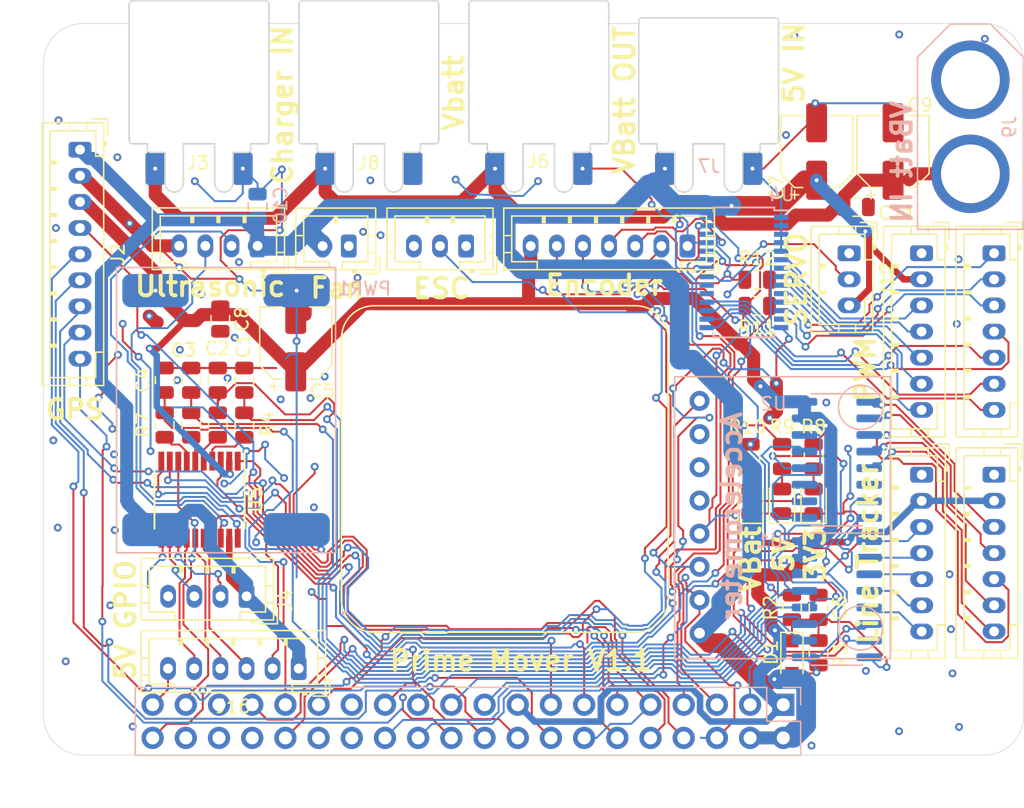
<source format=kicad_pcb>
(kicad_pcb (version 20211014) (generator pcbnew)
  (layers (0 "F.Cu" signal) (31 "B.Cu" signal) (34 "B.Paste" user) (35 "F.Paste" user) (36 "B.SilkS" user "B.Silkscreen") (37 "F.SilkS" user "F.Silkscreen") (38 "B.Mask" user) (39 "F.Mask" user) (44 "Edge.Cuts" user))
  (net 0 "")
  (net 1 "GND")
  (net 2 "/MCP3008/ADC1_CH6")
  (net 3 "/MCP3008/ADC1_CH5")
  (net 4 "/MCP3008/ADC0_CH7")
  (net 5 "/MCP3008/ADC0_CH6")
  (net 6 "VBAT_Read")
  (net 7 "/Accelerometer MPU6050/AD0")
  (net 8 "/Accelerometer MPU6050/XCL")
  (net 9 "/Accelerometer MPU6050/XDA")
  (net 10 "I2C_SDA")
  (net 11 "I2C_SCL")
  (net 12 "+5V")
  (net 13 "GPS_RST")
  (net 14 "GPS_RX")
  (net 15 "GPS_TX")
  (net 16 "GPS_RI")
  (net 17 "GPS_PWR")
  (net 18 "GPS_DTR")
  (net 19 "+3V3")
  (net 20 "GPIO1")
  (net 21 "GPIO0")
  (net 22 "B7")
  (net 23 "B8")
  (net 24 "/PWM_PCA9685/P0")
  (net 25 "/PWM_PCA9685/P1")
  (net 26 "/PWM_PCA9685/P2")
  (net 27 "/PWM_PCA9685/P3")
  (net 28 "/PWM_PCA9685/P4")
  (net 29 "/PWM_PCA9685/P5")
  (net 30 "+BATT")
  (net 31 "ECHO_5V")
  (net 32 "TRIG_5V")
  (net 33 "PWM_ESC")
  (net 34 "PWM_Servo")
  (net 35 "/PWM_PCA9685/P6")
  (net 36 "/PWM_PCA9685/P7")
  (net 37 "/PWM_PCA9685/P8")
  (net 38 "/PWM_PCA9685/P9")
  (net 39 "/PWM_PCA9685/P10")
  (net 40 "/PWM_PCA9685/P11")
  (net 41 "/PWM_PCA9685/P12")
  (net 42 "Net-(J14-Pad7)")
  (net 43 "Net-(J14-Pad6)")
  (net 44 "Net-(J14-Pad5)")
  (net 45 "Net-(J14-Pad4)")
  (net 46 "Net-(J14-Pad3)")
  (net 47 "Net-(J15-Pad7)")
  (net 48 "Net-(J15-Pad6)")
  (net 49 "Net-(J15-Pad5)")
  (net 50 "Net-(J15-Pad4)")
  (net 51 "Net-(J15-Pad3)")
  (net 52 "ENC_OUT")
  (net 53 "DIR")
  (net 54 "PGO")
  (net 55 "A7")
  (net 56 "LVL_OE")
  (net 57 "SPI_CS_ADC0")
  (net 58 "SPI_CS_ADC1")
  (net 59 "SPI_CLK")
  (net 60 "SPI_MISO")
  (net 61 "SPI_MOSI")
  (net 62 "A8")
  (net 63 "TRIG_3V3")
  (net 64 "ECHO_3V3")
  (net 65 "PWM_~{OE}")
  (net 66 "CH1_A")
  (net 67 "CH2_A")
  (net 68 "CH3_A")
  (net 69 "CH4_A")
  (net 70 "PWM_Fan")
  (net 71 "Net-(D2-Pad2)")
  (net 72 "Net-(D3-Pad2)")
  (net 73 "Net-(D4-Pad2)")
  (net 74 "GPIO21")
  (net 75 "GPIO20")
  (net 76 "GPIO19")
  (net 77 "GPIO16")
  (net 78 "/Level Shift TXB0108/B6")
  (net 79 "/Level Shift TXB0108/B5")
  (net 80 "/Level Shift TXB0108/B4")
  (net 81 "/Level Shift TXB0108/B3")
  (net 82 "/MCP3008/ADC0_CH5")
  (net 83 "Net-(J11-Pad3)")
  (footprint "Capacitor_SMD:C_0805_2012Metric" (layer "F.Cu") (at 15.367 27.305 90)
    (fp_text reference "C1")
    (fp_text value "0.1uF")
  )
  (footprint "Capacitor_SMD:C_0805_2012Metric" (layer "F.Cu") (at 13.335 27.305 90)
    (fp_text reference "C2")
    (fp_text value "0.1uF")
  )
  (footprint "Capacitor_SMD:C_0805_2012Metric" (layer "F.Cu") (at 11.303 27.305 90)
    (fp_text reference "C3")
    (fp_text value "0.1uF")
  )
  (footprint "Capacitor_SMD:C_0805_2012Metric" (layer "F.Cu") (at 9.271 27.305 90)
    (fp_text reference "C4")
    (fp_text value "0.1uF")
  )
  (footprint "Diode_SMD:D_SOD-323_HandSoldering" (layer "F.Cu") (at 57.274 48.507 -90)
    (fp_text reference "D1")
    (fp_text value "3V6")
  )
  (footprint "Connector_JST:JST_PH_B9B-PH-K_1x09_P2.00mm_Vertical" (layer "F.Cu") (at 2.794 9.652 -90)
    (fp_text reference "J2")
    (fp_text value "Conn_01x09_Male")
  )
  (footprint "RascalHat:XT30U-M-Horizontal" (layer "F.Cu") (at 37.9 9.2 180)
    (fp_text reference "J6")
    (fp_text value "Conn_01x02_Male")
    (fp_line (start 3.7 -0.66) (end 2.6 -0.66) (layer "Edge.Cuts") (width 0.12))
    (fp_line (start 2.6 -0.66) (end 2.6 -3) (layer "Edge.Cuts") (width 0.12))
    (fp_line (start 5.35 0.25) (end 5.35 10.7) (layer "Edge.Cuts") (width 0.12))
    (fp_line (start -1.2 -3) (end -1.2 0) (layer "Edge.Cuts") (width 0.12))
    (fp_line (start -3.95 0) (end -3.95 -0.41) (layer "Edge.Cuts") (width 0.12))
    (fp_line (start -5.1 0) (end -3.95 0) (layer "Edge.Cuts") (width 0.12))
    (fp_line (start 3.95 0) (end 3.95 -0.41) (layer "Edge.Cuts") (width 0.12))
    (fp_line (start 1.2 -3) (end 1.2 0) (layer "Edge.Cuts") (width 0.12))
    (fp_line (start -5.35 10.7) (end -5.35 0.25) (layer "Edge.Cuts") (width 0.12))
    (fp_line (start -5.1 10.95) (end 5.1 10.95) (layer "Edge.Cuts") (width 0.12))
    (fp_line (start -1.2 0) (end 1.2 0) (layer "Edge.Cuts") (width 0.12))
    (fp_line (start -2.6 -0.66) (end -2.6 -3) (layer "Edge.Cuts") (width 0.12))
    (fp_line (start 3.95 0) (end 5.1 0) (layer "Edge.Cuts") (width 0.12))
    (fp_line (start -3.7 -0.66) (end -2.6 -0.66) (layer "Edge.Cuts") (width 0.12))
    (fp_arc (start -5.35 0.25) (mid -5.276777 0.073223) (end -5.1 0) (layer "Edge.Cuts") (width 0.12))
    (fp_arc (start 1.2 -3) (mid 1.9 -3.7) (end 2.6 -3) (layer "Edge.Cuts") (width 0.12))
    (fp_arc (start 5.35 10.7) (mid 5.276777 10.876777) (end 5.1 10.95) (layer "Edge.Cuts") (width 0.12))
    (fp_arc (start -3.95 -0.41) (mid -3.876777 -0.586777) (end -3.7 -0.66) (layer "Edge.Cuts") (width 0.12))
    (fp_arc (start 3.7 -0.66) (mid 3.876777 -0.586777) (end 3.95 -0.41) (layer "Edge.Cuts") (width 0.12))
    (fp_arc (start 5.1 0) (mid 5.276777 0.073223) (end 5.35 0.25) (layer "Edge.Cuts") (width 0.12))
    (fp_arc (start -5.1 10.95) (mid -5.276777 10.876777) (end -5.35 10.7) (layer "Edge.Cuts") (width 0.12))
    (fp_arc (start -2.6 -3) (mid -1.9 -3.7) (end -1.2 -3) (layer "Edge.Cuts") (width 0.12))
  )
  (footprint "Connector_JST:JST_PH_B7B-PH-K_1x07_P2.00mm_Vertical" (layer "F.Cu") (at 67.2 34.542 -90)
    (fp_text reference "J15" hide)
    (fp_text value "Conn_01x07_Male")
  )
  (footprint "Connector_JST:JST_PH_B6B-PH-K_1x06_P2.00mm_Vertical" (layer "F.Cu") (at 19.53 49.38 180)
    (fp_text reference "J16")
    (fp_text value "Conn_01x06_Male")
  )
  (footprint "Resistor_SMD:R_0805_2012Metric" (layer "F.Cu") (at 57.274 44.697 -90)
    (fp_text reference "R2")
    (fp_text value "4.7k")
  )
  (footprint "Resistor_SMD:R_0805_2012Metric" (layer "F.Cu") (at 59.306 48.1745 -90)
    (fp_text reference "R3")
    (fp_text value "1.5k")
  )
  (footprint "Resistor_SMD:R_0805_2012Metric" (layer "F.Cu") (at 15.367 30.734 90)
    (fp_text reference "R4")
    (fp_text value "10k")
  )
  (footprint "Resistor_SMD:R_0805_2012Metric" (layer "F.Cu") (at 13.335 30.734 90)
    (fp_text reference "R5" hide)
    (fp_text value "10k")
  )
  (footprint "Resistor_SMD:R_0805_2012Metric" (layer "F.Cu") (at 11.303 30.734 90)
    (fp_text reference "R6" hide)
    (fp_text value "10k")
  )
  (footprint "Resistor_SMD:R_0805_2012Metric" (layer "F.Cu") (at 9.271 30.734 90)
    (fp_text reference "R7")
    (fp_text value "10k")
  )
  (footprint "RascalHat:25mm-FAN" (layer "F.Cu") (at 35.3 34.1)
    (fp_text reference "FAN1" hide)
    (fp_text value "FAN")
  )
  (footprint "Connector_JST:JST_PH_B7B-PH-K_1x07_P2.00mm_Vertical" (layer "F.Cu") (at 72.74 17.579 -90)
    (fp_text reference "J13" hide)
    (fp_text value "Conn_01x07_Male")
  )
  (footprint "MountingHole:MountingHole_3.2mm_M3" (layer "F.Cu") (at 3 3)
    (fp_text reference "H1" hide)
    (fp_text value "MountingHole")
  )
  (footprint "MountingHole:MountingHole_3.2mm_M3" (layer "F.Cu") (at 3 53)
    (fp_text reference "H2" hide)
    (fp_text value "MountingHole")
  )
  (footprint "MountingHole:MountingHole_3.2mm_M3" (layer "F.Cu") (at 62 53)
    (fp_text reference "H3" hide)
    (fp_text value "MountingHole")
  )
  (footprint "MountingHole:MountingHole_3.2mm_M3" (layer "F.Cu") (at 62 3)
    (fp_text reference "H4" hide)
    (fp_text value "MountingHole")
  )
  (footprint "Diode_SMD:D_0805_2012Metric" (layer "F.Cu") (at 58.928 36.576 90)
    (fp_text reference "D2" hide)
    (fp_text value "LED")
  )
  (footprint "Diode_SMD:D_0805_2012Metric" (layer "F.Cu") (at 56.515 36.576 90)
    (fp_text reference "D3" hide)
    (fp_text value "LED")
  )
  (footprint "Diode_SMD:D_0805_2012Metric" (layer "F.Cu") (at 54.102 36.576 90)
    (fp_text reference "D4" hide)
    (fp_text value "LED")
  )
  (footprint "Connector_JST:JST_PH_B4B-PH-K_1x04_P2.00mm_Vertical" (layer "F.Cu") (at 15.54 43.85 180)
    (fp_text reference "J4")
    (fp_text value "Conn_01x04_Male")
  )
  (footprint "Connector_JST:JST_PH_B7B-PH-K_1x07_P2.00mm_Vertical" (layer "F.Cu") (at 67.191 17.579 -90)
    (fp_text reference "J5" hide)
    (fp_text value "Conn_01x07_Male")
  )
  (footprint "Resistor_SMD:R_0805_2012Metric" (layer "F.Cu") (at 58.928 33.147 -90)
    (fp_text reference "R8")
    (fp_text value "470")
  )
  (footprint "Resistor_SMD:R_0805_2012Metric" (layer "F.Cu") (at 56.515 33.147 -90)
    (fp_text reference "R9")
    (fp_text value "2k2")
  )
  (footprint "Resistor_SMD:R_0805_2012Metric" (layer "F.Cu") (at 54.102 33.147 -90)
    (fp_text reference "R10")
    (fp_text value "3k3")
  )
  (footprint "Package_SO:TSSOP-20_4.4x6.5mm_P0.65mm" (layer "F.Cu") (at 11.938 36.449 -90)
    (fp_text reference "U5")
    (fp_text value "TXB0108PWR")
  )
  (footprint "Capacitor_SMD:C_0805_2012Metric" (layer "F.Cu") (at 59.306 44.697 90)
    (fp_text reference "C6")
    (fp_text value "0.1uF")
  )
  (footprint "RascalHat:XT30U-M-Horizontal" (layer "F.Cu") (at 11.9 9.2 180)
    (fp_text reference "J3")
    (fp_text value "Conn_01x02_Male")
    (fp_line (start -1.2 -3) (end -1.2 0) (layer "Edge.Cuts") (width 0.12))
    (fp_line (start -5.1 10.95) (end 5.1 10.95) (layer "Edge.Cuts") (width 0.12))
    (fp_line (start 3.7 -0.66) (end 2.6 -0.66) (layer "Edge.Cuts") (width 0.12))
    (fp_line (start 5.35 0.25) (end 5.35 10.7) (layer "Edge.Cuts") (width 0.12))
    (fp_line (start -1.2 0) (end 1.2 0) (layer "Edge.Cuts") (width 0.12))
    (fp_line (start -3.7 -0.66) (end -2.6 -0.66) (layer "Edge.Cuts") (width 0.12))
    (fp_line (start -3.95 0) (end -3.95 -0.41) (layer "Edge.Cuts") (width 0.12))
    (fp_line (start -5.35 10.7) (end -5.35 0.25) (layer "Edge.Cuts") (width 0.12))
    (fp_line (start 2.6 -0.66) (end 2.6 -3) (layer "Edge.Cuts") (width 0.12))
    (fp_line (start -2.6 -0.66) (end -2.6 -3) (layer "Edge.Cuts") (width 0.12))
    (fp_line (start 1.2 -3) (end 1.2 0) (layer "Edge.Cuts") (width 0.12))
    (fp_line (start 3.95 0) (end 3.95 -0.41) (layer "Edge.Cuts") (width 0.12))
    (fp_line (start -5.1 0) (end -3.95 0) (layer "Edge.Cuts") (width 0.12))
    (fp_line (start 3.95 0) (end 5.1 0) (layer "Edge.Cuts") (width 0.12))
    (fp_arc (start -5.1 10.95) (mid -5.276777 10.876777) (end -5.35 10.7) (layer "Edge.Cuts") (width 0.12))
    (fp_arc (start -5.35 0.25) (mid -5.276777 0.073223) (end -5.1 0) (layer "Edge.Cuts") (width 0.12))
    (fp_arc (start 5.1 0) (mid 5.276777 0.073223) (end 5.35 0.25) (layer "Edge.Cuts") (width 0.12))
    (fp_arc (start 3.7 -0.66) (mid 3.876777 -0.586777) (end 3.95 -0.41) (layer "Edge.Cuts") (width 0.12))
    (fp_arc (start -2.6 -3) (mid -1.9 -3.7) (end -1.2 -3) (layer "Edge.Cuts") (width 0.12))
    (fp_arc (start 5.35 10.7) (mid 5.276777 10.876777) (end 5.1 10.95) (layer "Edge.Cuts") (width 0.12))
    (fp_arc (start -3.95 -0.41) (mid -3.876777 -0.586777) (end -3.7 -0.66) (layer "Edge.Cuts") (width 0.12))
    (fp_arc (start 1.2 -3) (mid 1.9 -3.7) (end 2.6 -3) (layer "Edge.Cuts") (width 0.12))
  )
  (footprint "RascalHat:XT30U-M-Horizontal" (layer "F.Cu") (at 24.9 9.2 180)
    (fp_text reference "J8")
    (fp_text value "Conn_01x02_Male")
    (fp_line (start -5.1 10.95) (end 5.1 10.95) (layer "Edge.Cuts") (width 0.12))
    (fp_line (start -3.95 0) (end -3.95 -0.41) (layer "Edge.Cuts") (width 0.12))
    (fp_line (start 2.6 -0.66) (end 2.6 -3) (layer "Edge.Cuts") (width 0.12))
    (fp_line (start 3.7 -0.66) (end 2.6 -0.66) (layer "Edge.Cuts") (width 0.12))
    (fp_line (start -1.2 -3) (end -1.2 0) (layer "Edge.Cuts") (width 0.12))
    (fp_line (start 5.35 0.25) (end 5.35 10.7) (layer "Edge.Cuts") (width 0.12))
    (fp_line (start -5.1 0) (end -3.95 0) (layer "Edge.Cuts") (width 0.12))
    (fp_line (start -3.7 -0.66) (end -2.6 -0.66) (layer "Edge.Cuts") (width 0.12))
    (fp_line (start -1.2 0) (end 1.2 0) (layer "Edge.Cuts") (width 0.12))
    (fp_line (start 3.95 0) (end 5.1 0) (layer "Edge.Cuts") (width 0.12))
    (fp_line (start -5.35 10.7) (end -5.35 0.25) (layer "Edge.Cuts") (width 0.12))
    (fp_line (start 3.95 0) (end 3.95 -0.41) (layer "Edge.Cuts") (width 0.12))
    (fp_line (start 1.2 -3) (end 1.2 0) (layer "Edge.Cuts") (width 0.12))
    (fp_line (start -2.6 -0.66) (end -2.6 -3) (layer "Edge.Cuts") (width 0.12))
    (fp_arc (start -5.1 10.95) (mid -5.276777 10.876777) (end -5.35 10.7) (layer "Edge.Cuts") (width 0.12))
    (fp_arc (start -5.35 0.25) (mid -5.276777 0.073223) (end -5.1 0) (layer "Edge.Cuts") (width 0.12))
    (fp_arc (start -2.6 -3) (mid -1.9 -3.7) (end -1.2 -3) (layer "Edge.Cuts") (width 0.12))
    (fp_arc (start 3.7 -0.66) (mid 3.876777 -0.586777) (end 3.95 -0.41) (layer "Edge.Cuts") (width 0.12))
    (fp_arc (start 5.1 0) (mid 5.276777 0.073223) (end 5.35 0.25) (layer "Edge.Cuts") (width 0.12))
    (fp_arc (start 1.2 -3) (mid 1.9 -3.7) (end 2.6 -3) (layer "Edge.Cuts") (width 0.12))
    (fp_arc (start 5.35 10.7) (mid 5.276777 10.876777) (end 5.1 10.95) (layer "Edge.Cuts") (width 0.12))
    (fp_arc (start -3.95 -0.41) (mid -3.876777 -0.586777) (end -3.7 -0.66) (layer "Edge.Cuts") (width 0.12))
  )
  (footprint "Capacitor_SMD:CP_Elec_5x5.3" (layer "F.Cu") (at 19.3 24.46 90)
    (fp_text reference "C5")
    (fp_text value "27uF 16V")
  )
  (footprint "Capacitor_SMD:CP_Elec_5x5.3" (layer "F.Cu") (at 59.16 9.79 90)
    (fp_text reference "C7")
    (fp_text value "27uF 16V")
  )
  (footprint "Capacitor_SMD:C_0805_2012Metric" (layer "F.Cu") (at 13.53 22.62 -90)
    (fp_text reference "C8")
    (fp_text value "0.1uF")
  )
  (footprint "Capacitor_SMD:CP_Elec_5x5.3" (layer "F.Cu") (at 65.01 9.79 90)
    (fp_text reference "C9")
    (fp_text value "27uF 16V")
  )
  (footprint "Capacitor_SMD:C_0805_2012Metric" (layer "F.Cu") (at 62.1825 14.04)
    (fp_text reference "C11")
    (fp_text value "0.1uF")
  )
  (footprint "Connector_JST:JST_PH_B2B-PH-K_1x02_P2.00mm_Vertical" (layer "F.Cu") (at 23.36 17.03 180)
    (fp_text reference "J17" hide)
    (fp_text value "Conn_01x02_Male")
  )
  (footprint "Connector_JST:JST_PH_B3B-PH-K_1x03_P2.00mm_Vertical" (layer "F.Cu") (at 61.65 17.58 -90)
    (fp_text reference "J12")
    (fp_text value "Conn_01x03_Male")
  )
  (footprint "Resistor_SMD:R_0805_2012Metric" (layer "F.Cu") (at 54.614999 21.614999 180)
    (fp_text reference "R11")
    (fp_text value "4k7")
  )
  (footprint "Resistor_SMD:R_0805_2012Metric" (layer "F.Cu") (at 54.6125 19.61 180)
    (fp_text reference "R12")
    (fp_text value "4k7")
  )
  (footprint "Connector_JST:JST_PH_B3B-PH-K_1x03_P2.00mm_Vertical" (layer "F.Cu") (at 32.34 17.03 180)
    (fp_text reference "J11" hide)
    (fp_text value "Conn_01x03_Male")
  )
  (footprint "Connector_JST:JST_PH_B4B-PH-K_1x04_P2.00mm_Vertical" (layer "F.Cu") (at 16.383 17.018 180)
    (fp_text reference "J10" hide)
    (fp_text value "Conn_01x04_Male")
  )
  (footprint "Connector_JST:JST_PH_B7B-PH-K_1x07_P2.00mm_Vertical" (layer "F.Cu") (at 49.28 17.03 180)
    (fp_text reference "J18" hide)
    (fp_text value "Conn_01x07_Male")
  )
  (footprint "Connector_JST:JST_PH_B7B-PH-K_1x07_P2.00mm_Vertical" (layer "F.Cu") (at 72.74 34.537 -90)
    (fp_text reference "J14" hide)
    (fp_text value "Conn_01x07_Male")
  )
  (footprint "RascalHat:MPU-6050-Module" (layer "B.Cu") (at 50.2 46.72)
    (fp_text reference "J1" hide)
    (fp_text value "Conn_01x08_Male")
  )
  (footprint "RascalHat:XT30U-F-Horizontal" (layer "B.Cu") (at 50.9 9.2)
    (fp_text reference "J7")
    (fp_text value "Conn_01x02_Female")
    (fp_line (start 2.6 0.66) (end 2.6 3) (layer "Edge.Cuts") (width 0.12))
    (fp_line (start -3.7 0.66) (end -2.6 0.66) (layer "Edge.Cuts") (width 0.12))
    (fp_line (start -1.2 3) (end -1.2 0) (layer "Edge.Cuts") (width 0.12))
    (fp_line (start -2.6 0.66) (end -2.6 3) (layer "Edge.Cuts") (width 0.12))
    (fp_line (start -5.35 -9.4) (end -5.35 -0.25) (layer "Edge.Cuts") (width 0.12))
    (fp_line (start 3.95 0) (end 5.1 0) (layer "Edge.Cuts") (width 0.12))
    (fp_line (start -3.95 0) (end -3.95 0.41) (layer "Edge.Cuts") (width 0.12))
    (fp_line (start 3.7 0.66) (end 2.6 0.66) (layer "Edge.Cuts") (width 0.12))
    (fp_line (start -1.2 0) (end 1.2 0) (layer "Edge.Cuts") (width 0.12))
    (fp_line (start 3.95 0) (end 3.95 0.41) (layer "Edge.Cuts") (width 0.12))
    (fp_line (start 1.2 3) (end 1.2 0) (layer "Edge.Cuts") (width 0.12))
    (fp_line (start 5.35 -0.25) (end 5.35 -9.4) (layer "Edge.Cuts") (width 0.12))
    (fp_line (start -5.1 -9.65) (end 5.1 -9.65) (layer "Edge.Cuts") (width 0.12))
    (fp_line (start -5.1 0) (end -3.95 0) (layer "Edge.Cuts") (width 0.12))
    (fp_arc (start -5.35 -9.4) (mid -5.276777 -9.576777) (end -5.1 -9.65) (layer "Edge.Cuts") (width 0.12))
    (fp_arc (start 3.95 0.41) (mid 3.876777 0.586777) (end 3.7 0.66) (layer "Edge.Cuts") (width 0.12))
    (fp_arc (start -3.7 0.66) (mid -3.876777 0.586777) (end -3.95 0.41) (layer "Edge.Cuts") (width 0.12))
    (fp_arc (start 2.6 3) (mid 1.9 3.7) (end 1.2 3) (layer "Edge.Cuts") (width 0.12))
    (fp_arc (start -5.1 0) (mid -5.276777 -0.073223) (end -5.35 -0.25) (layer "Edge.Cuts") (width 0.12))
    (fp_arc (start -1.2 3) (mid -1.9 3.7) (end -2.6 3) (layer "Edge.Cuts") (width 0.12))
    (fp_arc (start 5.1 -9.65) (mid 5.276777 -9.576777) (end 5.35 -9.4) (layer "Edge.Cuts") (width 0.12))
    (fp_arc (start 5.35 -0.25) (mid 5.276777 -0.073223) (end 5.1 0) (layer "Edge.Cuts") (width 0.12))
  )
  (footprint "Connector_PinSocket_2.54mm:PinSocket_2x20_P2.54mm_Vertical" (layer "B.Cu") (at 56.61 52.15 90)
    (fp_text reference "R1" hide)
    (fp_text value "Raspberry_Pi_2_3")
  )
  (footprint "Package_SO:TSSOP-28_4.4x9.7mm_P0.65mm" (layer "B.Cu") (at 53.594 19.05 180)
    (fp_text reference "U4")
    (fp_text value "PCA9685PW")
  )
  (footprint "RascalHat:XT60-M" (layer "B.Cu") (at 70.93 7.9 -90)
    (fp_text reference "J9")
    (fp_text value "Conn_01x02_Male")
  )
  (footprint "Package_SO:SOIC-16_3.9x9.9mm_P1.27mm" (layer "B.Cu") (at 60.706 44.069 180)
    (fp_text reference "U1")
    (fp_text value "MCP3008-I_P")
  )
  (footprint "Package_SO:SOIC-16_3.9x9.9mm_P1.27mm" (layer "B.Cu") (at 60.706 33.401 180)
    (fp_text reference "U2")
    (fp_text value "MCP3008-I_P")
  )
  (footprint "RascalHat:MP1584-Jacobs-Parts-Module" (layer "B.Cu") (at 13.97 29.591 90)
    (fp_text reference "PWR1")
    (fp_text value "MP1584_3V3Module")
  )
  (footprint "Capacitor_SMD:C_0805_2012Metric" (layer "B.Cu") (at 16.38 13.99 90)
    (fp_text reference "C10")
    (fp_text value "0.1uF")
  )
  (gr_line (start 3 56) (end 72 56) (layer "Edge.Cuts") (width 0.05))
  (gr_line (start 0 3) (end 0 53) (layer "Edge.Cuts") (width 0.05))
  (gr_arc (start 3 56) (mid 0.87868 55.12132) (end 0 53) (layer "Edge.Cuts") (width 0.05))
  (gr_arc (start 75 53) (mid 74.12132 55.12132) (end 72 56) (layer "Edge.Cuts") (width 0.05))
  (gr_arc (start 72 0) (mid 74.12132 0.87868) (end 75 3) (layer "Edge.Cuts") (width 0.05))
  (gr_line (start 75 53) (end 75 3) (layer "Edge.Cuts") (width 0.05))
  (gr_line (start 17.25 0) (end 19.55 0) (layer "Edge.Cuts") (width 0.05))
  (gr_arc (start 0 3) (mid 0.87868 0.87868) (end 3 0) (layer "Edge.Cuts") (width 0.05))
  (gr_line (start 30.25 0) (end 32.56 0) (layer "Edge.Cuts") (width 0.05))
  (gr_line (start 43.25 0) (end 45.55 0) (layer "Edge.Cuts") (width 0.05))
  (gr_line (start 3 0) (end 6.55 0) (layer "Edge.Cuts") (width 0.05))
  (gr_line (start 72 0) (end 56.25 0) (layer "Edge.Cuts") (width 0.05))
  (gr_text "VBatt IN" (at 65.68 10.58 90) (layer "B.SilkS") (effects (font (size 1.5 1.5) (thickness 0.3)) (justify mirror)))
  (gr_text "Accelerometer" (at 52.65 37.7 90) (layer "B.SilkS") (effects (font (size 1.5 1.5) (thickness 0.3)) (justify mirror)))
  (gr_text "SERVO" (at 57.61 19.58 90) (layer "F.SilkS") (effects (font (size 1.5 1.5) (thickness 0.3))))
  (gr_text "5V IN" (at 57.43 3.01 90) (layer "F.SilkS") (effects (font (size 1.5 1.5) (thickness 0.3))))
  (gr_text "VBatt OUT" (at 44.45 5.842 90) (layer "F.SilkS") (effects (font (size 1.5 1.5) (thickness 0.3))))
  (gr_text "Vbatt" (at 31.39 5.31 90) (layer "F.SilkS") (effects (font (size 1.5 1.5) (thickness 0.3))))
  (gr_text "Charger IN" (at 18.288 6.223 90) (layer "F.SilkS") (effects (font (size 1.5 1.5) (thickness 0.3))))
  (gr_text "Fan" (at 22.46 20.25) (layer "F.SilkS") (effects (font (size 1.5 1.5) (thickness 0.3))))
  (gr_text "Ultrasonic" (at 12.75 20.12) (layer "F.SilkS") (effects (font (size 1.5 1.5) (thickness 0.3))))
  (gr_text "GPS" (at 2.4 29.55) (layer "F.SilkS") (effects (font (size 1.5 1.5) (thickness 0.3))))
  (gr_text "5V GPIO" (at 6.27 45.66 90) (layer "F.SilkS") (effects (font (size 1.5 1.5) (thickness 0.3))))
  (gr_text "Line Tracker" (at 63.07 40.55 90) (layer "F.SilkS") (effects (font (size 1.5 1.5) (thickness 0.3))))
  (gr_text "Encoder" (at 42.91 20.02) (layer "F.SilkS") (effects (font (size 1.5 1.5) (thickness 0.3))))
  (gr_text "PWM" (at 62.89 26.48 90) (layer "F.SilkS") (effects (font (size 1.5 1.5) (thickness 0.3))))
  (gr_text "VBat" (at 54.102 41.021 90) (layer "F.SilkS") (effects (font (size 1.5 1.5) (thickness 0.3))))
  (gr_text "5V" (at 56.642 40.64 90) (layer "F.SilkS") (effects (font (size 1.5 1.5) (thickness 0.3))))
  (gr_text "3V3" (at 59.055 40.64 90) (layer "F.SilkS") (effects (font (size 1.5 1.5) (thickness 0.3))))
  (gr_text "Prime Mover V1.1" (at 36.54 48.78) (layer "F.SilkS") (effects (font (size 1.5 1.5) (thickness 0.3))))
  (gr_text "ESC" (at 30.45 20.28) (layer "F.SilkS") (effects (font (size 1.5 1.5) (thickness 0.3))))
  (segment (start 10.39 18.65) (end 11.27 19.53) (width 0.15) (layer "F.Cu") (net 1))
  (segment (start 9.53 50.97) (end 9.53 49.38) (width 0.15) (layer "F.Cu") (net 1))
  (segment (start 56.08 27.54) (end 56.08 29.69) (width 1) (layer "F.Cu") (net 1))
  (segment (start 41.25 11.1) (end 44.225117 11.1) (width 0.15) (layer "F.Cu") (net 1))
  (segment (start 6.06 24.29) (end 7.27 25.5) (width 0.15) (layer "F.Cu") (net 1))
  (segment (start 28.56 50.51) (end 28.27 50.22) (width 0.15) (layer "F.Cu") (net 1))
  (segment (start 49.11 47.3) (end 52.47 50.66) (width 0.15) (layer "F.Cu") (net 1))
  (segment (start 57.274 49.757) (end 59.058354 49.757) (width 0.15) (layer "F.Cu") (net 1))
  (segment (start 22.987981 46.126036) (end 24.733056 47.871111) (width 0.15) (layer "F.Cu") (net 1))
  (segment (start 19.14 38.67) (end 20.74 40.27) (width 0.15) (layer "F.Cu") (net 1))
  (segment (start 49.98 19.55) (end 50.89 18.64) (width 0.15) (layer "F.Cu") (net 1))
  (segment (start 52.041115 25.182761) (end 52.041115 25.535502) (width 0.15) (layer "F.Cu") (net 1))
  (segment (start 20.514959 43.515248) (end 21.049913 44.050202) (width 0.15) (layer "F.Cu") (net 1))
  (segment (start 21.049913 44.050202) (end 21.660202 44.050202) (width 0.15) (layer "F.Cu") (net 1))
  (segment (start 49.200001 43.040001) (end 49.200001 42.842727) (width 0.15) (layer "F.Cu") (net 1))
  (segment (start 20.02 22.28) (end 20.02 21.091) (width 1) (layer "F.Cu") (net 1))
  (segment (start 16.463786 32.726214) (end 15.535458 32.726214) (width 0.15) (layer "F.Cu") (net 1))
  (segment (start 61.440001 36.477941) (end 61.74 36.177942) (width 0.15) (layer "F.Cu") (net 1))
  (segment (start 28.27 50.22) (end 28.27 48.349318) (width 0.15) (layer "F.Cu") (net 1))
  (segment (start 46.45 52.15) (end 43.53998 49.23998) (width 0.15) (layer "F.Cu") (net 1))
  (segment (start 62.280012 39.799988) (end 62.280012 37.625836) (width 0.15) (layer "F.Cu") (net 1))
  (segment (start 28.27 48.349318) (end 28.27 47.925054) (width 0.15) (layer "F.Cu") (net 1))
  (segment (start 8.328 17.018) (end 6.6 15.29) (width 1) (layer "F.Cu") (net 1))
  (segment (start 13.55799 16.40127) (end 14.14127 15.81799) (width 0.15) (layer "F.Cu") (net 1))
  (segment (start 8.883 17.018) (end 7.66 17.018) (width 0.15) (layer "F.Cu") (net 1))
  (segment (start 8.35 52.15) (end 9.53 50.97) (width 0.15) (layer "F.Cu") (net 1))
  (segment (start 54.679955 40.910948) (end 54.860659 41.091652) (width 0.15) (layer "F.Cu") (net 1))
  (segment (start 15.367 26.3675) (end 17.8125 26.3675) (width 0.15) (layer "F.Cu") (net 1))
  (segment (start 9.11 39.496) (end 9.013 39.399) (width 0.15) (layer "F.Cu") (net 1))
  (segment (start 48.49 41.03) (end 47.994976 41.525024) (width 0.15) (layer "F.Cu") (net 1))
  (segment (start 51.065736 18.64) (end 50.89 18.64) (width 0.15) (layer "F.Cu") (net 1))
  (segment (start 20.02 21.091) (end 19.37 20.441) (width 1) (layer "F.Cu") (net 1))
  (segment (start 48.577977 32.461261) (end 48.577977 38.455495) (width 0.15) (layer "F.Cu") (net 1))
  (segment (start 56.2334 41.091652) (end 56.657664 41.091652) (width 0.15) (layer "F.Cu") (net 1))
  (segment (start 51.94 18.19) (end 52.239999 18.489999) (width 0.15) (layer "F.Cu") (net 1))
  (segment (start 46.427559 13.323295) (end 46.427559 13.302441) (width 0.15) (layer "F.Cu") (net 1))
  (segment (start 48.577977 38.455495) (end 48.647171 38.524689) (width 0.15) (layer "F.Cu") (net 1))
  (segment (start 62.280012 37.625836) (end 62.007012 37.352836) (width 0.15) (layer "F.Cu") (net 1))
  (segment (start 46.54 13.86) (end 46.54 13.435736) (width 0.15) (layer "F.Cu") (net 1))
  (segment (start 54.380001 18.489999) (end 54.51 18.36) (width 0.15) (layer "F.Cu") (net 1))
  (segment (start 49.200001 42.842727) (end 49.12 42.762726) (width 0.15) (layer "F.Cu") (net 1))
  (segment (start 6.6 15.29) (end 2.962 11.652) (width 1) (layer "F.Cu") (net 1))
  (segment (start 10.383 17.018) (end 8.328 17.018) (width 1) (layer "F.Cu") (net 1))
  (segment (start 62.007012 37.352836) (end 61.373076 37.352836) (width 0.15) (layer "F.Cu") (net 1))
  (segment (start 59.306 49.112) (end 59.27909 49.112) (width 0.15) (layer "F.Cu") (net 1))
  (segment (start 28.56 50.51) (end 27.77 50.51) (width 0.15) (layer "F.Cu") (net 1))
  (segment (start 47.994976 41.525024) (end 47.994976 42.945803) (width 0.15) (layer "F.Cu") (net 1))
  (segment (start 59.055 7.145) (end 59.055 6.096) (width 0.15) (layer "F.Cu") (net 1))
  (segment (start 14.96 19.53) (end 14.99 19.56) (width 0.15) (layer "F.Cu") (net 1))
  (segment (start 17.653708 15.81799) (end 18.077972 15.81799) (width 0.15) (layer "F.Cu") (net 1))
  (segment (start 58.928 37.5135) (end 58.128 37.5135) (width 0.15) (layer "F.Cu") (net 1))
  (segment (start 50.009238 30.16) (end 50.95 30.16) (width 0.15) (layer "F.Cu") (net 1))
  (segment (start 61.212412 37.5135) (end 61.212412 36.70553) (width 0.15) (layer "F.Cu") (net 1))
  (segment (start 43.53998 49.23998) (end 43.53998 47.338538) (width 0.15) (layer "F.Cu") (net 1))
  (segment (start 14.99 19.56) (end 13.55799 18.12799) (width 0.15) (layer "F.Cu") (net 1))
  (segment (start 49.250001 43.439999) (end 49.250001 43.090001) (width 0.15) (layer "F.Cu") (net 1))
  (segment (start 5.400001 25.659999) (end 5.7 25.36) (width 0.15) (layer "F.Cu") (net 1))
  (segment (start 56.08 29.69) (end 55.57 30.2) (width 1) (layer "F.Cu") (net 1))
  (segment (start 11.303 26.3675) (end 13.335 26.3675) (width 0.15) (layer "F.Cu") (net 1))
  (segment (start 50.95 30.16) (end 50.96 30.17) (width 0.15) (layer "F.Cu") (net 1))
  (segment (start 51.742295 24.883941) (end 52.041115 25.182761) (width 0.15) (layer "F.Cu") (net 1))
  (segment (start 50.2 44.13) (end 49.438001 43.368001) (width 0.15) (layer "F.Cu") (net 1))
  (segment (start 48.94717 38.824688) (end 48.94717 39.62283) (width 0.15) (layer "F.Cu") (net 1))
  (segment (start 52.87 53.35) (end 52.87 50.89) (width 0.15) (layer "F.Cu") (net 1))
  (segment (start 59.146214 49.244876) (end 59.146214 49.66914) (width 0.15) (layer "F.Cu") (net 1))
  (segment (start 2.962 11.652) (end 2.794 11.652) (width 1) (layer "F.Cu") (net 1))
  (segment (start 13.335 26.3675) (end 15.367 26.3675) (width 0.15) (layer "F.Cu") (net 1))
  (segment (start 52.87 50.89) (end 53.1 50.66) (width 0.15) (layer "F.Cu") (net 1))
  (segment (start 43.419979 46.648535) (end 42.981466 46.210022) (width 0.15) (layer "F.Cu") (net 1))
  (segment (start 11.27 19.53) (end 14.96 19.53) (width 0.15) (layer "F.Cu") (net 1))
  (segment (start 50.2 44.13) (end 50.2 45.20763) (width 0.15) (layer "F.Cu") (net 1))
  (segment (start 4.519999 26.540001) (end 5.400001 25.659999) (width 0.15) (layer "F.Cu") (net 1))
  (segment (start 55.715 37.5135) (end 54.102 37.5135) (width 0.15) (layer "F.Cu") (net 1))
  (segment (start 54.25 11.1) (end 55.1 11.1) (width 0.15) (layer "F.Cu") (net 1))
  (segment (start 6.06 22.98) (end 6.06 24.29) (width 0.15) (layer "F.Cu") (net 1))
  (segment (start 42.981466 46.210022) (end 41.699978 46.210022) (width 0.15) (layer "F.Cu") (net 1))
  (segment (start 19.14 36.05) (end 19.14 38.67) (width 0.15) (layer "F.Cu") (net 1))
  (segment (start 48.647171 38.524689) (end 48.94717 38.824688) (width 0.15) (layer "F.Cu") (net 1))
  (segment (start 59.058354 49.757) (end 59.146214 49.66914) (width 0.15) (layer "F.Cu") (net 1))
  (segment (start 48.577977 31.591261) (end 50.009238 30.16) (width 0.15) (layer "F.Cu") (net 1))
  (segment (start 43.419979 47.218537) (end 43.419979 46.648535) (width 0.15) (layer "F.Cu") (net 1))
  (segment (start 4.519999 28.330001) (end 4.519999 26.540001) (width 0.15) (layer "F.Cu") (net 1))
  (segment (start 54.51 18.36) (end 54.51 18.3) (width 0.15) (layer "F.Cu") (net 1))
  (segment (start 14.14127 15.81799) (end 17.653708 15.81799) (width 0.15) (layer "F.Cu") (net 1))
  (segment (start 58.128 37.5135) (end 56.515 37.5135) (width 0.15) (layer "F.Cu") (net 1))
  (segment (start 51.21983 24.883941) (end 51.742295 24.883941) (width 0.15) (layer "F.Cu") (net 1))
  (segment (start 61.33 40.75) (end 62.280012 39.799988) (width 0.15) (layer "F.Cu") (net 1))
  (segment (start 51.515736 18.19) (end 51.065736 18.64) (width 0.15) (layer "F.Cu") (net 1))
  (segment (start 57.04 24.15) (end 57.04 24.14) (width 0.15) (layer "F.Cu") (net 1))
  (segment (start 8.883 17.143) (end 10.39 18.65) (width 0.15) (layer "F.Cu") (net 1))
  (segment (start 46.54 13.435736) (end 46.427559 13.323295) (width 0.15) (layer "F.Cu") (net 1))
  (segment (start 9.11 40.85) (end 9.11 39.496) (width 0.15) (layer "F.Cu") (net 1))
  (segment (start 20.74 40.27) (end 21.25 40.27) (width 0.15) (layer "F.Cu") (net 1))
  (segment (start 30.758998 53.29) (end 29.86 52.391002) (width 0.15) (layer "F.Cu") (net 1))
  (segment (start 20.75 33.92) (end 20.75 34.44) (width 0.15) (layer "F.Cu") (net 1))
  (segment (start 49.250001 43.090001) (end 49.200001 43.040001) (width 0.15) (layer "F.Cu") (net 1))
  (segment (start 8.5675 22.8675) (end 8.09 22.39) (width 1) (layer "F.Cu") (net 1))
  (segment (start 50.2 45.20763) (end 49.11 46.29763) (width 0.15) (layer "F.Cu") (net 1))
  (segment (start 49.12 42.762726) (end 49.12 42.41) (width 0.15) (layer "F.Cu") (net 1))
  (segment (start 9.271 26.3675) (end 11.303 26.3675) (width 0.15) (layer "F.Cu") (net 1))
  (segment (start 4.22 28.63) (end 4.519999 28.330001) (width 0.15) (layer "F.Cu") (net 1))
  (segment (start 54.860659 41.091652) (end 56.2334 41.091652) (width 0.15) (layer "F.Cu") (net 1))
  (segment (start 52.47 50.66) (end 53.1 50.66) (width 0.15) (layer "F.Cu") (net 1))
  (segment (start 32.35 53.29) (end 30.758998 53.29) (width 0.15) (layer "F.Cu") (net 1))
  (segment (start 52.239999 18.489999) (end 54.380001 18.489999) (width 0.15) (layer "F.Cu") (net 1))
  (segment (start 61.373076 37.352836) (end 61.212412 37.5135) (width 0.15) (layer "F.Cu") (net 1))
  (segment (start 46.360295 13.235178) (end 46.427559 13.302441) (width 0.15) (layer "F.Cu") (net 1))
  (segment (start 49.321999 43.368001) (end 49.250001 43.439999) (width 0.15) (layer "F.Cu") (net 1))
  (segment (start 13.55799 18.12799) (end 13.55799 16.40127) (width 0.15) (layer "F.Cu") (net 1))
  (segment (start 20.75 34.44) (end 19.14 36.05) (width 0.15) (layer "F.Cu") (net 1))
  (segment (start 43.53998 47.338538) (end 43.419979 47.218537) (width 0.15) (layer "F.Cu") (net 1))
  (segment (start 29.86 51.81) (end 28.56 50.51) (width 0.15) (layer "F.Cu") (net 1))
  (segment (start 61.212412 36.70553) (end 61.440001 36.477941) (width 0.15) (layer "F.Cu") (net 1))
  (segment (start 8.7 22.8675) (end 8.5675 22.8675) (width 1) (layer "F.Cu") (net 1))
  (segment (start 47.994976 42.945803) (end 48.115342 43.066169) (width 0.15) (layer "F.Cu") (net 1))
  (segment (start 27.77 50.51) (end 26.979999 51.300001) (width 0.15) (layer "F.Cu") (net 1))
  (segment (start 48.577977 32.461261) (end 48.577977 31.591261) (width 0.15) (layer "F.Cu") (net 1))
  (segment (start 29.86 52.391002) (end 29.86 51.81) (width 0.15) (layer "F.Cu") (net 1))
  (segment (start 16.96 32.23) (end 16.463786 32.726214) (width 0.15) (layer "F.Cu") (net 1))
  (segment (start 56.515 37.5135) (end 55.715 37.5135) (width 0.15) (layer "F.Cu") (net 1))
  (segment (start 33.75 54.69) (end 32.35 53.29) (width 0.15) (layer "F.Cu") (net 1))
  (segment (start 41.62 46.29) (end 41.62 47.4) (width 0.15) (layer "F.Cu") (net 1))
  (segment (start 48.115342 43.066169) (end 48.115342 43.490433) (width 0.15) (layer "F.Cu") (net 1))
  (segment (start 24.733056 47.871111) (end 24.733056 48.295375) (width 0.15) (layer "F.Cu") (net 1))
  (segment (start 59.27909 49.112) (end 59.146214 49.244876) (width 0.15) (layer "F.Cu") (net 1))
  (segment (start 49.11 46.29763) (end 49.11 47.3) (width 0.15) (layer "F.Cu") (net 1))
  (segment (start 21.660202 46.126036) (end 22.987981 46.126036) (width 0.15) (layer "F.Cu") (net 1))
  (segment (start 49.438001 43.368001) (end 49.321999 43.368001) (width 0.15) (layer "F.Cu") (net 1))
  (segment (start 51.53 54.69) (end 52.87 53.35) (width 0.15) (layer "F.Cu") (net 1))
  (segment (start 21.660202 44.050202) (end 21.660202 46.126036) (width 0.15) (layer "F.Cu") (net 1))
  (segment (start 56.08 27.54) (end 56.08 25.11) (width 0.15) (layer "F.Cu") (net 1))
  (segment (start 51.94 18.19) (end 51.515736 18.19) (width 0.15) (layer "F.Cu") (net 1))
  (segment (start 55.1 11.1) (end 59.055 7.145) (width 0.15) (layer "F.Cu") (net 1))
  (segment (start 44.225117 11.1) (end 46.360295 13.235178) (width 0.15) (layer "F.Cu") (net 1))
  (segment (start 26.979999 51.300001) (end 26.13 52.15) (width 0.15) (layer "F.Cu") (net 1))
  (segment (start 8.883 17.018) (end 8.883 17.143) (width 0.15) (layer "F.Cu") (net 1))
  (segment (start 56.08 25.11) (end 57.04 24.15) (width 0.15) (layer "F.Cu") (net 1))
  (segment (start 52.041115 25.535502) (end 52.041115 25.959766) (width 0.15) (layer "F.Cu") (net 1))
  (segment (start 41.699978 46.210022) (end 41.62 46.29) (width 0.15) (layer "F.Cu") (net 1))
  (segment (start 2.919 12.152) (end 2.794 12.152) (width 0.15) (layer "F.Cu") (net 1))
  (segment (start 48.94717 39.62283) (end 48.93 39.64) (width 0.15) (layer "F.Cu") (net 1))
  (segment (start 48.17501 27.928761) (end 51.21983 24.883941) (width 0.15) (layer "F.Cu") (net 1))
  (segment (start 58.928 37.5135) (end 61.212412 37.5135) (width 0.15) (layer "F.Cu") (net 1))
  (via (at 20.75 33.92) (size 0.6) (drill 0.3) (layers "F.Cu" "B.Cu") (net 1))
  (via (at 16.96 32.23) (size 0.6) (drill 0.3) (layers "F.Cu" "B.Cu") (net 1))
  (via (at 20.43 28.67) (size 0.6) (drill 0.3) (layers "F.Cu" "B.Cu") (net 1))
  (via (at 18.15 28.77) (size 0.6) (drill 0.3) (layers "F.Cu" "B.Cu") (net 1))
  (via (at 21.51 27.02) (size 0.6) (drill 0.3) (layers "F.Cu" "B.Cu") (net 1))
  (via (at 14.63 24.04) (size 0.6) (drill 0.3) (layers "F.Cu" "B.Cu") (net 1))
  (via (at 6.06 22.98) (size 0.6) (drill 0.3) (layers "F.Cu" "B.Cu") (net 1))
  (via (at 5.7 25.36) (size 0.6) (drill 0.3) (layers "F.Cu" "B.Cu") (net 1))
  (via (at 58.77 55.28) (size 0.6) (drill 0.3) (layers "F.Cu" "B.Cu") (net 1))
  (via (at 70.06 53.85) (size 0.6) (drill 0.3) (layers "F.Cu" "B.Cu") (net 1))
  (via (at 69.56 49.75) (size 0.6) (drill 0.3) (layers "F.Cu" "B.Cu") (net 1))
  (via (at 69.44 46.37) (size 0.6) (drill 0.3) (layers "F.Cu" "B.Cu") (net 1))
  (via (at 69.33 42.16) (size 0.6) (drill 0.3) (layers "F.Cu" "B.Cu") (net 1))
  (via (at 69.89 22.99) (size 0.6) (drill 0.3) (layers "F.Cu" "B.Cu") (net 1))
  (via (at 70.03 18.05) (size 0.6) (drill 0.3) (layers "F.Cu" "B.Cu") (net 1))
  (via (at 57.46 0.93) (size 0.6) (drill 0.3) (layers "F.Cu" "B.Cu") (net 1))
  (via (at 56.82 8.53) (size 0.6) (drill 0.3) (layers "F.Cu" "B.Cu") (net 1))
  (via (at 37.84 12.06) (size 0.6) (drill 0.3) (layers "F.Cu" "B.Cu") (net 1))
  (via (at 31.54 11.94) (size 0.6) (drill 0.3) (layers "F.Cu" "B.Cu") (net 1))
  (via (at 25.01 12) (size 0.6) (drill 0.3) (layers "F.Cu" "B.Cu") (net 1))
  (via (at 18.24 11.16) (size 0.6) (drill 0.3) (layers "F.Cu" "B.Cu") (net 1))
  (via (at 11.58 12.06) (size 0.6) (drill 0.3) (layers "F.Cu" "B.Cu") (net 1))
  (via (at 5.65 10.23) (size 0.6) (drill 0.3) (layers "F.Cu" "B.Cu") (net 1))
  (via (at 1.15 7.4) (size 0.6) (drill 0.3) (layers "F.Cu" "B.Cu") (net 1))
  (via (at 0.95 15.65) (size 0.6) (drill 0.3) (layers "F.Cu" "B.Cu") (net 1))
  (via (at 62.93 49.56) (size 0.6) (drill 0.3) (layers "F.Cu" "B.Cu") (net 1))
  (via (at 55.57 30.2) (size 0.6) (drill 0.3) (layers "F.Cu" "B.Cu") (net 1))
  (via (at 41.25 11.1) (size 0.6) (drill 0.3) (layers "F.Cu" "B.Cu") (net 1))
  (via (at 48.49 41.03) (size 0.6) (drill 0.3) (layers "F.Cu" "B.Cu") (net 1))
  (via (at 18.41 34.79) (size 0.6) (drill 0.3) (layers "F.Cu" "B.Cu") (net 1))
  (via (at 6.82 53.82) (size 0.6) (drill 0.3) (layers "F.Cu" "B.Cu") (net 1))
  (via (at 19.37 24.31) (size 0.6) (drill 0.3) (layers "F.Cu" "B.Cu") (net 1))
  (via (at 61.74 36.177942) (size 0.6) (drill 0.3) (layers "F.Cu" "B.Cu") (net 1))
  (via (at 61.57 32.54) (size 0.6) (drill 0.3) (layers "F.Cu" "B.Cu") (net 1))
  (via (at 19.37 20.441) (size 0.6) (drill 0.3) (layers "F.Cu" "B.Cu") (net 1))
  (via (at 5.27 31.03) (size 0.6) (drill 0.3) (layers "F.Cu" "B.Cu") (net 1))
  (via (at 1.09 38.59) (size 0.6) (drill 0.3) (layers "F.Cu" "B.Cu") (net 1))
  (via (at 8.09 22.39) (size 0.6) (drill 0.3) (layers "F.Cu" "B.Cu") (net 1))
  (via (at 25.79 16.2) (size 0.6) (drill 0.3) (layers "F.Cu" "B.Cu") (net 1))
  (via (at 49.12 42.41) (size 0.6) (drill 0.3) (layers "F.Cu" "B.Cu") (net 1))
  (via (at 65.47 54.18) (size 0.6) (drill 0.3) (layers "F.Cu" "B.Cu") (net 1))
  (via (at 13.837846 35.213409) (size 0.6) (drill 0.3) (layers "F.Cu" "B.Cu") (net 1))
  (via (at 14.96 18.26) (size 0.6) (drill 0.3) (layers "F.Cu" "B.Cu") (net 1))
  (via (at 8.19 32.74) (size 0.6) (drill 0.3) (layers "F.Cu" "B.Cu") (net 1))
  (via (at 10.39 18.65) (size 0.6) (drill 0.3) (layers "F.Cu" "B.Cu") (net 1))
  (via (at 54.25 11.1) (size 0.6) (drill 0.3) (layers "F.Cu" "B.Cu") (net 1))
  (via (at 24.03 19.46) (size 0.6) (drill 0.3) (layers "F.Cu" "B.Cu") (net 1))
  (via (at 15.25 11.1) (size 0.6) (drill 0.3) (layers "F.Cu" "B.Cu") (net 1))
  (via (at 57.04 24.14) (size 0.6) (drill 0.3) (layers "F.Cu" "B.Cu") (net 1))
  (via (at 18.077972 15.81799) (size 0.6) (drill 0.3) (layers "F.Cu" "B.Cu") (net 1))
  (via (at 20.514959 43.515248) (size 0.6) (drill 0.3) (layers "F.Cu" "B.Cu") (net 1))
  (via (at 1.7 48.83) (size 0.6) (drill 0.3) (layers "F.Cu" "B.Cu") (net 1))
  (via (at 5.45 38.78) (size 0.6) (drill 0.3) (layers "F.Cu" "B.Cu") (net 1))
  (via (at 61.33 40.75) (size 0.6) (drill 0.3) (layers "F.Cu" "B.Cu") (net 1))
  (via (at 9.11 40.85) (size 0.6) (drill 0.3) (layers "F.Cu" "B.Cu") (net 1))
  (via (at 56.657664 41.091652) (size 0.6) (drill 0.3) (layers "F.Cu" "B.Cu") (net 1))
  (via (at 10.22 27.3) (size 0.6) (drill 0.3) (layers "F.Cu" "B.Cu") (net 1))
  (via (at 59.9 29.01) (size 0.6) (drill 0.3) (layers "F.Cu" "B.Cu") (net 1))
  (via (at 28.27 47.925054) (size 0.6) (drill 0.3) (layers "F.Cu" "B.Cu") (net 1))
  (via (at 52.041115 25.959766) (size 0.6) (drill 0.3) (layers "F.Cu" "B.Cu") (net 1))
  (via (at 7.27 25.5) (size 0.6) (drill 0.3) (layers "F.Cu" "B.Cu") (net 1))
  (via (at 16.27 39.72) (size 0.6) (drill 0.3) (layers "F.Cu" "B.Cu") (net 1))
  (via (at 50.96 30.17) (size 0.6) (drill 0.3) (layers "F.Cu" "B.Cu") (net 1))
  (via (at 5.11 44.54) (size 0.6) (drill 0.3) (layers "F.Cu" "B.Cu") (net 1))
  (via (at 12.08 20.72) (size 0.6) (drill 0.3) (layers "F.Cu" "B.Cu") (net 1))
  (via (at 65.48 0.83) (size 0.6) (drill 0.3) (layers "F.Cu" "B.Cu") (net 1))
  (via (at 53.1 50.66) (size 0.6) (drill 0.3) (layers "F.Cu" "B.Cu") (net 1))
  (via (at 52.33 20.73) (size 0.6) (drill 0.3) (layers "F.Cu" "B.Cu") (net 1))
  (via (at 54.51 18.3) (size 0.6) (drill 0.3) (layers "F.Cu" "B.Cu") (net 1))
  (via (at 24.46 15.94) (size 0.6) (drill 0.3) (layers "F.Cu" "B.Cu") (net 1))
  (via (at 48.93 39.64) (size 0.6) (drill 0.3) (layers "F.Cu" "B.Cu") (net 1))
  (via (at 14.09 27.14) (size 0.6) (drill 0.3) (layers "F.Cu" "B.Cu") (net 1))
  (via (at 10.43 24.97) (size 0.6) (drill 0.3) (layers "F.Cu" "B.Cu") (net 1))
  (via (at 56.08 27.54) (size 0.6) (drill 0.3) (layers "F.Cu" "B.Cu") (net 1))
  (via (at 24.733056 48.295375) (size 0.6) (drill 0.3) (layers "F.Cu" "B.Cu") (net 1))
  (via (at 0.75 31.91) (size 0.6) (drill 0.3) (layers "F.Cu" "B.Cu") (net 1))
  (via (at 46.54 13.86) (size 0.6) (drill 0.3) (layers "F.Cu" "B.Cu") (net 1))
  (via (at 72.03 1.16) (size 0.6) (drill 0.3) (layers "F.Cu" "B.Cu") (net 1))
  (via (at 15.535458 32.726214) (size 0.6) (drill 0.3) (layers "F.Cu" "B.Cu") (net 1))
  (via (at 48.115342 43.490433) (size 0.6) (drill 0.3) (layers "F.Cu" "B.Cu") (net 1))
  (via (at 51.94 18.19) (size 0.6) (drill 0.3) (layers "F.Cu" "B.Cu") (net 1))
  (via (at 21.25 40.27) (size 0.6) (drill 0.3) (layers "F.Cu" "B.Cu") (net 1))
  (via (at 4.22 28.63) (size 0.6) (drill 0.3) (layers "F.Cu" "B.Cu") (net 1))
  (via (at 20.69 37.04) (size 0.6) (drill 0.3) (layers "F.Cu" "B.Cu") (net 1))
  (via (at 6.6 15.29) (size 0.6) (drill 0.3) (layers "F.Cu" "B.Cu") (net 1))
  (via (at 59.146214 49.66914) (size 0.6) (drill 0.3) (layers "F.Cu" "B.Cu") (net 1))
  (via (at 48.17501 27.928761) (size 0.6) (drill 0.3) (layers "F.Cu" "B.Cu") (net 1))
  (via (at 59.055 6.096) (size 0.6) (drill 0.3) (layers "F.Cu" "B.Cu") (net 1))
  (via (at 5.4 32.98) (size 0.6) (drill 0.3) (layers "F.Cu" "B.Cu") (net 1))
  (via (at 14.99 19.56) (size 0.6) (drill 0.3) (layers "F.Cu" "B.Cu") (net 1))
  (segment (start 19.37 24.31) (end 19.37 20.441) (width 0.15) (layer "B.Cu") (net 1))
  (segment (start 13.837846 35.213409) (end 14.296591 35.213409) (width 0.15) (layer "B.Cu") (net 1))
  (segment (start 19.37 25.33) (end 19.37 24.31) (width 0.15) (layer "B.Cu") (net 1))
  (segment (start 56.30343 37.846) (end 58.231 37.846) (width 0.15) (layer "B.Cu") (net 1))
  (segment (start 50.327919 54.69) (end 50.3 54.662081) (width 0.15) (layer "B.Cu") (net 1))
  (segment (start 59.306 42.164) (end 58.231 42.164) (width 0.15) (layer "B.Cu") (net 1))
  (segment (start 8.19 32.74) (end 8.19 31.028234) (width 0.15) (layer "B.Cu") (net 1))
  (segment (start 58.231 42.164) (end 57.86029 41.79329) (width 0.15) (layer "B.Cu") (net 1))
  (segment (start 19.360001 25.320001) (end 19.37 25.33) (width 0.15) (layer "B.Cu") (net 1))
  (segment (start 58.231 48.514) (end 59.306 48.514) (width 0.15) (layer "B.Cu") (net 1))
  (segment (start 58.231 42.164) (end 59.890604 42.164) (width 0.15) (layer "B.Cu") (net 1))
  (segment (start 56.552962 34.561316) (end 55.804988 35.30929) (width 0.15) (layer "B.Cu") (net 1))
  (segment (start 61.249988 40.830012) (end 61.33 40.75) (width 0.15) (layer "B.Cu") (net 1))
  (segment (start 48.941321 14.849988) (end 47.550841 14.849988) (width 0.15) (layer "B.Cu") (net 1))
  (segment (start 61.224592 40.830012) (end 61.249988 40.830012) (width 0.15) (layer "B.Cu") (net 1))
  (segment (start 56.444 16.125) (end 56.444 15.475) (width 0.15) (layer "B.Cu") (net 1))
  (segment (start 48.93 39.64) (end 48.93 40.064264) (width 0.15) (layer "B.Cu") (net 1))
  (segment (start 9.833243 29.384991) (end 12.194235 29.384991) (width 0.15) (layer "B.Cu") (net 1))
  (segment (start 16.38 13.0525) (end 16.38 12.23) (width 0.15) (layer "B.Cu") (net 1))
  (segment (start 15.535458 33.974542) (end 15.535458 32.726214) (width 0.15) (layer "B.Cu") (net 1))
  (segment (start 59.146214 49.429214) (end 59.146214 49.66914) (width 0.15) (layer "B.Cu") (net 1))
  (segment (start 16.38 12.23) (end 15.25 11.1) (width 0.15) (layer "B.Cu") (net 1))
  (segment (start 36.119699 13.189688) (end 36.710312 13.189688) (width 0.15) (layer "B.Cu") (net 1))
  (segment (start 25.102727 48.665046) (end 25.033055 48.595374) (width 0.15) (layer "B.Cu") (net 1))
  (segment (start 58.231 48.514) (end 59.146214 49.429214) (width 0.15) (layer "B.Cu") (net 1))
  (segment (start 57.359302 41.79329) (end 56.657664 41.091652) (width 0.15) (layer "B.Cu") (net 1))
  (segment (start 16.22 39.251) (end 16.22 39.67) (width 0.15) (layer "B.Cu") (net 1))
  (segment (start 48.115342 43.414658) (end 48.115342 43.490433) (width 0.15) (layer "B.Cu") (net 1))
  (segment (start 5.27 30.605736) (end 4.14 29.475736) (width 0.15) (layer "B.Cu") (net 1))
  (segment (start 55.668999 17.500001) (end 55.744 17.425) (width 0.15) (layer "B.Cu") (net 1))
  (segment (start 56.444 16.775) (end 56.444 16.125) (width 0.15) (layer "B.Cu") (net 1))
  (segment (start 61.465013 44.26627) (end 61.465013 43.49373) (width 0.15) (layer "B.Cu") (net 1))
  (segment (start 51.53 54.69) (end 50.327919 54.69) (width 0.15) (layer "B.Cu") (net 1))
  (segment (start 49.12 42.41) (end 48.115342 43.414658) (width 0.15) (layer "B.Cu") (net 1))
  (segment (start 15.871 20.441) (end 19.37 20.441) (width 0.15) (layer "B.Cu") (net 1))
  (segment (start 14.67 13.59) (end 15.25 13.01) (width 0.15) (layer "B.Cu") (net 1))
  (segment (start 7.27 25.5) (end 8.19 26.42) (width 0.15) (layer "B.Cu") (net 1))
  (segment (start 17.96799 15.81799) (end 18.077972 15.81799) (width 0.15) (layer "B.Cu") (net 1))
  (segment (start 45.185001 53.404999) (end 45.195001 53.404999) (width 0.15) (layer "B.Cu") (net 1))
  (segment (start 32.660221 13.060221) (end 36.119699 13.189688) (width 0.15) (layer "B.Cu") (net 1))
  (segment (start 12.194235 29.384991) (end 15.235459 32.426215) (width 0.15) (layer "B.Cu") (net 1))
  (segment (start 55.804988 35.30929) (end 55.804988 37.347558) (width 0.15) (layer "B.Cu") (net 1))
  (segment (start 48.17501 29.265772) (end 48.17501 28.353025) (width 0.15) (layer "B.Cu") (net 1))
  (segment (start 14.296591 35.213409) (end 15.535458 33.974542) (width 0.15) (layer "B.Cu") (net 1))
  (segment (start 16.22 39.67) (end 16.27 39.72) (width 0.15) (layer "B.Cu") (net 1))
  (segment (start 27.659066 47.925054) (end 26.919074 48.665046) (width 0.15) (layer "B.Cu") (net 1))
  (segment (start 60.818536 44.912747) (end 61.465013 44.26627) (width 0.15) (layer "B.Cu") (net 1))
  (segment (start 15.235459 32.426215) (end 15.535458 32.726214) (width 0.15) (layer "B.Cu") (net 1))
  (segment (start 18.24 11.16) (end 18.24 15.655962) (width 0.15) (layer "B.Cu") (net 1))
  (segment (start 8.19 26.42) (end 8.19 32.74) (width 0.15) (layer "B.Cu") (net 1))
  (segment (start 36.710312 13.189688) (end 37.84 12.06) (width 0.15) (layer "B.Cu") (net 1))
  (segment (start 41.37 54.69) (end 42.318998 54.69) (width 0.15) (layer "B.Cu") (net 1))
  (segment (start 28.27 47.925054) (end 27.659066 47.925054) (width 0.15) (layer "B.Cu") (net 1))
  (segment (start 19.37 38.741) (end 19.37 25.33) (width 0.15) (layer "B.Cu") (net 1))
  (segment (start 52.541349 26.46) (end 52.341114 26.259765) (width 0.15) (layer "B.Cu") (net 1))
  (segment (start 19.37 38.741) (end 16.73 38.741) (width 0.15) (layer "B.Cu") (net 1))
  (segment (start 43.393999 53.614999) (end 44.975001 53.614999) (width 0.15) (layer "B.Cu") (net 1))
  (segment (start 55.385 17.425) (end 54.51 18.3) (width 0.15) (layer "B.Cu") (net 1))
  (segment (start 48.47 41.01) (end 48.49 41.03) (width 0.15) (layer "B.Cu") (net 1))
  (segment (start 60.818536 47.001464) (end 60.818536 44.912747) (width 0.15) (layer "B.Cu") (net 1))
  (segment (start 50.96 30.17) (end 49.079238 30.17) (width 0.15) (layer "B.Cu") (net 1))
  (segment (start 47.529988 14.849988) (end 46.54 13.86) (width 0.15) (layer "B.Cu") (net 1))
  (segment (start 50.744 16.775) (end 50.744 17.425) (width 0.15) (layer "B.Cu") (net 1))
  (segment (start 18.859999 25.320001) (end 19.360001 25.320001) (width 0.15) (layer "B.Cu") (net 1))
  (segment (start 51.94 17.921) (end 51.94 18.19) (width 0.15) (layer "B.Cu") (net 1))
  (segment (start 49.28 17.03) (end 49.28 15.188667) (width 0.15) (layer "B.Cu") (net 1))
  (segment (start 59.055 6.096) (end 65.024 6.096) (width 0.15) (layer "B.Cu") (net 1))
  (segment (start 26.919074 48.665046) (end 25.102727 48.665046) (width 0.15) (layer "B.Cu") (net 1))
  (segment (start 11.58 12.06) (end 13.11 13.59) (width 0.15) (layer "B.Cu") (net 1))
  (segment (start 15.25 13.01) (end 15.25 11.1) (width 0.15) (layer "B.Cu") (net 1))
  (segment (start 49.535 16.775) (end 49.28 17.03) (width 0.15) (layer "B.Cu") (net 1))
  (segment (start 59.306 31.496) (end 59.43101 31.62101) (width 0.15) (layer "B.Cu") (net 1))
  (segment (start 55.668999 23.199999) (end 55.668999 17.500001) (width 0.15) (layer "B.Cu") (net 1))
  (segment (start 55.744 17.425) (end 56.444 17.425) (width 0.15) (layer "B.Cu") (net 1))
  (segment (start 48.47 40.524264) (end 48.47 41.01) (width 0.15) (layer "B.Cu") (net 1))
  (segment (start 59.43101 31.62101) (end 59.43101 34.561316) (width 0.15) (layer "B.Cu") (net 1))
  (segment (start 55 26.46) (end 52.541349 26.46) (width 0.15) (layer "B.Cu") (net 1))
  (segment (start 61.57 32.964264) (end 61.74 33.134264) (width 0.15) (layer "B.Cu") (net 1))
  (segment (start 55.744 23.275) (end 55.668999 23.199999) (width 0.15) (layer "B.Cu") (net 1))
  (segment (start 18.24 11.1925) (end 18.24 11.16) (width 0.15) (layer "B.Cu") (net 1))
  (segment (start 16.73 38.741) (end 16.22 39.251) (width 0.15) (layer "B.Cu") (net 1))
  (segment (start 61.57 32.54) (end 61.57 32.964264) (width 0.15) (layer "B.Cu") (net 1))
  (segment (start 59.890604 42.164) (end 60.924593 41.130011) (width 0.15) (layer "B.Cu") (net 1))
  (segment (start 25.033055 48.595374) (end 24.733056 48.295375) (width 0.15) (layer "B.Cu") (net 1))
  (segment (start 21.25 40.27) (end 19.721 38.741) (width 0.15) (layer "B.Cu") (net 1))
  (segment (start 18.56 25.62) (end 18.859999 25.320001) (width 0.15) (layer "B.Cu") (net 1))
  (segment (start 19.721 38.741) (end 19.37 38.741) (width 0.15) (layer "B.Cu") (net 1))
  (segment (start 59.306 48.514) (end 60.818536 47.001464) (width 0.15) (layer "B.Cu") (net 1))
  (segment (start 49.28 15.188667) (end 48.941321 14.849988) (width 0.15) (layer "B.Cu") (net 1))
  (segment (start 44.975001 53.614999) (end 45.185001 53.404999) (width 0.15) (layer "B.Cu") (net 1))
  (segment (start 13.11 13.59) (end 14.67 13.59) (width 0.15) (layer "B.Cu") (net 1))
  (segment (start 59.43101 34.561316) (end 56.552962 34.561316) (width 0.15) (layer "B.Cu") (net 1))
  (segment (start 56.444 15.475) (end 56.444 14.825) (width 0.15) (layer "B.Cu") (net 1))
  (segment (start 7.994 41.966) (end 9.11 40.85) (width 0.15) (layer "B.Cu") (net 1))
  (segment (start 55.744 17.425) (end 55.385 17.425) (width 0.15) (layer "B.Cu") (net 1))
  (segment (start 17.803242 15.653242) (end 17.96799 15.81799) (width 0.15) (layer "B.Cu") (net 1))
  (segment (start 54.51 18.55) (end 54.51 18.3) (width 0.15) (layer "B.Cu") (net 1))
  (segment (start 42.318998 54.69) (end 43.393999 53.614999) (width 0.15) (layer "B.Cu") (net 1))
  (segment (start 14.99 19.56) (end 15.871 20.441) (width 0.15) (layer "B.Cu") (net 1))
  (segment (start 57.86029 41.79329) (end 57.359302 41.79329) (width 0.15) (layer "B.Cu") (net 1))
  (segment (start 18.24 15.655962) (end 18.077972 15.81799) (width 0.15) (layer "B.Cu") (net 1))
  (segment (start 7.994 43.18) (end 7.994 41.966) (width 0.15) (layer "B.Cu") (net 1))
  (segment (start 48.93 40.064264) (end 48.47 40.524264) (width 0.15) (layer "B.Cu") (net 1))
  (segment (start 52.341114 26.259765) (end 52.041115 25.959766) (width 0.15) (layer "B.Cu") (net 1))
  (segment (start 61.74 33.134264) (end 61.74 35.753678) (width 0.15) (layer "B.Cu") (net 1))
  (segment (start 19.37 38.741) (end 19.37 42.409974) (width 0.15) (layer "B.Cu") (net 1))
  (segment (start 55.804988 37.347558) (end 56.30343 37.846) (width 0.15) (layer "B.Cu") (net 1))
  (segment (start 16.96 32.23) (end 16.96 33.34) (width 0.15) (layer "B.Cu") (net 1))
  (segment (start 50.744 16.775) (end 49.535 16.775) (width 0.15) (layer "B.Cu") (net 1))
  (segment (start 60.135283 42.164) (end 59.306 42.164) (width 0.15) (layer "B.Cu") (net 1))
  (segment (start 31.54 11.94) (end 32.660221 13.060221) (width 0.15) (layer "B.Cu") (net 1))
  (segment (start 51.444 17.425) (end 51.94 17.921) (width 0.15) (layer "B.Cu") (net 1))
  (segment (start 45.195001 53.404999) (end 46.45 52.15) (width 0.15) (layer "B.Cu") (net 1))
  (segment (start 47.550841 14.849988) (end 47.529988 14.849988) (width 0.15) (layer "B.Cu") (net 1))
  (segment (start 60.924593 41.130011) (end 61.224592 40.830012) (width 0.15) (layer "B.Cu") (net 1))
  (segment (start 4.14 28.71) (end 4.22 28.63) (width 0.15) (layer "B.Cu") (net 1))
  (segment (start 61.74 35.753678) (end 61.74 36.177942) (width 0.15) (layer "B.Cu") (net 1))
  (segment (start 16.96 33.34) (end 18.41 34.79) (width 0.15) (layer "B.Cu") (net 1))
  (segment (start 57.04 24.14) (end 57.04 23.871) (width 0.15) (layer "B.Cu") (net 1))
  (segment (start 50.744 17.425) (end 51.444 17.425) (width 0.15) (layer "B.Cu") (net 1))
  (segment (start 49.079238 30.17) (end 48.17501 29.265772) (width 0.15) (layer "B.Cu") (net 1))
  (segment (start 56.08 27.54) (end 55 26.46) (width 0.15) (layer "B.Cu") (net 1))
  (segment (start 5.27 31.03) (end 5.27 30.605736) (width 0.15) (layer "B.Cu") (net 1))
  (segment (start 48.17501 28.353025) (end 48.17501 27.928761) (width 0.15) (layer "B.Cu") (net 1))
  (segment (start 56.444 17.425) (end 56.444 16.775) (width 0.15) (layer "B.Cu") (net 1))
  (segment (start 56.444 14.825) (end 56.444 13.294) (width 0.15) (layer "B.Cu") (net 1))
  (segment (start 16.38 13.0525) (end 18.24 11.1925) (width 0.15) (layer "B.Cu") (net 1))
  (segment (start 58.231 31.496) (end 59.306 31.496) (width 0.15) (layer "B.Cu") (net 1))
  (segment (start 52.33 20.73) (end 54.51 18.55) (width 0.15) (layer "B.Cu") (net 1))
  (segment (start 56.444 23.275) (end 55.744 23.275) (width 0.15) (layer "B.Cu") (net 1))
  (segment (start 56.444 13.294) (end 54.25 11.1) (width 0.15) (layer "B.Cu") (net 1))
  (segment (start 57.04 23.871) (end 56.444 23.275) (width 0.15) (layer "B.Cu") (net 1))
  (segment (start 4.14 29.475736) (end 4.14 28.71) (width 0.15) (layer "B.Cu") (net 1))
  (segment (start 61.465013 43.49373) (end 60.135283 42.164) (width 0.15) (layer "B.Cu") (net 1))
  (segment (start 20.701263 30.352737) (end 15.923237 30.352737) (width 0.15) (layer "F.Cu") (net 2))
  (segment (start 61.42747 47.090007) (end 61.42747 47.514271) (width 0.15) (layer "F.Cu") (net 2))
  (segment (start 55.687511 48.399491) (end 55.642001 48.445001) (width 0.15) (layer "F.Cu") (net 2))
  (segment (start 21.717 29.337) (end 20.701263 30.352737) (width 0.15) (layer "F.Cu") (net 2))
  (segment (start 15.367 28.2425) (end 15.367 29.7965) (width 0.15) (layer "F.Cu") (net 2))
  (segment (start 15.923237 30.352737) (end 15.367 29.7965) (width 0.15) (layer "F.Cu") (net 2))
  (segment (start 60.54225 48.399491) (end 55.687511 48.399491) (width 0.15) (layer "F.Cu") (net 2))
  (segment (start 61.42747 47.514271) (end 60.54225 48.399491) (width 0.15) (layer "F.Cu") (net 2))
  (segment (start 55.642001 48.445001) (end 54.615001 48.445001) (width 0.15) (layer "F.Cu") (net 2))
  (segment (start 54.615001 48.445001) (end 53.018784 46.848784) (width 0.15) (layer "F.Cu") (net 2))
  (segment (start 53.018784 46.848784) (end 52.718785 46.548785) (width 0.15) (layer "F.Cu") (net 2))
  (via (at 52.718785 46.548785) (size 0.6) (drill 0.3) (layers "F.Cu" "B.Cu") (net 2))
  (via (at 61.42747 47.090007) (size 0.6) (drill 0.3) (layers "F.Cu" "B.Cu") (net 2))
  (via (at 21.717 29.337) (size 0.6) (drill 0.3) (layers "F.Cu" "B.Cu") (net 2))
  (segment (start 23.273881 48.694644) (end 23.506763 48.694644) (width 0.15) (layer "B.Cu") (net 2))
  (segment (start 27.877758 49.565079) (end 28.252804 49.190033) (width 0.15) (layer "B.Cu") (net 2))
  (segment (start 61.581463 47.244) (end 61.42747 47.090007) (width 0.15) (layer "B.Cu") (net 2))
  (segment (start 23.506763 48.694644) (end 24.377198 49.565079) (width 0.15) (layer "B.Cu") (net 2))
  (segment (start 46.126446 47.53645) (end 48.725881 47.53645) (width 0.15) (layer "B.Cu") (net 2))
  (segment (start 63.181 47.244) (end 61.581463 47.244) (width 0.15) (layer "B.Cu") (net 2))
  (segment (start 28.252804 49.190033) (end 28.712803 49.190033) (width 0.15) (layer "B.Cu") (net 2))
  (segment (start 48.725881 47.53645) (end 49.514342 48.324911) (width 0.15) (layer "B.Cu") (net 2))
  (segment (start 22.750416 41.84258) (end 21.654998 42.937998) (width 0.15) (layer "B.Cu") (net 2))
  (segment (start 21.654998 47.075761) (end 23.273881 48.694644) (width 0.15) (layer "B.Cu") (net 2))
  (segment (start 52.418786 46.848784) (end 52.718785 46.548785) (width 0.15) (layer "B.Cu") (net 2))
  (segment (start 49.514342 48.324911) (end 50.942659 48.324911) (width 0.15) (layer "B.Cu") (net 2))
  (segment (start 28.712803 49.190033) (end 29.230493 48.672343) (width 0.15) (layer "B.Cu") (net 2))
  (segment (start 45.66124 48.001656) (end 46.126446 47.53645) (width 0.15) (layer "B.Cu") (net 2))
  (segment (start 22.750416 30.370416) (end 22.750416 41.84258) (width 0.15) (layer "B.Cu") (net 2))
  (segment (start 24.377198 49.565079) (end 27.877758 49.565079) (width 0.15) (layer "B.Cu") (net 2))
  (segment (start 29.230493 48.672343) (end 41.549836 48.672343) (width 0.15) (layer "B.Cu") (net 2))
  (segment (start 50.942659 48.324911) (end 52.418786 46.848784) (width 0.15) (layer "B.Cu") (net 2))
  (segment (start 21.654998 42.937998) (end 21.654998 47.075761) (width 0.15) (layer "B.Cu") (net 2))
  (segment (start 42.220523 48.001656) (end 45.66124 48.001656) (width 0.15) (layer "B.Cu") (net 2))
  (segment (start 21.717 29.337) (end 22.750416 30.370416) (width 0.15) (layer "B.Cu") (net 2))
  (segment (start 41.549836 48.672343) (end 42.220523 48.001656) (width 0.15) (layer "B.Cu") (net 2))
  (segment (start 14.716582 27.52999) (end 16.10001 27.52999) (width 0.15) (layer "F.Cu") (net 3))
  (segment (start 60.09052 48.09948) (end 56.373725 48.09948) (width 0.15) (layer "F.Cu") (net 3))
  (segment (start 22.242001 29.084999) (end 22.242001 29.737999) (width 0.15) (layer "F.Cu") (net 3))
  (segment (start 13.335 28.2425) (end 13.335 28.83) (width 0.15) (layer "F.Cu") (net 3))
  (segment (start 16.10001 27.54001) (end 18.48 29.92) (width 0.15) (layer "F.Cu") (net 3))
  (segment (start 53.690009 45.415764) (end 53.39001 45.115765) (width 0.15) (layer "F.Cu") (net 3))
  (segment (start 20.38 29.92) (end 21.728501 28.571499) (width 0.15) (layer "F.Cu") (net 3))
  (segment (start 13.335 28.83) (end 13.335 29.7965) (width 0.15) (layer "F.Cu") (net 3))
  (segment (start 21.989999 29.990001) (end 21.69 30.29) (width 0.15) (layer "F.Cu") (net 3))
  (segment (start 22.242001 29.737999) (end 21.989999 29.990001) (width 0.15) (layer "F.Cu") (net 3))
  (segment (start 61.43 46.34) (end 60.81 46.96) (width 0.15) (layer "F.Cu") (net 3))
  (segment (start 13.335 29.7965) (end 13.335 28.911572) (width 0.15) (layer "F.Cu") (net 3))
  (segment (start 13.335 28.911572) (end 14.716582 27.52999) (width 0.15) (layer "F.Cu") (net 3))
  (segment (start 21.728501 28.571499) (end 22.242001 29.084999) (width 0.15) (layer "F.Cu") (net 3))
  (segment (start 60.81 46.96) (end 60.81 47.38) (width 0.15) (layer "F.Cu") (net 3))
  (segment (start 16.10001 27.52999) (end 16.10001 27.54001) (width 0.15) (layer "F.Cu") (net 3))
  (segment (start 60.81 47.38) (end 60.09052 48.09948) (width 0.15) (layer "F.Cu") (net 3))
  (segment (start 18.48 29.92) (end 20.38 29.92) (width 0.15) (layer "F.Cu") (net 3))
  (segment (start 56.373725 48.09948) (end 53.690009 45.415764) (width 0.15) (layer "F.Cu") (net 3))
  (via (at 21.69 30.29) (size 0.6) (drill 0.3) (layers "F.Cu" "B.Cu") (net 3))
  (via (at 61.43 46.34) (size 0.6) (drill 0.3) (layers "F.Cu" "B.Cu") (net 3))
  (via (at 53.39001 45.115765) (size 0.6) (drill 0.3) (layers "F.Cu" "B.Cu") (net 3))
  (segment (start 23.149613 48.994655) (end 23.3825 48.994658) (width 0.15) (layer "B.Cu") (net 3))
  (segment (start 46.250714 47.836461) (end 48.601616 47.836462) (width 0.15) (layer "B.Cu") (net 3))
  (segment (start 29.354761 48.972354) (end 41.674104 48.972354) (width 0.15) (layer "B.Cu") (net 3))
  (segment (start 28.002026 49.86509) (end 28.377072 49.490044) (width 0.15) (layer "B.Cu") (net 3))
  (segment (start 21.354987 42.81373) (end 21.354987 47.200029) (width 0.15) (layer "B.Cu") (net 3))
  (segment (start 21.354987 47.200029) (end 23.149613 48.994655) (width 0.15) (layer "B.Cu") (net 3))
  (segment (start 51.385126 48.624922) (end 53.36001 46.650038) (width 0.15) (layer "B.Cu") (net 3))
  (segment (start 41.674104 48.972354) (end 42.344791 48.301667) (width 0.15) (layer "B.Cu") (net 3))
  (segment (start 22.450405 31.050405) (end 22.450405 41.718312) (width 0.15) (layer "B.Cu") (net 3))
  (segment (start 42.344791 48.301667) (end 45.785508 48.301667) (width 0.15) (layer "B.Cu") (net 3))
  (segment (start 24.25293 49.86509) (end 28.002026 49.86509) (width 0.15) (layer "B.Cu") (net 3))
  (segment (start 48.601616 47.836462) (end 49.390074 48.624922) (width 0.15) (layer "B.Cu") (net 3))
  (segment (start 53.36001 45.145765) (end 53.39001 45.115765) (width 0.15) (layer "B.Cu") (net 3))
  (segment (start 61.43 46.34) (end 62.815 46.34) (width 0.15) (layer "B.Cu") (net 3))
  (segment (start 28.377072 49.490044) (end 28.837072 49.490044) (width 0.15) (layer "B.Cu") (net 3))
  (segment (start 21.69 30.29) (end 22.450405 31.050405) (width 0.15) (layer "B.Cu") (net 3))
  (segment (start 28.837072 49.490044) (end 29.354761 48.972354) (width 0.15) (layer "B.Cu") (net 3))
  (segment (start 45.785508 48.301667) (end 46.250714 47.836461) (width 0.15) (layer "B.Cu") (net 3))
  (segment (start 23.3825 48.994658) (end 24.25293 49.86509) (width 0.15) (layer "B.Cu") (net 3))
  (segment (start 53.36001 46.650038) (end 53.36001 45.145765) (width 0.15) (layer "B.Cu") (net 3))
  (segment (start 62.815 46.34) (end 63.181 45.974) (width 0.15) (layer "B.Cu") (net 3))
  (segment (start 49.390074 48.624922) (end 51.385126 48.624922) (width 0.15) (layer "B.Cu") (net 3))
  (segment (start 22.450405 41.718312) (end 21.354987 42.81373) (width 0.15) (layer "B.Cu") (net 3))
  (segment (start 12.165479 30.658979) (end 20.958061 30.658979) (width 0.15) (layer "F.Cu") (net 4))
  (segment (start 57.33642 40.385947) (end 57.553378 40.168989) (width 0.15) (layer "F.Cu") (net 4))
  (segment (start 54.164588 44.783331) (end 53.864589 44.483332) (width 0.15) (layer "F.Cu") (net 4))
  (segment (start 21.064485 30.765403) (end 21.364484 31.065402) (width 0.15) (layer "F.Cu") (net 4))
  (segment (start 61.321328 41.498538) (end 61.621327 41.798537) (width 0.15) (layer "F.Cu") (net 4))
  (segment (start 53.864589 40.949312) (end 54.427954 40.385947) (width 0.15) (layer "F.Cu") (net 4))
  (segment (start 11.303 29.7965) (end 12.165479 30.658979) (width 0.15) (layer "F.Cu") (net 4))
  (segment (start 20.958061 30.658979) (end 21.064485 30.765403) (width 0.15) (layer "F.Cu") (net 4))
  (segment (start 57.553378 40.168989) (end 59.991779 40.168989) (width 0.15) (layer "F.Cu") (net 4))
  (segment (start 59.991779 40.168989) (end 61.321328 41.498538) (width 0.15) (layer "F.Cu") (net 4))
  (segment (start 54.427954 40.385947) (end 57.33642 40.385947) (width 0.15) (layer "F.Cu") (net 4))
  (segment (start 53.864589 44.483332) (end 53.864589 40.949312) (width 0.15) (layer "F.Cu") (net 4))
  (segment (start 11.303 28.2425) (end 11.303 29.7965) (width 0.15) (layer "F.Cu") (net 4))
  (via (at 61.621327 41.798537) (size 0.6) (drill 0.3) (layers "F.Cu" "B.Cu") (net 4))
  (via (at 54.164588 44.783331) (size 0.6) (drill 0.3) (layers "F.Cu" "B.Cu") (net 4))
  (via (at 21.364484 31.065402) (size 0.6) (drill 0.3) (layers "F.Cu" "B.Cu") (net 4))
  (segment (start 63.181 37.846) (end 62.5344 37.846) (width 0.15) (layer "B.Cu") (net 4))
  (segment (start 46.374982 48.136472) (end 48.477347 48.136472) (width 0.15) (layer "B.Cu") (net 4))
  (segment (start 21.364484 31.065402) (end 22.150394 31.851312) (width 0.15) (layer "B.Cu") (net 4))
  (segment (start 23.25823 49.294667) (end 24.128662 50.165101) (width 0.15) (layer "B.Cu") (net 4))
  (segment (start 49.265806 48.924933) (end 51.509393 48.924933) (width 0.15) (layer "B.Cu") (net 4))
  (segment (start 29.479029 49.272365) (end 41.798372 49.272365) (width 0.15) (layer "B.Cu") (net 4))
  (segment (start 53.672365 45.580414) (end 54.164588 45.088191) (width 0.15) (layer "B.Cu") (net 4))
  (segment (start 42.469059 48.601678) (end 45.909776 48.601678) (width 0.15) (layer "B.Cu") (net 4))
  (segment (start 28.126294 50.165101) (end 28.50134 49.790055) (width 0.15) (layer "B.Cu") (net 4))
  (segment (start 22.150394 31.851312) (end 22.150394 41.594044) (width 0.15) (layer "B.Cu") (net 4))
  (segment (start 61.31003 39.174888) (end 60.714268 39.77065) (width 0.15) (layer "B.Cu") (net 4))
  (segment (start 41.798372 49.272365) (end 42.469059 48.601678) (width 0.15) (layer "B.Cu") (net 4))
  (segment (start 61.855002 41.564862) (end 61.621327 41.798537) (width 0.15) (layer "B.Cu") (net 4))
  (segment (start 23.025345 49.294666) (end 23.25823 49.294667) (width 0.15) (layer "B.Cu") (net 4))
  (segment (start 22.150394 41.594044) (end 21.054976 42.689462) (width 0.15) (layer "B.Cu") (net 4))
  (segment (start 61.31003 39.070365) (end 61.31003 39.174888) (width 0.15) (layer "B.Cu") (net 4))
  (segment (start 61.855002 40.497998) (end 61.855002 41.564862) (width 0.15) (layer "B.Cu") (net 4))
  (segment (start 60.714268 39.77065) (end 61.168615 40.224998) (width 0.15) (layer "B.Cu") (net 4))
  (segment (start 53.672365 46.761961) (end 53.672365 45.580414) (width 0.15) (layer "B.Cu") (net 4))
  (segment (start 21.054976 47.324297) (end 23.025345 49.294666) (width 0.15) (layer "B.Cu") (net 4))
  (segment (start 61.582002 40.224998) (end 61.855002 40.497998) (width 0.15) (layer "B.Cu") (net 4))
  (segment (start 45.909776 48.601678) (end 46.374982 48.136472) (width 0.15) (layer "B.Cu") (net 4))
  (segment (start 62.5344 37.846) (end 61.31003 39.070365) (width 0.15) (layer "B.Cu") (net 4))
  (segment (start 54.164588 45.088191) (end 54.164588 44.783331) (width 0.15) (layer "B.Cu") (net 4))
  (segment (start 51.509393 48.924933) (end 53.672365 46.761961) (width 0.15) (layer "B.Cu") (net 4))
  (segment (start 28.961339 49.790055) (end 29.479029 49.272365) (width 0.15) (layer "B.Cu") (net 4))
  (segment (start 28.50134 49.790055) (end 28.961339 49.790055) (width 0.15) (layer "B.Cu") (net 4))
  (segment (start 48.477347 48.136472) (end 49.265806 48.924933) (width 0.15) (layer "B.Cu") (net 4))
  (segment (start 61.168615 40.224998) (end 61.582002 40.224998) (width 0.15) (layer "B.Cu") (net 4))
  (segment (start 21.054976 42.689462) (end 21.054976 47.324297) (width 0.15) (layer "B.Cu") (net 4))
  (segment (start 24.128662 50.165101) (end 28.126294 50.165101) (width 0.15) (layer "B.Cu") (net 4))
  (segment (start 11.953418 30.95899) (end 12.084428 31.09) (width 0.15) (layer "F.Cu") (net 5))
  (segment (start 12.084428 31.09) (end 12.553572 31.09) (width 0.15) (layer "F.Cu") (net 5))
  (segment (start 9.271 28.2425) (end 9.271 29.7965) (width 0.15) (layer "F.Cu") (net 5))
  (segment (start 17.24899 30.95899) (end 17.53 31.24) (width 0.15) (layer "F.Cu") (net 5))
  (segment (start 9.84599 30.95899) (end 11.953418 30.95899) (width 0.15) (layer "F.Cu") (net 5))
  (segment (start 56.196633 39.062679) (end 60.570169 39.062679) (width 0.15) (layer "F.Cu") (net 5))
  (segment (start 60.570169 39.062679) (end 61.455011 38.177837) (width 0.15) (layer "F.Cu") (net 5))
  (segment (start 9.271 30.384) (end 9.84599 30.95899) (width 0.15) (layer "F.Cu") (net 5))
  (segment (start 12.553572 31.09) (end 12.684582 30.95899) (width 0.15) (layer "F.Cu") (net 5))
  (segment (start 9.271 29.7965) (end 9.271 30.384) (width 0.15) (layer "F.Cu") (net 5))
  (segment (start 12.684582 30.95899) (end 17.24899 30.95899) (width 0.15) (layer "F.Cu") (net 5))
  (segment (start 17.53 31.24) (end 18.39 31.24) (width 0.15) (layer "F.Cu") (net 5))
  (segment (start 61.455011 38.177837) (end 61.75501 37.877838) (width 0.15) (layer "F.Cu") (net 5))
  (via (at 18.39 31.24) (size 0.6) (drill 0.3) (layers "F.Cu" "B.Cu") (net 5))
  (via (at 61.75501 37.877838) (size 0.6) (drill 0.3) (layers "F.Cu" "B.Cu") (net 5))
  (via (at 56.196633 39.062679) (size 0.6) (drill 0.3) (layers "F.Cu" "B.Cu") (net 5))
  (segment (start 22.901077 49.594677) (end 23.133961 49.594677) (width 0.15) (layer "B.Cu") (net 5))
  (segment (start 17.57401 37.24599) (end 17.10877 37.24599) (width 0.15) (layer "B.Cu") (net 5))
  (segment (start 46.034044 48.901689) (end 46.49925 48.436483) (width 0.15) (layer "B.Cu") (net 5))
  (segment (start 54.044945 45.652619) (end 56.196633 43.500931) (width 0.15) (layer "B.Cu") (net 5))
  (segment (start 48.353079 48.436483) (end 49.141539 49.224944) (width 0.15) (layer "B.Cu") (net 5))
  (segment (start 19.06999 35.75001) (end 17.57401 37.24599) (width 0.15) (layer "B.Cu") (net 5))
  (segment (start 28.250562 50.465112) (end 28.625608 50.090066) (width 0.15) (layer "B.Cu") (net 5))
  (segment (start 15.744998 38.609762) (end 15.744998 39.972002) (width 0.15) (layer "B.Cu") (net 5))
  (segment (start 19.06999 31.91999) (end 19.06999 35.75001) (width 0.15) (layer "B.Cu") (net 5))
  (segment (start 42.593327 48.901689) (end 46.034044 48.901689) (width 0.15) (layer "B.Cu") (net 5))
  (segment (start 15.744998 39.972002) (end 16.017998 40.245002) (width 0.15) (layer "B.Cu") (net 5))
  (segment (start 63.181 36.576) (end 62.106 36.576) (width 0.15) (layer "B.Cu") (net 5))
  (segment (start 41.92264 49.572376) (end 42.593327 48.901689) (width 0.15) (layer "B.Cu") (net 5))
  (segment (start 16.017998 40.245002) (end 16.552002 40.245002) (width 0.15) (layer "B.Cu") (net 5))
  (segment (start 55.504976 41.600538) (end 55.504976 39.754336) (width 0.15) (layer "B.Cu") (net 5))
  (segment (start 19.06999 40.23601) (end 19.06999 45.76359) (width 0.15) (layer "B.Cu") (net 5))
  (segment (start 55.504976 39.754336) (end 56.196633 39.062679) (width 0.15) (layer "B.Cu") (net 5))
  (segment (start 54.044945 46.81366) (end 54.044945 45.652619) (width 0.15) (layer "B.Cu") (net 5))
  (segment (start 49.141539 49.224944) (end 51.633661 49.224944) (width 0.15) (layer "B.Cu") (net 5))
  (segment (start 28.625608 50.090066) (end 29.085608 50.090066) (width 0.15) (layer "B.Cu") (net 5))
  (segment (start 29.085608 50.090066) (end 29.603297 49.572376) (width 0.15) (layer "B.Cu") (net 5))
  (segment (start 19.06999 45.76359) (end 22.901077 49.594677) (width 0.15) (layer "B.Cu") (net 5))
  (segment (start 23.133961 49.594677) (end 24.004394 50.465112) (width 0.15) (layer "B.Cu") (net 5))
  (segment (start 29.603297 49.572376) (end 41.92264 49.572376) (width 0.15) (layer "B.Cu") (net 5))
  (segment (start 16.560994 40.23601) (end 19.06999 40.23601) (width 0.15) (layer "B.Cu") (net 5))
  (segment (start 17.10877 37.24599) (end 15.744998 38.609762) (width 0.15) (layer "B.Cu") (net 5))
  (segment (start 56.196633 42.292195) (end 55.504976 41.600538) (width 0.15) (layer "B.Cu") (net 5))
  (segment (start 61.75501 36.92699) (end 61.75501 37.453574) (width 0.15) (layer "B.Cu") (net 5))
  (segment (start 24.004394 50.465112) (end 28.250562 50.465112) (width 0.15) (layer "B.Cu") (net 5))
  (segment (start 46.49925 48.436483) (end 48.353079 48.436483) (width 0.15) (layer "B.Cu") (net 5))
  (segment (start 61.75501 37.453574) (end 61.75501 37.877838) (width 0.15) (layer "B.Cu") (net 5))
  (segment (start 16.552002 40.245002) (end 16.560994 40.23601) (width 0.15) (layer "B.Cu") (net 5))
  (segment (start 62.106 36.576) (end 61.75501 36.92699) (width 0.15) (layer "B.Cu") (net 5))
  (segment (start 56.196633 43.500931) (end 56.196633 42.292195) (width 0.15) (layer "B.Cu") (net 5))
  (segment (start 18.39 31.24) (end 19.06999 31.91999) (width 0.15) (layer "B.Cu") (net 5))
  (segment (start 51.633661 49.224944) (end 54.044945 46.81366) (width 0.15) (layer "B.Cu") (net 5))
  (segment (start 59.306 45.6345) (end 60.106 45.6345) (width 0.15) (layer "F.Cu") (net 6))
  (segment (start 60.106 45.6345) (end 60.286498 45.814998) (width 0.15) (layer "F.Cu") (net 6))
  (segment (start 64.516 48.851736) (end 64.516 49.276) (width 0.15) (layer "F.Cu") (net 6))
  (segment (start 59.306 47.237) (end 59.306 45.6345) (width 0.15) (layer "F.Cu") (net 6))
  (segment (start 61.682002 45.814998) (end 64.516 48.648996) (width 0.15) (layer "F.Cu") (net 6))
  (segment (start 60.286498 45.814998) (end 61.682002 45.814998) (width 0.15) (layer "F.Cu") (net 6))
  (segment (start 64.516 48.648996) (end 64.516 48.851736) (width 0.15) (layer "F.Cu") (net 6))
  (segment (start 57.274 46.222) (end 57.274 47.257) (width 0.15) (layer "F.Cu") (net 6))
  (segment (start 59.306 45.6345) (end 57.274 45.6345) (width 0.15) (layer "F.Cu") (net 6))
  (segment (start 57.274 45.6345) (end 57.274 46.222) (width 0.15) (layer "F.Cu") (net 6))
  (via (at 64.516 49.276) (size 0.6) (drill 0.3) (layers "F.Cu" "B.Cu") (net 6))
  (segment (start 63.181 48.514) (end 63.943 49.276) (width 0.15) (layer "B.Cu") (net 6))
  (segment (start 63.943 49.276) (end 64.516 49.276) (width 0.15) (layer "B.Cu") (net 6))
  (segment (start 51.187001 36.983761) (end 51.187001 36.389052) (width 0.15) (layer "F.Cu") (net 10))
  (segment (start 53.17699 37.885955) (end 52.948254 37.657219) (width 0.15) (layer "F.Cu") (net 10))
  (segment (start 48.45499 17.851758) (end 48.733242 18.13001) (width 0.15) (layer "F.Cu") (net 10))
  (segment (start 53.55 21.742498) (end 53.677499 21.614999) (width 0.15) (layer "F.Cu") (net 10))
  (segment (start 53.677499 21.614999) (end 54.832002 20.460496) (width 0.15) (layer "F.Cu") (net 10))
  (segment (start 54.832002 20.460496) (end 54.832002 18.755002) (width 0.15) (layer "F.Cu") (net 10))
  (segment (start 46.229989 16.080011) (end 46.794268 16.080011) (width 0.15) (layer "F.Cu") (net 10))
  (segment (start 52.820033 40.527082) (end 53.17699 40.170125) (width 0.15) (layer "F.Cu") (net 10))
  (segment (start 51.490293 36.08576) (end 51.490293 25.833207) (width 0.15) (layer "F.Cu") (net 10))
  (segment (start 51.448065 36.127988) (end 51.490293 36.08576) (width 0.15) (layer "F.Cu") (net 10))
  (segment (start 49.826758 18.13001) (end 50.133378 17.82339) (width 0.15) (layer "F.Cu") (net 10))
  (segment (start 50.961999 38.288001) (end 50.961999 37.208763) (width 0.15) (layer "F.Cu") (net 10))
  (segment (start 50.961999 37.208763) (end 51.187001 36.983761) (width 0.15) (layer "F.Cu") (net 10))
  (segment (start 51.187001 36.389052) (end 51.490293 36.08576) (width 0.15) (layer "F.Cu") (net 10))
  (segment (start 47.60689 15.911168) (end 48.45499 16.759268) (width 0.15) (layer "F.Cu") (net 10))
  (segment (start 50.2 39.05) (end 50.961999 38.288001) (width 0.15) (layer "F.Cu") (net 10))
  (segment (start 48.733242 18.13001) (end 49.826758 18.13001) (width 0.15) (layer "F.Cu") (net 10))
  (segment (start 53.783637 17.774998) (end 53.593646 17.964989) (width 0.15) (layer "F.Cu") (net 10))
  (segment (start 54.762002 17.774998) (end 53.783637 17.774998) (width 0.15) (layer "F.Cu") (net 10))
  (segment (start 45.28 17.03) (end 46.229989 16.080011) (width 0.15) (layer "F.Cu") (net 10))
  (segment (start 55.035002 18.047998) (end 54.762002 17.774998) (width 0.15) (layer "F.Cu") (net 10))
  (segment (start 50.133378 17.82339) (end 50.133378 15.903363) (width 0.15) (layer "F.Cu") (net 10))
  (segment (start 55.035002 18.552002) (end 55.035002 18.047998) (width 0.15) (layer "F.Cu") (net 10))
  (segment (start 51.490293 25.833207) (end 51.490293 25.408943) (width 0.15) (layer "F.Cu") (net 10))
  (segment (start 53.17699 40.170125) (end 53.17699 37.885955) (width 0.15) (layer "F.Cu") (net 10))
  (segment (start 46.963111 15.911168) (end 47.60689 15.911168) (width 0.15) (layer "F.Cu") (net 10))
  (segment (start 54.832002 18.755002) (end 55.035002 18.552002) (width 0.15) (layer "F.Cu") (net 10))
  (segment (start 46.794268 16.080011) (end 46.963111 15.911168) (width 0.15) (layer "F.Cu") (net 10))
  (segment (start 50.133378 15.903363) (end 50.133378 15.479099) (width 0.15) (layer "F.Cu") (net 10))
  (segment (start 53.593646 17.964989) (end 53.169382 17.964989) (width 0.15) (layer "F.Cu") (net 10))
  (segment (start 55.39 47.92) (end 52.820033 45.350033) (width 0.15) (layer "F.Cu") (net 10))
  (segment (start 52.820033 45.350033) (end 52.820033 40.527082) (width 0.15) (layer "F.Cu") (net 10))
  (segment (start 53.55 23.46) (end 53.55 21.742498) (width 0.15) (layer "F.Cu") (net 10))
  (segment (start 48.45499 16.759268) (end 48.45499 17.851758) (width 0.15) (layer "F.Cu") (net 10))
  (via (at 50.133378 15.479099) (size 0.6) (drill 0.3) (layers "F.Cu" "B.Cu") (net 10))
  (via (at 53.55 23.46) (size 0.6) (drill 0.3) (layers "F.Cu" "B.Cu") (net 10))
  (via (at 53.169382 17.964989) (size 0.6) (drill 0.3) (layers "F.Cu" "B.Cu") (net 10))
  (via (at 52.948254 37.657219) (size 0.6) (drill 0.3) (layers "F.Cu" "B.Cu") (net 10))
  (via (at 51.490293 25.408943) (size 0.6) (drill 0.3) (layers "F.Cu" "B.Cu") (net 10))
  (via (at 55.39 47.92) (size 0.6) (drill 0.3) (layers "F.Cu" "B.Cu") (net 10))
  (segment (start 50.744 15.475) (end 51.444 15.475) (width 0.15) (layer "B.Cu") (net 10))
  (segment (start 54.07 52.15) (end 54.07 50.947919) (width 0.15) (layer "B.Cu") (net 10))
  (segment (start 50.739901 15.479099) (end 50.557642 15.479099) (width 0.15) (layer "B.Cu") (net 10))
  (segment (start 51.592781 37.657219) (end 52.948254 37.657219) (width 0.15) (layer "B.Cu") (net 10))
  (segment (start 53.169382 17.200382) (end 53.169382 17.540725) (width 0.15) (layer "B.Cu") (net 10))
  (segment (start 54.58 48.77) (end 54.58 48.399999) (width 0.15) (layer "B.Cu") (net 10))
  (segment (start 53.169382 17.540725) (end 53.169382 17.964989) (width 0.15) (layer "B.Cu") (net 10))
  (segment (start 55.059999 47.92) (end 55.39 47.92) (width 0.15) (layer "B.Cu") (net 10))
  (segment (start 54.02 49.33) (end 54.58 48.77) (width 0.15) (layer "B.Cu") (net 10))
  (segment (start 54.07 50.947919) (end 54.02 50.897919) (width 0.15) (layer "B.Cu") (net 10))
  (segment (start 50.744 15.475) (end 50.739901 15.479099) (width 0.15) (layer "B.Cu") (net 10))
  (segment (start 54.58 48.399999) (end 55.059999 47.92) (width 0.15) (layer "B.Cu") (net 10))
  (segment (start 51.444 15.475) (end 53.169382 17.200382) (width 0.15) (layer "B.Cu") (net 10))
  (segment (start 53.55 23.46) (end 51.601057 25.408943) (width 0.15) (layer "B.Cu") (net 10))
  (segment (start 54.02 50.897919) (end 54.02 49.33) (width 0.15) (layer "B.Cu") (net 10))
  (segment (start 50.557642 15.479099) (end 50.133378 15.479099) (width 0.15) (layer "B.Cu") (net 10))
  (segment (start 51.601057 25.408943) (end 51.490293 25.408943) (width 0.15) (layer "B.Cu") (net 10))
  (segment (start 50.2 39.05) (end 51.592781 37.657219) (width 0.15) (layer "B.Cu") (net 10))
  (segment (start 52.326817 19.16501) (end 51.611838 19.879989) (width 0.15) (layer "F.Cu") (net 11))
  (segment (start 49.34 15.501311) (end 49.368689 15.501311) (width 0.15) (layer "F.Cu") (net 11))
  (segment (start 53.675 19.61) (end 52.771807 19.61) (width 0.15) (layer "F.Cu") (net 11))
  (segment (start 48.809989 46.005732) (end 48.969989 45.845732) (width 0.15) (layer "F.Cu") (net 11))
  (segment (start 48.949991 43.644269) (end 48.949991 43.214269) (width 0.15) (layer "F.Cu") (net 11))
  (segment (start 48.161157 15.611157) (end 48.164318 15.614318) (width 0.15) (layer "F.Cu") (net 11))
  (segment (start 48.969989 45.845732) (end 48.969989 43.664267) (width 0.15) (layer "F.Cu") (net 11))
  (segment (start 47.012982 19.149989) (end 45.744302 20.418669) (width 0.15) (layer "F.Cu") (net 11))
  (segment (start 50.658379 15.227098) (end 50.658379 15.348379) (width 0.15) (layer "F.Cu") (net 11))
  (segment (start 48.969989 43.664267) (end 48.949991 43.644269) (width 0.15) (layer "F.Cu") (net 11))
  (segment (start 48.804268 19.149989) (end 47.012982 19.149989) (width 0.15) (layer "F.Cu") (net 11))
  (segment (start 51.92 16.61) (end 51.92 16.75) (width 0.15) (layer "F.Cu") (net 11))
  (segment (start 46.64 15.78) (end 46.670001 15.78) (width 0.15) (layer "F.Cu") (net 11))
  (segment (start 48.94132 15.899991) (end 49.34 15.501311) (width 0.15) (layer "F.Cu") (net 11))
  (segment (start 50.571281 15.14) (end 50.658379 15.227098) (width 0.15) (layer "F.Cu") (net 11))
  (segment (start 46.838844 15.611157) (end 48.161157 15.611157) (width 0.15) (layer "F.Cu") (net 11))
  (segment (start 49.162996 41.59) (end 50.2 41.59) (width 0.15) (layer "F.Cu") (net 11))
  (segment (start 46.673788 40.506218) (end 47.977955 39.202051) (width 0.15) (layer "F.Cu") (net 11))
  (segment (start 48.164318 15.614318) (end 48.164318 15.626991) (width 0.15) (layer "F.Cu") (net 11))
  (segment (start 47.65 28.18) (end 47.65 23.524524) (width 0.15) (layer "F.Cu") (net 11))
  (segment (start 49.368689 15.501311) (end 49.915902 14.954098) (width 0.15) (layer "F.Cu") (net 11))
  (segment (start 48.594998 42.662002) (end 48.594998 42.157998) (width 0.15) (layer "F.Cu") (net 11))
  (segment (start 45.64 15.78) (end 46.64 15.78) (width 0.15) (layer "F.Cu") (net 11))
  (segment (start 45.744302 20.418669) (end 45.444303 20.718668) (width 0.15) (layer "F.Cu") (net 11))
  (segment (start 46.668498 22.300011) (end 46.968497 22.000012) (width 0.15) (layer "F.Cu") (net 11))
  (segment (start 49.534268 19.879989) (end 48.804268 19.149989) (width 0.15) (layer "F.Cu") (net 11))
  (segment (start 51.53 52.15) (end 48.809989 49.429989) (width 0.15) (layer "F.Cu") (net 11))
  (segment (start 48.809989 49.429989) (end 48.809989 46.005732) (width 0.15) (layer "F.Cu") (net 11))
  (segment (start 43.28 17.03) (end 43.28 16.755) (width 0.15) (layer "F.Cu") (net 11))
  (segment (start 48.164318 15.626991) (end 48.437318 15.899991) (width 0.15) (layer "F.Cu") (net 11))
  (segment (start 52.771807 19.61) (end 52.326817 19.16501) (width 0.15) (layer "F.Cu") (net 11))
  (segment (start 50.658379 15.348379) (end 51.92 16.61) (width 0.15) (layer "F.Cu") (net 11))
  (segment (start 43.28 16.755) (end 44.255 15.78) (width 0.15) (layer "F.Cu") (net 11))
  (segment (start 49.915902 14.954098) (end 50.385379 14.954098) (width 0.15) (layer "F.Cu") (net 11))
  (segment (start 46.668498 22.543022) (end 46.668498 22.300011) (width 0.15) (layer "F.Cu") (net 11))
  (segment (start 46.670001 15.78) (end 46.838844 15.611157) (width 0.15) (layer "F.Cu") (net 11))
  (segment (start 47.65 23.524524) (end 46.668498 22.543022) (width 0.15) (layer "F.Cu") (net 11))
  (segment (start 51.611838 19.879989) (end 49.534268 19.879989) (width 0.15) (layer "F.Cu") (net 11))
  (segment (start 44.255 15.78) (end 45.64 15.78) (width 0.15) (layer "F.Cu") (net 11))
  (segment (start 48.437318 15.899991) (end 48.94132 15.899991) (width 0.15) (layer "F.Cu") (net 11))
  (segment (start 48.899991 43.164269) (end 48.899991 42.966995) (width 0.15) (layer "F.Cu") (net 11))
  (segment (start 48.899991 42.966995) (end 48.594998 42.662002) (width 0.15) (layer "F.Cu") (net 11))
  (segment (start 50.385379 14.954098) (end 50.571281 15.14) (width 0.15) (layer "F.Cu") (net 11))
  (segment (start 47.977955 28.507955) (end 47.65 28.18) (width 0.15) (layer "F.Cu") (net 11))
  (segment (start 47.977955 39.202051) (end 47.977955 28.507955) (width 0.15) (layer "F.Cu") (net 11))
  (segment (start 48.949991 43.214269) (end 48.899991 43.164269) (width 0.15) (layer "F.Cu") (net 11))
  (segment (start 48.594998 42.157998) (end 49.162996 41.59) (width 0.15) (layer "F.Cu") (net 11))
  (via (at 46.968497 22.000012) (size 0.6) (drill 0.3) (layers "F.Cu" "B.Cu") (net 11))
  (via (at 45.444303 20.718668) (size 0.6) (drill 0.3) (layers "F.Cu" "B.Cu") (net 11))
  (via (at 52.326817 19.16501) (size 0.6) (drill 0.3) (layers "F.Cu" "B.Cu") (net 11))
  (via (at 46.673788 40.506218) (size 0.6) (drill 0.3) (layers "F.Cu" "B.Cu") (net 11))
  (via (at 51.92 16.75) (size 0.6) (drill 0.3) (layers "F.Cu" "B.Cu") (net 11))
  (segment (start 51.519001 16.991997) (end 52.383502 17.856498) (width 0.15) (layer "B.Cu") (net 11))
  (segment (start 51.519001 16.200001) (end 51.519001 16.339001) (width 0.15) (layer "B.Cu") (net 11))
  (segment (start 52.326817 18.740746) (end 52.326817 19.16501) (width 0.15) (layer "B.Cu") (net 11))
  (segment (start 47.75757 41.59) (end 46.973787 40.806217) (width 0.15) (layer "B.Cu") (net 11))
  (segment (start 50.744 16.125) (end 51.444 16.125) (width 0.15) (layer "B.Cu") (net 11))
  (segment (start 45.687153 20.718668) (end 45.444303 20.718668) (width 0.15) (layer "B.Cu") (net 11))
  (segment (start 52.383502 17.856498) (end 52.514999 17.987995) (width 0.15) (layer "B.Cu") (net 11))
  (segment (start 51.519001 16.339001) (end 51.519001 16.991997) (width 0.15) (layer "B.Cu") (net 11))
  (segment (start 46.973787 40.806217) (end 46.673788 40.506218) (width 0.15) (layer "B.Cu") (net 11))
  (segment (start 52.514999 18.552564) (end 52.326817 18.740746) (width 0.15) (layer "B.Cu") (net 11))
  (segment (start 51.620001 16.440001) (end 51.519001 16.339001) (width 0.15) (layer "B.Cu") (net 11))
  (segment (start 51.620001 16.450001) (end 51.620001 16.440001) (width 0.15) (layer "B.Cu") (net 11))
  (segment (start 51.92 16.75) (end 51.620001 16.450001) (width 0.15) (layer "B.Cu") (net 11))
  (segment (start 50.2 41.59) (end 47.75757 41.59) (width 0.15) (layer "B.Cu") (net 11))
  (segment (start 51.444 16.125) (end 51.519001 16.200001) (width 0.15) (layer "B.Cu") (net 11))
  (segment (start 52.514999 17.987995) (end 52.514999 18.552564) (width 0.15) (layer "B.Cu") (net 11))
  (segment (start 46.968497 22.000012) (end 45.687153 20.718668) (width 0.15) (layer "B.Cu") (net 11))
  (segment (start 61.65 21.58) (end 61.925 21.58) (width 0.5) (layer "F.Cu") (net 12))
  (segment (start 56.3 13.95) (end 52.65 13.95) (width 1.5) (layer "F.Cu") (net 12))
  (segment (start 61.103134 39.699988) (end 61.527398 39.699988) (width 0.5) (layer "F.Cu") (net 12))
  (segment (start 67.191 19.579) (end 65.816 19.579) (width 0.5) (layer "F.Cu") (net 12))
  (segment (start 55.630001 50.489999) (end 54.909999 50.489999) (width 1) (layer "F.Cu") (net 12))
  (segment (start 55.93 50.19) (end 55.630001 50.489999) (width 1) (layer "F.Cu") (net 12))
  (segment (start 54.652599 39.762689) (end 57.287913 39.762689) (width 0.5) (layer "F.Cu") (net 12))
  (segment (start 14.213 39.399) (end 14.213 42.523) (width 0.5) (layer "F.Cu") (net 12))
  (segment (start 54.229955 39.340045) (end 54.652599 39.762689) (width 0.5) (layer "F.Cu") (net 12))
  (segment (start 58.26 11.99) (end 56.3 13.95) (width 1.5) (layer "F.Cu") (net 12))
  (segment (start 14.213 42.523) (end 15.54 43.85) (width 0.5) (layer "F.Cu") (net 12))
  (segment (start 63.189999 20.315001) (end 63.189999 16.779999) (width 0.5) (layer "F.Cu") (net 12))
  (segment (start 63.189999 16.952999) (end 63.189999 16.779999) (width 0.5) (layer "F.Cu") (net 12))
  (segment (start 65.816 19.579) (end 63.189999 16.952999) (width 0.5) (layer "F.Cu") (net 12))
  (segment (start 56.515 32.2095) (end 55.0655 30.76) (width 0.15) (layer "F.Cu") (net 12))
  (segment (start 63.189999 16.209999) (end 62.89 15.91) (width 0.5) (layer "F.Cu") (net 12))
  (segment (start 54.909999 50.489999) (end 54.949999 50.489999) (width 1.5) (layer "F.Cu") (net 12))
  (segment (start 57.356623 39.693979) (end 61.097125 39.693979) (width 0.5) (layer "F.Cu") (net 12))
  (segment (start 55.0655 30.76) (end 53.63 30.76) (width 0.15) (layer "F.Cu") (net 12))
  (segment (start 57.287913 39.762689) (end 57.356623 39.693979) (width 0.5) (layer "F.Cu") (net 12))
  (segment (start 50.961999 47.431999) (end 51.851999 47.431999) (width 1.5) (layer "F.Cu") (net 12))
  (segment (start 51.851999 47.431999) (end 54.909999 50.489999) (width 1.5) (layer "F.Cu") (net 12))
  (segment (start 61.097125 39.693979) (end 61.103134 39.699988) (width 0.5) (layer "F.Cu") (net 12))
  (segment (start 59.16 11.99) (end 58.26 11.99) (width 1.5) (layer "F.Cu") (net 12))
  (segment (start 63.189999 16.779999) (end 63.189999 16.209999) (width 0.5) (layer "F.Cu") (net 12))
  (segment (start 50.2 46.67) (end 50.961999 47.431999) (width 1.5) (layer "F.Cu") (net 12))
  (segment (start 61.925 21.58) (end 63.189999 20.315001) (width 0.5) (layer "F.Cu") (net 12))
  (via (at 52.65 13.95) (size 0.6) (drill 0.3) (layers "F.Cu" "B.Cu") (net 12))
  (via (at 54.229955 39.340045) (size 0.6) (drill 0.3) (layers "F.Cu" "B.Cu") (net 12))
  (via (at 47.55 11.1) (size 0.6) (drill 0.3) (layers "F.Cu" "B.Cu") (net 12))
  (via (at 59.16 11.99) (size 0.6) (drill 0.3) (layers "F.Cu" "B.Cu") (net 12))
  (via (at 55.93 50.19) (size 0.6) (drill 0.3) (layers "F.Cu" "B.Cu") (net 12))
  (via (at 62.89 15.91) (size 0.6) (drill 0.3) (layers "F.Cu" "B.Cu") (net 12))
  (via (at 61.527398 39.699988) (size 0.6) (drill 0.3) (layers "F.Cu" "B.Cu") (net 12))
  (via (at 53.63 30.76) (size 0.6) (drill 0.3) (layers "F.Cu" "B.Cu") (net 12))
  (segment (start 11.148923 37.265076) (end 9.672998 38.741) (width 1) (layer "B.Cu") (net 12))
  (segment (start 52.65 13.95) (end 50.78 13.95) (width 1.5) (layer "B.Cu") (net 12))
  (segment (start 48.30385 13.874977) (end 46.74 12.311127) (width 1.5) (layer "B.Cu") (net 12))
  (segment (start 52.620001 42.869999) (end 52.877012 42.612988) (width 1.5) (layer "B.Cu") (net 12))
  (segment (start 20.0525 15.9625) (end 20.2925 15.9625) (width 1.5) (layer "B.Cu") (net 12))
  (segment (start 35.37 17.58) (end 35.37 14.16) (width 1.5) (layer "B.Cu") (net 12))
  (segment (start 21.855 14.16) (end 20.0525 15.9625) (width 1.5) (layer "B.Cu") (net 12))
  (segment (start 56.09 50.35) (end 55.93 50.19) (width 1) (layer "B.Cu") (net 12))
  (segment (start 57.790001 53.840001) (end 58.110001 53.520001) (width 1) (layer "B.Cu") (net 12))
  (segment (start 46.72929 11.92071) (end 46.72929 12.300417) (width 0.15) (layer "B.Cu") (net 12))
  (segment (start 50.78 14.439) (end 50.78 13.95) (width 0.15) (layer "B.Cu") (net 12))
  (segment (start 72.74 36.537) (end 67.205 36.537) (width 0.5) (layer "B.Cu") (net 12))
  (segment (start 8.462402 38.741) (end 8.57 38.741) (width 1) (layer "B.Cu") (net 12))
  (segment (start 59.16 12.18) (end 62.89 15.91) (width 1) (layer "B.Cu") (net 12))
  (segment (start 62.128176 38.92399) (end 61.787397 39.264769) (width 0.5) (layer "B.Cu") (net 12))
  (segment (start 3.791418 10.32271) (end 8.561687 15.092979) (width 1) (layer "B.Cu") (net 12))
  (segment (start 20.2925 15.9625) (end 21.36 17.03) (width 1.5) (layer "B.Cu") (net 12))
  (segment (start 19.53 47.84) (end 19.53 49.38) (width 1) (layer "B.Cu") (net 12))
  (segment (start 52.877012 42.612988) (end 54.229955 41.260045) (width 1.5) (layer "B.Cu") (net 12))
  (segment (start 50.744 14.475) (end 50.78 14.439) (width 0.15) (layer "B.Cu") (net 12))
  (segment (start 46.292869 12.311127) (end 46.74 12.311127) (width 1.5) (layer "B.Cu") (net 12))
  (segment (start 56.61 54.69) (end 57.390002 54.69) (width 1.5) (layer "B.Cu") (net 12))
  (segment (start 15.54 43.85) (end 19.53 47.84) (width 1) (layer "B.Cu") (net 12))
  (segment (start 12.792744 40.127744) (end 12.792744 38.103738) (width 1) (layer "B.Cu") (net 12))
  (segment (start 56.283555 50.19) (end 56.261734 50.211821) (width 1.5) (layer "B.Cu") (net 12))
  (segment (start 51.862001 45.007999) (end 51.862001 44.224001) (width 1.5) (layer "B.Cu") (net 12))
  (segment (start 4.435978 27.439974) (end 6.364967 29.368963) (width 1) (layer "B.Cu") (net 12))
  (segment (start 6.364967 36.523987) (end 6.44699 36.60601) (width 1) (layer "B.Cu") (net 12))
  (segment (start 50.2 46.67) (end 51.862001 45.007999) (width 1.5) (layer "B.Cu") (net 12))
  (segment (start 46.72929 12.300417) (end 46.74 12.311127) (width 0.15) (layer "B.Cu") (net 12))
  (segment (start 56.61 54.69) (end 57.459999 53.840001) (width 1) (layer "B.Cu") (net 12))
  (segment (start 64.54301 38.92399) (end 62.128176 38.92399) (width 0.5) (layer "B.Cu") (net 12))
  (segment (start 35.37 14.16) (end 21.855 14.16) (width 1.5) (layer "B.Cu") (net 12))
  (segment (start 67.205 36.537) (end 67.2 36.542) (width 0.5) (layer "B.Cu") (net 12))
  (segment (start 8.561687 15.092979) (end 8.634666 15.02) (width 1) (layer "B.Cu") (net 12))
  (segment (start 49.693881 25.733881) (end 48.675009 25.733881) (width 1.5) (layer "B.Cu") (net 12))
  (segment (start 2.794 9.652) (end 3.46471 10.32271) (width 1) (layer "B.Cu") (net 12))
  (segment (start 61.787397 39.264769) (end 61.787397 39.439989) (width 0.5) (layer "B.Cu") (net 12))
  (segment (start 53.63 30.76) (end 52.8 30.76) (width 0.15) (layer "B.Cu") (net 12))
  (segment (start 12.792744 38.103738) (end 11.954082 37.265076) (width 1) (layer "B.Cu") (net 12))
  (segment (start 50.78 13.95) (end 50.704977 13.874977) (width 1.5) (layer "B.Cu") (net 12))
  (segment (start 48.675009 20.225165) (end 47.259843 18.809999) (width 1.5) (layer "B.Cu") (net 12))
  (segment (start 58.360001 53.720001) (end 58.360001 50.579999) (width 1.5) (layer "B.Cu") (net 12))
  (segment (start 54.229955 34.179955) (end 52.77 32.72) (width 1.5) (layer "B.Cu") (net 12))
  (segment (start 15.36 15.02) (end 16.383 16.043) (width 1) (layer "B.Cu") (net 12))
  (segment (start 58.110001 53.520001) (end 58.110001 50.779999) (width 1) (layer "B.Cu") (net 12))
  (segment (start 54.229955 41.260045) (end 54.229955 39.340045) (width 1.5) (layer "B.Cu") (net 12))
  (segment (start 47.55 11.1) (end 46.72929 11.92071) (width 0.15) (layer "B.Cu") (net 12))
  (segment (start 50.744 14.825) (end 50.744 14.475) (width 0.15) (layer "B.Cu") (net 12))
  (segment (start 15.54 42.875) (end 12.792744 40.127744) (width 1) (layer "B.Cu") (net 12))
  (segment (start 35.37 14.16) (end 35.775004 14.565004) (width 1.5) (layer "B.Cu") (net 12))
  (segment (start 48.675009 25.733881) (end 48.675009 20.225165) (width 1.5) (layer "B.Cu") (net 12))
  (segment (start 16.38 17.015) (end 16.383 17.018) (width 1) (layer "B.Cu") (net 12))
  (segment (start 8.634666 15.02) (end 15.36 15.02) (width 1) (layer "B.Cu") (net 12))
  (segment (start 58.110001 50.779999) (end 57.680002 50.35) (width 1) (layer "B.Cu") (net 12))
  (segment (start 56.61 54.69) (end 54.07 54.69) (width 1) (layer "B.Cu") (net 12))
  (segment (start 11.954082 37.265076) (end 11.148923 37.265076) (width 1) (layer "B.Cu") (net 12))
  (segment (start 9.672998 38.741) (end 8.57 38.741) (width 1) (layer "B.Cu") (net 12))
  (segment (start 67.2 36.542) (end 66.925 36.542) (width 0.5) (layer "B.Cu") (net 12))
  (segment (start 20.0525 15.9625) (end 18.997 17.018) (width 1.5) (layer "B.Cu") (net 12))
  (segment (start 18.997 17.018) (end 17.083 17.018) (width 1.5) (layer "B.Cu") (net 12))
  (segment (start 46.74 12.311127) (end 46.74 12.13) (width 1.5) (layer "B.Cu") (net 12))
  (segment (start 52.77 30.79) (end 52.77 28.81) (width 1.5) (layer "B.Cu") (net 12))
  (segment (start 52.77 32.72) (end 52.77 30.79) (width 1.5) (layer "B.Cu") (net 12))
  (segment (start 48.30385 13.874977) (end 48.223862 13.794989) (width 1.5) (layer "B.Cu") (net 12))
  (segment (start 8.561687 15.092979) (end 4.435978 19.218688) (width 1) (layer "B.Cu") (net 12))
  (segment (start 4.435978 19.218688) (end 4.435978 27.439974) (width 1) (layer "B.Cu") (net 12))
  (segment (start 16.383 16.043) (end 16.383 17.018) (width 1) (layer "B.Cu") (net 12))
  (segment (start 47.259843 18.809999) (end 36.599999 18.809999) (width 1.5) (layer "B.Cu") (net 12))
  (segment (start 3.46471 10.32271) (end 3.791418 10.32271) (width 1) (layer "B.Cu") (net 12))
  (segment (start 58.360001 50.579999) (end 57.970002 50.19) (width 1.5) (layer "B.Cu") (net 12))
  (segment (start 52.77 28.81) (end 49.693881 25.733881) (width 1.5) (layer "B.Cu") (net 12))
  (segment (start 6.44699 36.725588) (end 8.462402 38.741) (width 1) (layer "B.Cu") (net 12))
  (segment (start 44.038992 14.565004) (end 46.292869 12.311127) (width 1.5) (layer "B.Cu") (net 12))
  (segment (start 15.54 43.85) (end 15.54 42.875) (width 1) (layer "B.Cu") (net 12))
  (segment (start 50.704977 13.874977) (end 48.30385 13.874977) (width 1.5) (layer "B.Cu") (net 12))
  (segment (start 36.599999 18.809999) (end 35.37 17.58) (width 1.5) (layer "B.Cu") (net 12))
  (segment (start 61.787397 39.439989) (end 61.527398 39.699988) (width 0.5) (layer "B.Cu") (net 12))
  (segment (start 66.925 36.542) (end 64.54301 38.92399) (width 0.5) (layer "B.Cu") (net 12))
  (segment (start 54.229955 39.340045) (end 54.229955 34.179955) (width 1.5) (layer "B.Cu") (net 12))
  (segment (start 51.862001 44.224001) (end 52.620001 43.466001) (width 1.5) (layer "B.Cu") (net 12))
  (segment (start 52.620001 43.466001) (end 52.620001 42.869999) (width 1.5) (layer "B.Cu") (net 12))
  (segment (start 17.083 17.018) (end 16.383 17.018) (width 1.5) (layer "B.Cu") (net 12))
  (segment (start 52.8 30.76) (end 52.77 30.79) (width 0.15) (layer "B.Cu") (net 12))
  (segment (start 16.38 14.9275) (end 16.38 17.015) (width 1) (layer "B.Cu") (net 12))
  (segment (start 6.364967 29.368963) (end 6.364967 36.523987) (width 1) (layer "B.Cu") (net 12))
  (segment (start 59.16 11.99) (end 59.16 12.18) (width 1) (layer "B.Cu") (net 12))
  (segment (start 35.775004 14.565004) (end 44.038992 14.565004) (width 1.5) (layer "B.Cu") (net 12))
  (segment (start 57.459999 53.840001) (end 57.790001 53.840001) (width 1) (layer "B.Cu") (net 12))
  (segment (start 6.44699 36.60601) (end 6.44699 36.725588) (width 1) (layer "B.Cu") (net 12))
  (segment (start 57.680002 50.35) (end 56.09 50.35) (width 1) (layer "B.Cu") (net 12))
  (segment (start 57.390002 54.69) (end 58.360001 53.720001) (width 1.5) (layer "B.Cu") (net 12))
  (segment (start 57.970002 50.19) (end 56.283555 50.19) (width 1.5) (layer "B.Cu") (net 12))
  (segment (start 31.21 54.69) (end 29.745001 53.225001) (width 0.15) (layer "F.Cu") (net 13))
  (segment (start 4.826 32.385) (end 4.526001 32.684999) (width 0.15) (layer "F.Cu") (net 13))
  (segment (start 29.745001 53.225001) (end 28.153999 53.225001) (width 0.15) (layer "F.Cu") (net 13))
  (segment (start 27.496722 52.014408) (end 27.496722 51.590144) (width 0.15) (layer "F.Cu") (net 13))
  (segment (start 4.5 43.092709) (end 4.526001 43.066708) (width 0.15) (layer "F.Cu") (net 13))
  (segment (start 4.5 45.78) (end 4.5 43.092709) (width 0.15) (layer "F.Cu") (net 13))
  (segment (start 27.496722 52.567724) (end 27.496722 52.014408) (width 0.15) (layer "F.Cu") (net 13))
  (segment (start 28.153999 53.225001) (end 27.496722 52.567724) (width 0.15) (layer "F.Cu") (net 13))
  (segment (start 4.526001 32.684999) (end 4.526001 43.066708) (width 0.15) (layer "F.Cu") (net 13))
  (via (at 4.5 45.78) (size 0.6) (drill 0.3) (layers "F.Cu" "B.Cu") (net 13))
  (via (at 27.496722 51.590144) (size 0.6) (drill 0.3) (layers "F.Cu" "B.Cu") (net 13))
  (via (at 4.826 32.385) (size 0.6) (drill 0.3) (layers "F.Cu" "B.Cu") (net 13))
  (segment (start 4.826 31.559) (end 4.826 32.385) (width 0.15) (layer "B.Cu") (net 13))
  (segment (start 2.794 29.527) (end 2.794 25.652) (width 0.15) (layer "B.Cu") (net 13))
  (segment (start 27.496722 52.37428) (end 27.496722 52.014408) (width 0.15) (layer "B.Cu") (net 13))
  (segment (start 7.680733 53.525012) (end 26.34599 53.525012) (width 0.15) (layer "B.Cu") (net 13))
  (segment (start 2.919 29.652) (end 4.826 31.559) (width 0.15) (layer "B.Cu") (net 13))
  (segment (start 27.496722 52.014408) (end 27.496722 51.590144) (width 0.15) (layer "B.Cu") (net 13))
  (segment (start 26.34599 53.525012) (end 27.496722 52.37428) (width 0.15) (layer "B.Cu") (net 13))
  (segment (start 2.919 29.652) (end 2.794 29.527) (width 0.15) (layer "B.Cu") (net 13))
  (segment (start 4.5 45.78) (end 4.5 50.344279) (width 0.15) (layer "B.Cu") (net 13))
  (segment (start 4.5 50.344279) (end 7.680733 53.525012) (width 0.15) (layer "B.Cu") (net 13))
  (segment (start 18.239967 38.882803) (end 16.793309 37.436145) (width 0.15) (layer "F.Cu") (net 14))
  (segment (start 22.980001 40.722835) (end 21.822805 41.880031) (width 0.15) (layer "F.Cu") (net 14))
  (segment (start 47.055733 50.800011) (end 46.865732 50.800011) (width 0.15) (layer "F.Cu") (net 14))
  (segment (start 22.980001 40.419999) (end 22.980001 40.722835) (width 0.15) (layer "F.Cu") (net 14))
  (segment (start 47.825012 51.59929) (end 47.629991 51.404269) (width 0.15) (layer "F.Cu") (net 14))
  (segment (start 5.57 34.29) (end 5.4 34.12) (width 0.15) (layer "F.Cu") (net 14))
  (segment (start 44.3 48.234279) (end 44.3 47.264264) (width 0.15) (layer "F.Cu") (net 14))
  (segment (start 21.047194 41.880031) (end 18.239967 39.072804) (width 0.15) (layer "F.Cu") (net 14))
  (segment (start 16.793309 37.436145) (end 16.793309 35.608804) (width 0.15) (layer "F.Cu") (net 14))
  (segment (start 47.825012 53.525012) (end 47.825012 51.59929) (width 0.15) (layer "F.Cu") (net 14))
  (segment (start 21.822805 41.880031) (end 21.047194 41.880031) (width 0.15) (layer "F.Cu") (net 14))
  (segment (start 44.3 47.264264) (end 44.3 46.84) (width 0.15) (layer "F.Cu") (net 14))
  (segment (start 23.28 40.12) (end 22.980001 40.419999) (width 0.15) (layer "F.Cu") (net 14))
  (segment (start 18.239967 39.072804) (end 18.239967 38.882803) (width 0.15) (layer "F.Cu") (net 14))
  (segment (start 8.03 34.29) (end 5.57 34.29) (width 0.15) (layer "F.Cu") (net 14))
  (segment (start 16.793309 35.608804) (end 16.793309 35.18454) (width 0.15) (layer "F.Cu") (net 14))
  (segment (start 47.629991 51.374269) (end 47.055733 50.800011) (width 0.15) (layer "F.Cu") (net 14))
  (segment (start 46.865732 50.800011) (end 44.3 48.234279) (width 0.15) (layer "F.Cu") (net 14))
  (segment (start 47.629991 51.404269) (end 47.629991 51.374269) (width 0.15) (layer "F.Cu") (net 14))
  (segment (start 48.99 54.69) (end 47.825012 53.525012) (width 0.15) (layer "F.Cu") (net 14))
  (segment (start 5.4 34.12) (end 5.4 34.04) (width 0.15) (layer "F.Cu") (net 14))
  (via (at 16.793309 35.18454) (size 0.6) (drill 0.3) (layers "F.Cu" "B.Cu") (net 14))
  (via (at 5.4 34.04) (size 0.6) (drill 0.3) (layers "F.Cu" "B.Cu") (net 14))
  (via (at 8.03 34.29) (size 0.6) (drill 0.3) (layers "F.Cu" "B.Cu") (net 14))
  (via (at 44.3 46.84) (size 0.6) (drill 0.3) (layers "F.Cu" "B.Cu") (net 14))
  (via (at 23.28 40.12) (size 0.6) (drill 0.3) (layers "F.Cu" "B.Cu") (net 14))
  (segment (start 41.780062 45.588005) (end 40.363956 45.588005) (width 0.15) (layer "B.Cu") (net 14))
  (segment (start 23.325024 43.670538) (end 23.325024 43.199254) (width 0.15) (layer "B.Cu") (net 14))
  (segment (start 2.519 23.652) (end 2.794 23.652) (width 0.15) (layer "B.Cu") (net 14))
  (segment (start 24.84 40.89) (end 24.07 40.12) (width 0.15) (layer "B.Cu") (net 14))
  (segment (start 15.579739 35.18454) (end 16.369045 35.18454) (width 0.15) (layer "B.Cu") (net 14))
  (segment (start 23.290012 44.925733) (end 23.290012 43.70555) (width 0.15) (layer "B.Cu") (net 14))
  (segment (start 39.531952 46.420009) (end 38.52427 46.420009) (width 0.15) (layer "B.Cu") (net 14))
  (segment (start 24.84 41.684278) (end 24.84 40.89) (width 0.15) (layer "B.Cu") (net 14))
  (segment (start 43.434988 45.974988) (end 43.235012 45.974988) (width 0.15) (layer "B.Cu") (net 14))
  (segment (start 25.917998 47.465002) (end 25.073005 46.620009) (width 0.15) (layer "B.Cu") (net 14))
  (segment (start 1.59399 24.57701) (end 2.519 23.652) (width 0.15) (layer "B.Cu") (net 14))
  (segment (start 38.52427 46.420009) (end 38.144267 46.800011) (width 0.15) (layer "B.Cu") (net 14))
  (segment (start 1.59399 30.23399) (end 1.59399 24.57701) (width 0.15) (layer "B.Cu") (net 14))
  (segment (start 26.422002 47.465002) (end 25.917998 47.465002) (width 0.15) (layer "B.Cu") (net 14))
  (segment (start 13.845732 36.010011) (end 14.754268 36.010011) (width 0.15) (layer "B.Cu") (net 14))
  (segment (start 23.290012 43.70555) (end 23.325024 43.670538) (width 0.15) (layer "B.Cu") (net 14))
  (segment (start 12.125721 34.29) (end 13.845732 36.010011) (width 0.15) (layer "B.Cu") (net 14))
  (segment (start 23.325024 43.199254) (end 24.84 41.684278) (width 0.15) (layer "B.Cu") (net 14))
  (segment (start 5.4 34.04) (end 1.59399 30.23399) (width 0.15) (layer "B.Cu") (net 14))
  (segment (start 14.754268 36.010011) (end 15.579739 35.18454) (width 0.15) (layer "B.Cu") (net 14))
  (segment (start 44.3 46.84) (end 43.434988 45.974988) (width 0.15) (layer "B.Cu") (net 14))
  (segment (start 16.369045 35.18454) (end 16.793309 35.18454) (width 0.15) (layer "B.Cu") (net 14))
  (segment (start 28.899852 46.500011) (end 27.386993 46.500011) (width 0.15) (layer "B.Cu") (net 14))
  (segment (start 8.03 34.29) (end 12.125721 34.29) (width 0.15) (layer "B.Cu") (net 14))
  (segment (start 42.167045 45.974988) (end 41.780062 45.588005) (width 0.15) (layer "B.Cu") (net 14))
  (segment (start 42.167045 45.974988) (end 43.235012 45.974988) (width 0.15) (layer "B.Cu") (net 14))
  (segment (start 24.07 40.12) (end 23.704264 40.12) (width 0.15) (layer "B.Cu") (net 14))
  (segment (start 38.144267 46.800011) (end 29.199851 46.800011) (width 0.15) (layer "B.Cu") (net 14))
  (segment (start 23.704264 40.12) (end 23.28 40.12) (width 0.15) (layer "B.Cu") (net 14))
  (segment (start 25.073005 46.620009) (end 24.984288 46.620009) (width 0.15) (layer "B.Cu") (net 14))
  (segment (start 29.199851 46.800011) (end 28.899852 46.500011) (width 0.15) (layer "B.Cu") (net 14))
  (segment (start 27.386993 46.500011) (end 26.422002 47.465002) (width 0.15) (layer "B.Cu") (net 14))
  (segment (start 24.984288 46.620009) (end 23.290012 44.925733) (width 0.15) (layer "B.Cu") (net 14))
  (segment (start 40.363956 45.588005) (end 39.531952 46.420009) (width 0.15) (layer "B.Cu") (net 14))
  (segment (start 46.45 54.69) (end 47.525001 53.614999) (width 0.15) (layer "F.Cu") (net 15))
  (segment (start 22.944269 39.280009) (end 21.750009 40.474269) (width 0.15) (layer "F.Cu") (net 15))
  (segment (start 23.26 43.175558) (end 24.730011 41.705547) (width 0.15) (layer "F.Cu") (net 15))
  (segment (start 17.812947 35.273263) (end 17.512948 34.973264) (width 0.15) (layer "F.Cu") (net 15))
  (segment (start 47.32998 51.528537) (end 47.32998 51.498537) (width 0.15) (layer "F.Cu") (net 15))
  (segment (start 24.730011 41.705547) (end 24.730011 40.305732) (width 0.15) (layer "F.Cu") (net 15))
  (segment (start 43.839991 48.198549) (end 43.839991 47.21427) (width 0.15) (layer "F.Cu") (net 15))
  (segment (start 21.29573 41.280009) (end 18.839989 38.824268) (width 0.15) (layer "F.Cu") (net 15))
  (segment (start 23.704288 39.280009) (end 22.944269 39.280009) (width 0.15) (layer "F.Cu") (net 15))
  (segment (start 47.525001 51.723557) (end 47.32998 51.528537) (width 0.15) (layer "F.Cu") (net 15))
  (segment (start 24.730011 40.305732) (end 23.704288 39.280009) (width 0.15) (layer "F.Cu") (net 15))
  (segment (start 18.116261 35.273263) (end 17.812947 35.273263) (width 0.15) (layer "F.Cu") (net 15))
  (segment (start 21.750009 41.104269) (end 21.574269 41.280009) (width 0.15) (layer "F.Cu") (net 15))
  (segment (start 18.839989 38.824268) (end 18.839989 35.996991) (width 0.15) (layer "F.Cu") (net 15))
  (segment (start 43.71999 47.094269) (end 43.71999 45.38999) (width 0.15) (layer "F.Cu") (net 15))
  (segment (start 47.525001 53.614999) (end 47.525001 51.723557) (width 0.15) (layer "F.Cu") (net 15))
  (segment (start 46.941465 51.110022) (end 46.751464 51.110022) (width 0.15) (layer "F.Cu") (net 15))
  (segment (start 21.750009 40.474269) (end 21.750009 41.104269) (width 0.15) (layer "F.Cu") (net 15))
  (segment (start 40.517231 45.892769) (end 38.568673 45.892769) (width 0.15) (layer "F.Cu") (net 15))
  (segment (start 43.839991 47.21427) (end 43.71999 47.094269) (width 0.15) (layer "F.Cu") (net 15))
  (segment (start 23.26 44.99) (end 23.26 43.175558) (width 0.15) (layer "F.Cu") (net 15))
  (segment (start 38.101453 46.359989) (end 31.089989 46.359989) (width 0.15) (layer "F.Cu") (net 15))
  (segment (start 21.574269 41.280009) (end 21.29573 41.280009) (width 0.15) (layer "F.Cu") (net 15))
  (segment (start 42.21 44.2) (end 40.517231 45.892769) (width 0.15) (layer "F.Cu") (net 15))
  (segment (start 7.94 35.16) (end 5.58 35.16) (width 0.15) (layer "F.Cu") (net 15))
  (segment (start 5.58 35.16) (end 5.34 34.92) (width 0.15) (layer "F.Cu") (net 15))
  (segment (start 31.089989 46.359989) (end 30.84 46.11) (width 0.15) (layer "F.Cu") (net 15))
  (segment (start 47.32998 51.498537) (end 46.941465 51.110022) (width 0.15) (layer "F.Cu") (net 15))
  (segment (start 30.84 46.11) (end 24.38 46.11) (width 0.15) (layer "F.Cu") (net 15))
  (segment (start 38.568673 45.892769) (end 38.101453 46.359989) (width 0.15) (layer "F.Cu") (net 15))
  (segment (start 43.71999 45.38999) (end 42.53 44.2) (width 0.15) (layer "F.Cu") (net 15))
  (segment (start 24.38 46.11) (end 23.26 44.99) (width 0.15) (layer "F.Cu") (net 15))
  (segment (start 18.839989 35.996991) (end 18.116261 35.273263) (width 0.15) (layer "F.Cu") (net 15))
  (segment (start 46.751464 51.110022) (end 43.839991 48.198549) (width 0.15) (layer "F.Cu") (net 15))
  (segment (start 42.53 44.2) (end 42.21 44.2) (width 0.15) (layer "F.Cu") (net 15))
  (via (at 5.34 34.92) (size 0.6) (drill 0.3) (layers "F.Cu" "B.Cu") (net 15))
  (via (at 17.512948 34.973264) (size 0.6) (drill 0.3) (layers "F.Cu" "B.Cu") (net 15))
  (via (at 7.94 35.16) (size 0.6) (drill 0.3) (layers "F.Cu" "B.Cu") (net 15))
  (segment (start 8.269947 35.489947) (end 12.47711 35.489947) (width 0.15) (layer "B.Cu") (net 15))
  (segment (start 7.94 35.16) (end 8.269947 35.489947) (width 0.15) (layer "B.Cu") (net 15))
  (segment (start 1.27 23.57) (end 2.57 22.27) (width 0.15) (layer "B.Cu") (net 15))
  (segment (start 16.139899 36.610033) (end 17.512948 35.236984) (width 0.15) (layer "B.Cu") (net 15))
  (segment (start 13.597196 36.610033) (end 16.139899 36.610033) (width 0.15) (layer "B.Cu") (net 15))
  (segment (start 2.794 22.152) (end 2.669 22.152) (width 0.15) (layer "B.Cu") (net 15))
  (segment (start 3.383001 32.633445) (end 1.27 30.520444) (width 0.15) (layer "B.Cu") (net 15))
  (segment (start 2.57 22.27) (end 2.57 21.876) (width 0.15) (layer "B.Cu") (net 15))
  (segment (start 1.27 30.520444) (end 1.27 23.57) (width 0.15) (layer "B.Cu") (net 15))
  (segment (start 5.34 34.92) (end 3.383001 32.963001) (width 0.15) (layer "B.Cu") (net 15))
  (segment (start 3.383001 32.963001) (end 3.383001 32.633445) (width 0.15) (layer "B.Cu") (net 15))
  (segment (start 2.57 21.876) (end 2.794 21.652) (width 0.15) (layer "B.Cu") (net 15))
  (segment (start 17.512948 35.236984) (end 17.512948 34.973264) (width 0.15) (layer "B.Cu") (net 15))
  (segment (start 12.47711 35.489947) (end 13.597196 36.610033) (width 0.15) (layer "B.Cu") (net 15))
  (segment (start 4.510441 47.649999) (end 4.275221 47.414779) (width 0.15) (layer "F.Cu") (net 16))
  (segment (start 32.285001 52.666001) (end 32.285001 51.633999) (width 0.15) (layer "F.Cu") (net 16))
  (segment (start 31.423017 50.772015) (end 29.994362 50.772015) (width 0.15) (layer "F.Cu") (net 16))
  (segment (start 3.080107 35.908893) (end 3.080107 46.219665) (width 0.15) (layer "F.Cu") (net 16))
  (segment (start 32.285001 51.633999) (end 31.423017 50.772015) (width 0.15) (layer "F.Cu") (net 16))
  (segment (start 36.29 54.69) (end 34.849991 53.249991) (width 0.15) (layer "F.Cu") (net 16))
  (segment (start 3.080107 46.219665) (end 4.275221 47.414779) (width 0.15) (layer "F.Cu") (net 16))
  (segment (start 5.05 47.35) (end 4.750001 47.649999) (width 0.15) (layer "F.Cu") (net 16))
  (segment (start 4.750001 47.649999) (end 4.510441 47.649999) (width 0.15) (layer "F.Cu") (net 16))
  (segment (start 29.994362 50.772015) (end 29.570098 50.772015) (width 0.15) (layer "F.Cu") (net 16))
  (segment (start 32.868991 53.249991) (end 32.285001 52.666001) (width 0.15) (layer "F.Cu") (net 16))
  (segment (start 34.849991 53.249991) (end 32.868991 53.249991) (width 0.15) (layer "F.Cu") (net 16))
  (via (at 5.05 47.35) (size 0.6) (drill 0.3) (layers "F.Cu" "B.Cu") (net 16))
  (via (at 29.570098 50.772015) (size 0.6) (drill 0.3) (layers "F.Cu" "B.Cu") (net 16))
  (via (at 3.080107 35.908893) (size 0.6) (drill 0.3) (layers "F.Cu" "B.Cu") (net 16))
  (segment (start 3.080107 35.908893) (end 3.080107 32.754829) (width 0.15) (layer "B.Cu") (net 16))
  (segment (start 4.96 47.44) (end 5.05 47.35) (width 0.15) (layer "B.Cu") (net 16))
  (segment (start 0.935011 21.235989) (end 2.519 19.652) (width 0.15) (layer "B.Cu") (net 16))
  (segment (start 7.805001 53.225001) (end 4.96 50.38) (width 0.15) (layer "B.Cu") (net 16))
  (segment (start 23.073999 53.225001) (end 7.805001 53.225001) (width 0.15) (layer "B.Cu") (net 16))
  (segment (start 24.720495 51.065134) (end 28.852715 51.065134) (width 0.15) (layer "B.Cu") (net 16))
  (segment (start 3.080107 32.754829) (end 0.935011 30.609733) (width 0.15) (layer "B.Cu") (net 16))
  (segment (start 24.665001 52.666001) (end 24.665001 51.120628) (width 0.15) (layer "B.Cu") (net 16))
  (segment (start 2.794 19.652) (end 2.669 19.652) (width 0.15) (layer "B.Cu") (net 16))
  (segment (start 23.073999 53.225001) (end 24.106001 53.225001) (width 0.15) (layer "B.Cu") (net 16))
  (segment (start 2.519 19.652) (end 2.794 19.652) (width 0.15) (layer "B.Cu") (net 16))
  (segment (start 0.935011 30.609733) (end 0.935011 21.235989) (width 0.15) (layer "B.Cu") (net 16))
  (segment (start 28.852715 51.065134) (end 29.145834 50.772015) (width 0.15) (layer "B.Cu") (net 16))
  (segment (start 29.145834 50.772015) (end 29.570098 50.772015) (width 0.15) (layer "B.Cu") (net 16))
  (segment (start 24.106001 53.225001) (end 24.665001 52.666001) (width 0.15) (layer "B.Cu") (net 16))
  (segment (start 24.665001 51.120628) (end 24.720495 51.065134) (width 0.15) (layer "B.Cu") (net 16))
  (segment (start 4.96 50.38) (end 4.96 47.44) (width 0.15) (layer "B.Cu") (net 16))
  (segment (start 2.286 35.433) (end 2.286 45.849837) (width 0.15) (layer "F.Cu") (net 17))
  (segment (start 37.365001 53.225001) (end 37.365001 51.215001) (width 0.15) (layer "F.Cu") (net 17))
  (segment (start 2.286 45.849837) (end 7.501196 51.065033) (width 0.15) (layer "F.Cu") (net 17))
  (segment (start 2.919 17.152) (end 2.794 17.152) (width 0.15) (layer "F.Cu") (net 17))
  (segment (start 30.380049 50.097386) (end 29.955785 50.097386) (width 0.15) (layer "F.Cu") (net 17))
  (segment (start 7.501196 51.065033) (end 7.847675 51.065033) (width 0.15) (layer "F.Cu") (net 17))
  (segment (start 36.247386 50.097386) (end 30.380049 50.097386) (width 0.15) (layer "F.Cu") (net 17))
  (segment (start 7.847675 51.065033) (end 8.020173 50.892535) (width 0.15) (layer "F.Cu") (net 17))
  (segment (start 38.83 54.69) (end 37.365001 53.225001) (width 0.15) (layer "F.Cu") (net 17))
  (segment (start 37.365001 51.215001) (end 36.247386 50.097386) (width 0.15) (layer "F.Cu") (net 17))
  (via (at 29.955785 50.097386) (size 0.6) (drill 0.3) (layers "F.Cu" "B.Cu") (net 17))
  (via (at 8.020173 50.892535) (size 0.6) (drill 0.3) (layers "F.Cu" "B.Cu") (net 17))
  (via (at 2.286 35.433) (size 0.6) (drill 0.3) (layers "F.Cu" "B.Cu") (net 17))
  (segment (start 29.209876 50.390077) (end 29.502567 50.097386) (width 0.15) (layer "B.Cu") (net 17))
  (segment (start 24.55105 50.765123) (end 28.37483 50.765123) (width 0.15) (layer "B.Cu") (net 17))
  (segment (start 11.819991 51.594269) (end 11.995731 51.770009) (width 0.15) (layer "B.Cu") (net 17))
  (segment (start 11.819991 51.534269) (end 11.819991 51.594269) (width 0.15) (layer "B.Cu") (net 17))
  (segment (start 11.178257 50.892535) (end 11.819991 51.534269) (width 0.15) (layer "B.Cu") (net 17))
  (segment (start 12.954269 51.060009) (end 24.256164 51.060009) (width 0.15) (layer "B.Cu") (net 17))
  (segment (start 29.502567 50.097386) (end 29.531521 50.097386) (width 0.15) (layer "B.Cu") (net 17))
  (segment (start 29.531521 50.097386) (end 29.955785 50.097386) (width 0.15) (layer "B.Cu") (net 17))
  (segment (start 24.256164 51.060009) (end 24.55105 50.765123) (width 0.15) (layer "B.Cu") (net 17))
  (segment (start 2.286 35.433) (end 2.667 35.052) (width 0.15) (layer "B.Cu") (net 17))
  (segment (start 8.020173 50.892535) (end 11.178257 50.892535) (width 0.15) (layer "B.Cu") (net 17))
  (segment (start 2.667 35.052) (end 2.667 32.766) (width 0.15) (layer "B.Cu") (net 17))
  (segment (start 12.244269 51.770009) (end 12.954269 51.060009) (width 0.15) (layer "B.Cu") (net 17))
  (segment (start 2.519 17.652) (end 2.794 17.652) (width 0.15) (layer "B.Cu") (net 17))
  (segment (start 11.995731 51.770009) (end 12.244269 51.770009) (width 0.15) (layer "B.Cu") (net 17))
  (segment (start 0.635 19.536) (end 2.519 17.652) (width 0.15) (layer "B.Cu") (net 17))
  (segment (start 2.667 32.766) (end 0.635 30.734) (width 0.15) (layer "B.Cu") (net 17))
  (segment (start 0.635 30.734) (end 0.635 19.536) (width 0.15) (layer "B.Cu") (net 17))
  (segment (start 28.37483 50.765123) (end 28.749876 50.390077) (width 0.15) (layer "B.Cu") (net 17))
  (segment (start 28.749876 50.390077) (end 29.209876 50.390077) (width 0.15) (layer "B.Cu") (net 17))
  (segment (start 15.760469 35.354461) (end 15.760469 34.644998) (width 0.15) (layer "F.Cu") (net 18))
  (segment (start 3.069 15.652) (end 2.794 15.652) (width 0.15) (layer "F.Cu") (net 18))
  (segment (start 38.83 52.15) (end 38.83 47.293581) (width 0.15) (layer "F.Cu") (net 18))
  (segment (start 7.180001 19.763001) (end 3.069 15.652) (width 0.15) (layer "F.Cu") (net 18))
  (segment (start 22.071341 42.480053) (end 20.798658 42.480053) (width 0.15) (layer "F.Cu") (net 18))
  (segment (start 17.639945 39.131339) (end 16.0772 37.568594) (width 0.15) (layer "F.Cu") (net 18))
  (segment (start 17.639945 39.32134) (end 17.639945 39.131339) (width 0.15) (layer "F.Cu") (net 18))
  (segment (start 16.0772 35.671192) (end 15.760469 35.354461) (width 0.15) (layer "F.Cu") (net 18))
  (segment (start 15.760469 34.644998) (end 16.060468 34.344999) (width 0.15) (layer "F.Cu") (net 18))
  (segment (start 38.83 47.293581) (end 38.876273 47.247308) (width 0.15) (layer "F.Cu") (net 18))
  (segment (start 20.798658 42.480053) (end 17.639945 39.32134) (width 0.15) (layer "F.Cu") (net 18))
  (segment (start 23.091982 41.459412) (end 22.071341 42.480053) (width 0.15) (layer "F.Cu") (net 18))
  (segment (start 7.48 23.84) (end 7.180001 23.540001) (width 0.15) (layer "F.Cu") (net 18))
  (segment (start 7.180001 23.540001) (end 7.180001 19.763001) (width 0.15) (layer "F.Cu") (net 18))
  (segment (start 23.219412 41.459412) (end 23.091982 41.459412) (width 0.15) (layer "F.Cu") (net 18))
  (segment (start 23.37 41.61) (end 23.219412 41.459412) (width 0.15) (layer "F.Cu") (net 18))
  (segment (start 16.0772 37.568594) (end 16.0772 35.671192) (width 0.15) (layer "F.Cu") (net 18))
  (via (at 7.48 23.84) (size 0.6) (drill 0.3) (layers "F.Cu" "B.Cu") (net 18))
  (via (at 38.876273 47.247308) (size 0.6) (drill 0.3) (layers "F.Cu" "B.Cu") (net 18))
  (via (at 23.37 41.61) (size 0.6) (drill 0.3) (layers "F.Cu" "B.Cu") (net 18))
  (via (at 16.060468 34.344999) (size 0.6) (drill 0.3) (layers "F.Cu" "B.Cu") (net 18))
  (segment (start 38.876273 47.247308) (end 38.693603 47.429978) (width 0.15) (layer "B.Cu") (net 18))
  (segment (start 28.651316 47.100033) (end 27.635529 47.100033) (width 0.15) (layer "B.Cu") (net 18))
  (segment (start 27.635529 47.100033) (end 26.670538 48.065024) (width 0.15) (layer "B.Cu") (net 18))
  (segment (start 38.693603 47.429978) (end 28.981259 47.429977) (width 0.15) (layer "B.Cu") (net 18))
  (segment (start 16.060468 31.996204) (end 16.060468 33.920735) (width 0.15) (layer "B.Cu") (net 18))
  (segment (start 22.68999 45.174269) (end 22.68999 43.457014) (width 0.15) (layer "B.Cu") (net 18))
  (segment (start 26.670538 48.065024) (end 25.669462 48.065024) (width 0.15) (layer "B.Cu") (net 18))
  (segment (start 22.725002 43.422002) (end 22.725002 42.679262) (width 0.15) (layer "B.Cu") (net 18))
  (segment (start 16.060468 33.920735) (end 16.060468 34.344999) (width 0.15) (layer "B.Cu") (net 18))
  (segment (start 22.68999 43.457014) (end 22.725002 43.422002) (width 0.15) (layer "B.Cu") (net 18))
  (segment (start 25.669462 48.065024) (end 24.824469 47.220031) (width 0.15) (layer "B.Cu") (net 18))
  (segment (start 24.824469 47.220031) (end 24.735752 47.220031) (width 0.15) (layer "B.Cu") (net 18))
  (segment (start 7.48 23.84) (end 7.904264 23.84) (width 0.15) (layer "B.Cu") (net 18))
  (segment (start 23.37 42.034264) (end 23.37 41.61) (width 0.15) (layer "B.Cu") (net 18))
  (segment (start 22.725002 42.679262) (end 23.37 42.034264) (width 0.15) (layer "B.Cu") (net 18))
  (segment (start 7.904264 23.84) (end 16.060468 31.996204) (width 0.15) (layer "B.Cu") (net 18))
  (segment (start 24.735752 47.220031) (end 22.68999 45.174269) (width 0.15) (layer "B.Cu") (net 18))
  (segment (start 28.981259 47.429977) (end 28.651316 47.100033) (width 0.15) (layer "B.Cu") (net 18))
  (segment (start 13.52 22.28) (end 13.47 22.28) (width 1) (layer "F.Cu") (net 19))
  (segment (start 54.659281 43.676959) (end 54.659281 42.594715) (width 1) (layer "F.Cu") (net 19))
  (segment (start 54.86 27.77) (end 54.34114 27.25114) (width 1) (layer "F.Cu") (net 19))
  (segment (start 12.115 22.28) (end 13.47 22.28) (width 1) (layer "F.Cu") (net 19))
  (segment (start 14.213 34.435388) (end 14.272567 34.494955) (width 0.5) (layer "F.Cu") (net 19))
  (segment (start 59.85601 31.28149) (end 59.85601 30.77601) (width 0.15) (layer "F.Cu") (net 19))
  (segment (start 55.97 46.45) (end 55.670001 46.150001) (width 1) (layer "F.Cu") (net 19))
  (segment (start 54.34114 25.45114) (end 53.44 24.55) (width 1) (layer "F.Cu") (net 19))
  (segment (start 45.927332 21.66867) (end 44.988301 21.66867) (width 1) (layer "F.Cu") (net 19))
  (segment (start 11.662 22.733) (end 12.115 22.28) (width 1) (layer "F.Cu") (net 19))
  (segment (start 13.53 21.6825) (end 13.53 22.27) (width 1) (layer "F.Cu") (net 19))
  (segment (start 44.988301 21.66867) (end 44.76963 21.449999) (width 1) (layer "F.Cu") (net 19))
  (segment (start 13.47 22.28) (end 14.78 22.28) (width 1) (layer "F.Cu") (net 19))
  (segment (start 53.282232 24.55) (end 49.782234 21.050002) (width 1) (layer "F.Cu") (net 19))
  (segment (start 54.34114 27.06586) (end 54.34114 25.45114) (width 1) (layer "F.Cu") (net 19))
  (segment (start 56.925002 42.199998) (end 57.86029 41.26471) (width 1) (layer "F.Cu") (net 19))
  (segment (start 24.510001 21.449999) (end 22.22999 23.73001) (width 1) (layer "F.Cu") (net 19))
  (segment (start 9.6345 21.5055) (end 8.57 20.441) (width 1) (layer "F.Cu") (net 19))
  (segment (start 55.552499 22.437501) (end 53.44 24.55) (width 0.15) (layer "F.Cu") (net 19))
  (segment (start 55.55 21.6125) (end 55.552499 21.614999) (width 0.15) (layer "F.Cu") (net 19))
  (segment (start 55.670001 46.150001) (end 55.670001 44.687679) (width 1) (layer "F.Cu") (net 19))
  (segment (start 37.28 17.03) (end 37.28 18.905) (width 1) (layer "F.Cu") (net 19))
  (segment (start 3.151 13.652) (end 2.794 13.652) (width 1) (layer "F.Cu") (net 19))
  (segment (start 55.552499 21.614999) (end 55.552499 22.437501) (width 0.15) (layer "F.Cu") (net 19))
  (segment (start 8.7 20.571) (end 8.57 20.441) (width 0.5) (layer "F.Cu") (net 19))
  (segment (start 19.3 26.66) (end 14.92 22.28) (width 1) (layer "F.Cu") (net 19))
  (segment (start 8.57 20.441) (end 8.57 19.071) (width 1) (layer "F.Cu") (net 19))
  (segment (start 54.659281 42.594715) (end 55.053998 42.199998) (width 1) (layer "F.Cu") (net 19))
  (segment (start 14.92 22.28) (end 14.78 22.28) (width 1) (layer "F.Cu") (net 19))
  (segment (start 55.053998 42.199998) (end 56.925002 42.199998) (width 1) (layer "F.Cu") (net 19))
  (segment (start 53.44 24.55) (end 53.282232 24.55) (width 1) (layer "F.Cu") (net 19))
  (segment (start 37.119999 19.065001) (end 37.119999 21.449999) (width 1) (layer "F.Cu") (net 19))
  (segment (start 13.53 22.27) (end 13.52 22.28) (width 1) (layer "F.Cu") (net 19))
  (segment (start 22.22999 23.73001) (end 19.3 26.66) (width 1) (layer "F.Cu") (net 19))
  (segment (start 8.7 20.9925) (end 8.7 20.571) (width 0.5) (layer "F.Cu") (net 19))
  (segment (start 44.76963 21.449999) (end 37.119999 21.449999) (width 1) (layer "F.Cu") (net 19))
  (segment (start 10.862 22.733) (end 9.6345 21.5055) (width 1) (layer "F.Cu") (net 19))
  (segment (start 55.670001 44.687679) (end 54.659281 43.676959) (width 1) (layer "F.Cu") (net 19))
  (segment (start 58.928 32.2095) (end 59.85601 31.28149) (width 0.15) (layer "F.Cu") (net 19))
  (segment (start 8.1225 24.8725) (end 8.7225 24.8725) (width 0.5) (layer "F.Cu") (net 19))
  (segment (start 55.55 19.61) (end 55.55 21.6125) (width 0.15) (layer "F.Cu") (net 19))
  (segment (start 54.34114 27.25114) (end 54.34114 27.06586) (width 1) (layer "F.Cu") (net 19))
  (segment (start 37.119999 21.449999) (end 24.510001 21.449999) (width 1) (layer "F.Cu") (net 19))
  (segment (start 14.213 33.499) (end 14.213 34.435388) (width 0.5) (layer "F.Cu") (net 19))
  (segment (start 8.57 19.071) (end 3.151 13.652) (width 1) (layer "F.Cu") (net 19))
  (segment (start 57.86029 41.26471) (end 58.231 40.894) (width 1) (layer "F.Cu") (net 19))
  (segment (start 11.662 22.733) (end 10.862 22.733) (width 1) (layer "F.Cu") (net 19))
  (segment (start 8.7225 24.8725) (end 10.862 22.733) (width 0.5) (layer "F.Cu") (net 19))
  (segment (start 46.546 21.050002) (end 45.927332 21.66867) (width 1) (layer "F.Cu") (net 19))
  (segment (start 49.782234 21.050002) (end 46.546 21.050002) (width 1) (layer "F.Cu") (net 19))
  (segment (start 37.28 18.905) (end 37.119999 19.065001) (width 1) (layer "F.Cu") (net 19))
  (via (at 54.86 27.77) (size 0.6) (drill 0.3) (layers "F.Cu" "B.Cu") (net 19))
  (via (at 55.97 46.45) (size 0.6) (drill 0.3) (layers "F.Cu" "B.Cu") (net 19))
  (via (at 58.231 40.894) (size 0.6) (drill 0.3) (layers "F.Cu" "B.Cu") (net 19))
  (via (at 14.272567 34.494955) (size 0.6) (drill 0.3) (layers "F.Cu" "B.Cu") (net 19))
  (via (at 59.85601 30.77601) (size 0.6) (drill 0.3) (layers "F.Cu" "B.Cu") (net 19))
  (via (at 8.1225 24.8725) (size 0.6) (drill 0.3) (layers "F.Cu" "B.Cu") (net 19))
  (via (at 8.57 20.441) (size 0.6) (drill 0.3) (layers "F.Cu" "B.Cu") (net 19))
  (segment (start 56.340002 46.820002) (end 56.269999 46.749999) (width 1) (layer "B.Cu") (net 19))
  (segment (start 59.306 30.226) (end 58.231 30.226) (width 1) (layer "B.Cu") (net 19))
  (segment (start 60.156009 31.076009) (end 59.85601 30.77601) (width 1) (layer "B.Cu") (net 19))
  (segment (start 8.1225 24.8725) (end 8.665011 25.415011) (width 0.5) (layer "B.Cu") (net 19))
  (segment (start 60.24501 37.131848) (end 60.24501 31.16501) (width 1) (layer "B.Cu") (net 19))
  (segment (start 58.231 39.624) (end 59.41132 39.624) (width 1) (layer "B.Cu") (net 19))
  (segment (start 60.265012 37.15185) (end 60.24501 37.131848) (width 1) (layer "B.Cu") (net 19))
  (segment (start 49.599999 50.899999) (end 43.388178 50.899999) (width 0.5) (layer "B.Cu") (net 19))
  (segment (start 54.779992 49.71365) (end 55.63364 48.860002) (width 1) (layer "B.Cu") (net 19))
  (segment (start 58.231 40.894) (end 58.231 39.624) (width 1) (layer "B.Cu") (net 19))
  (segment (start 51.019999 53.439999) (end 50.240001 52.660001) (width 0.5) (layer "B.Cu") (net 19))
  (segment (start 55.320001 53.439999) (end 51.019999 53.439999) (width 0.5) (layer "B.Cu") (net 19))
  (segment (start 58.231 30.226) (end 58.231 28.956) (width 1) (layer "B.Cu") (net 19))
  (segment (start 42.648235 51.639942) (end 42.648235 53.439999) (width 0.5) (layer "B.Cu") (net 19))
  (segment (start 58.231 28.956) (end 56.046 28.956) (width 1) (layer "B.Cu") (net 19))
  (segment (start 55.846002 48.860002) (end 56.340002 48.366002) (width 1) (layer "B.Cu") (net 19))
  (segment (start 56.22 52.15) (end 54.779992 50.709992) (width 1) (layer "B.Cu") (net 19))
  (segment (start 42.648235 53.439999) (end 37.579999 53.439999) (width 0.5) (layer "B.Cu") (net 19))
  (segment (start 55.63364 48.860002) (end 55.846002 48.860002) (width 1) (layer "B.Cu") (net 19))
  (segment (start 43.388178 50.899999) (end 42.648235 51.639942) (width 0.5) (layer "B.Cu") (net 19))
  (segment (start 54.779992 50.709992) (end 54.779992 49.71365) (width 1) (layer "B.Cu") (net 19))
  (segment (start 60.24501 31.16501) (end 60.156009 31.076009) (width 1) (layer "B.Cu") (net 19))
  (segment (start 13.848303 34.494955) (end 14.272567 34.494955) (width 0.5) (layer "B.Cu") (net 19))
  (segment (start 56.340002 48.366002) (end 56.340002 46.820002) (width 1) (layer "B.Cu") (net 19))
  (segment (start 56.61 52.15) (end 56.22 52.15) (width 1) (layer "B.Cu") (net 19))
  (segment (start 59.85601 30.77601) (end 59.306 30.226) (width 1) (layer "B.Cu") (net 19))
  (segment (start 60.265012 38.770308) (end 60.265012 37.15185) (width 1) (layer "B.Cu") (net 19))
  (segment (start 8.665011 29.311663) (end 13.848303 34.494955) (width 0.5) (layer "B.Cu") (net 19))
  (segment (start 37.579999 53.439999) (end 36.29 52.15) (width 0.5) (layer "B.Cu") (net 19))
  (segment (start 50.240001 52.660001) (end 50.240001 51.540001) (width 0.5) (layer "B.Cu") (net 19))
  (segment (start 56.61 52.15) (end 55.320001 53.439999) (width 0.5) (layer "B.Cu") (net 19))
  (segment (start 8.665011 25.415011) (end 8.665011 29.311663) (width 0.5) (layer "B.Cu") (net 19))
  (segment (start 59.41132 39.624) (end 60.265012 38.770308) (width 1) (layer "B.Cu") (net 19))
  (segment (start 56.269999 46.749999) (end 55.97 46.45) (width 1) (layer "B.Cu") (net 19))
  (segment (start 50.240001 51.540001) (end 49.599999 50.899999) (width 0.5) (layer "B.Cu") (net 19))
  (segment (start 56.046 28.956) (end 54.86 27.77) (width 1) (layer "B.Cu") (net 19))
  (segment (start 13.54 43.85) (end 13.54 42.825) (width 0.15) (layer "F.Cu") (net 22))
  (segment (start 13.37 42.655) (end 13.37 42.14) (width 0.15) (layer "F.Cu") (net 22))
  (segment (start 13.54 42.825) (end 13.37 42.655) (width 0.15) (layer "F.Cu") (net 22))
  (segment (start 13.37 42.14) (end 13.36 42.13) (width 0.15) (layer "F.Cu") (net 22))
  (segment (start 10.313 40.816988) (end 10.299988 40.83) (width 0.15) (layer "F.Cu") (net 22))
  (segment (start 10.313 39.399) (end 10.313 40.816988) (width 0.15) (layer "F.Cu") (net 22))
  (via (at 10.299988 40.83) (size 0.6) (drill 0.3) (layers "F.Cu" "B.Cu") (net 22))
  (via (at 13.36 42.13) (size 0.6) (drill 0.3) (layers "F.Cu" "B.Cu") (net 22))
  (segment (start 13.36 42.13) (end 11.599988 42.13) (width 0.15) (layer "B.Cu") (net 22))
  (segment (start 10.599987 41.129999) (end 10.299988 40.83) (width 0.15) (layer "B.Cu") (net 22))
  (segment (start 11.599988 42.13) (end 10.599987 41.129999) (width 0.15) (layer "B.Cu") (net 22))
  (segment (start 10.1 41.84) (end 10.1 41.415736) (width 0.15) (layer "F.Cu") (net 23))
  (segment (start 10.1 41.415736) (end 9.663 40.978736) (width 0.15) (layer "F.Cu") (net 23))
  (segment (start 9.663 40.978736) (end 9.663 40.274) (width 0.15) (layer "F.Cu") (net 23))
  (segment (start 9.663 40.274) (end 9.663 39.399) (width 0.15) (layer "F.Cu") (net 23))
  (via (at 10.1 41.84) (size 0.6) (drill 0.3) (layers "F.Cu" "B.Cu") (net 23))
  (segment (start 11.54 43.575) (end 10.1 42.135) (width 0.15) (layer "B.Cu") (net 23))
  (segment (start 11.54 43.85) (end 11.54 43.575) (width 0.15) (layer "B.Cu") (net 23))
  (segment (start 10.1 42.135) (end 10.1 41.84) (width 0.15) (layer "B.Cu") (net 23))
  (segment (start 66.916 21.579) (end 65.916 22.579) (width 0.15) (layer "B.Cu") (net 24))
  (segment (start 57.942001 19.067999) (end 56.949002 18.075) (width 0.15) (layer "B.Cu") (net 24))
  (segment (start 57.942001 19.552001) (end 57.942001 19.067999) (width 0.15) (layer "B.Cu") (net 24))
  (segment (start 67.191 21.579) (end 66.916 21.579) (width 0.15) (layer "B.Cu") (net 24))
  (segment (start 65.916 22.579) (end 60.969 22.579) (width 0.15) (layer "B.Cu") (net 24))
  (segment (start 56.949002 18.075) (end 56.444 18.075) (width 0.15) (layer "B.Cu") (net 24))
  (segment (start 60.969 22.579) (end 57.942001 19.552001) (width 0.15) (layer "B.Cu") (net 24))
  (segment (start 66.166 23.579) (end 67.191 23.579) (width 0.15) (layer "B.Cu") (net 25))
  (segment (start 57.144 18.725) (end 57.64199 19.22299) (width 0.15) (layer "B.Cu") (net 25))
  (segment (start 57.64199 19.786269) (end 60.734732 22.879011) (width 0.15) (layer "B.Cu") (net 25))
  (segment (start 56.444 18.725) (end 57.144 18.725) (width 0.15) (layer "B.Cu") (net 25))
  (segment (start 60.734732 22.879011) (end 65.466011 22.879011) (width 0.15) (layer "B.Cu") (net 25))
  (segment (start 65.466011 22.879011) (end 66.166 23.579) (width 0.15) (layer "B.Cu") (net 25))
  (segment (start 57.64199 19.22299) (end 57.64199 19.786269) (width 0.15) (layer "B.Cu") (net 25))
  (segment (start 57.341979 19.572979) (end 57.144 19.375) (width 0.15) (layer "B.Cu") (net 26))
  (segment (start 60.610464 23.179022) (end 57.341979 19.910537) (width 0.15) (layer "B.Cu") (net 26))
  (segment (start 67.191 25.579) (end 66.916 25.579) (width 0.15) (layer "B.Cu") (net 26))
  (segment (start 66.916 25.579) (end 64.516022 23.179022) (width 0.15) (layer "B.Cu") (net 26))
  (segment (start 64.516022 23.179022) (end 60.610464 23.179022) (width 0.15) (layer "B.Cu") (net 26))
  (segment (start 57.144 19.375) (end 56.444 19.375) (width 0.15) (layer "B.Cu") (net 26))
  (segment (start 57.341979 19.910537) (end 57.341979 19.572979) (width 0.15) (layer "B.Cu") (net 26))
  (segment (start 60.486196 23.479033) (end 57.032163 20.025) (width 0.15) (layer "B.Cu") (net 27))
  (segment (start 63.883471 23.479033) (end 60.486196 23.479033) (width 0.15) (layer "B.Cu") (net 27))
  (segment (start 65.67 25.265562) (end 63.883471 23.479033) (width 0.15) (layer "B.Cu") (net 27))
  (segment (start 67.191 27.579) (end 66.916 27.579) (width 0.15) (layer "B.Cu") (net 27))
  (segment (start 66.916 27.579) (end 65.67 26.333) (width 0.15) (layer "B.Cu") (net 27))
  (segment (start 57.032163 20.025) (end 56.444 20.025) (width 0.15) (layer "B.Cu") (net 27))
  (segment (start 65.67 26.333) (end 65.67 25.265562) (width 0.15) (layer "B.Cu") (net 27))
  (segment (start 65.34 25.359841) (end 63.760159 23.78) (width 0.15) (layer "B.Cu") (net 28))
  (segment (start 57.144 20.675) (end 56.444 20.675) (width 0.15) (layer "B.Cu") (net 28))
  (segment (start 65.34 28.753) (end 65.34 25.359841) (width 0.15) (layer "B.Cu") (net 28))
  (segment (start 67.191 29.579) (end 66.166 29.579) (width 0.15) (layer "B.Cu") (net 28))
  (segment (start 60.249 23.78) (end 57.144 20.675) (width 0.15) (layer "B.Cu") (net 28))
  (segment (start 63.760159 23.78) (end 60.249 23.78) (width 0.15) (layer "B.Cu") (net 28))
  (segment (start 66.166 29.579) (end 65.34 28.753) (width 0.15) (layer "B.Cu") (net 28))
  (segment (start 58.943025 23.058761) (end 58.944264 23.06) (width 0.15) (layer "F.Cu") (net 29))
  (segment (start 63.2 22.08) (end 63.2 21.52) (width 0.15) (layer "F.Cu") (net 29))
  (segment (start 63.2 21.52) (end 63.8 20.92) (width 0.15) (layer "F.Cu") (net 29))
  (segment (start 58.944264 23.06) (end 62.22 23.06) (width 0.15) (layer "F.Cu") (net 29))
  (segment (start 58.518761 23.058761) (end 58.943025 23.058761) (width 0.15) (layer "F.Cu") (net 29))
  (segment (start 62.22 23.06) (end 63.2 22.08) (width 0.15) (layer "F.Cu") (net 29))
  (via (at 58.518761 23.058761) (size 0.6) (drill 0.3) (layers "F.Cu" "B.Cu") (net 29))
  (via (at 63.8 20.92) (size 0.6) (drill 0.3) (layers "F.Cu" "B.Cu") (net 29))
  (segment (start 57.144 21.325) (end 58.518761 22.699761) (width 0.15) (layer "B.Cu") (net 29))
  (segment (start 71.679 18.64) (end 72.74 17.579) (width 0.15) (layer "B.Cu") (net 29))
  (segment (start 63.8 20.92) (end 66.08 18.64) (width 0.15) (layer "B.Cu") (net 29))
  (segment (start 58.518761 22.699761) (end 58.518761 23.058761) (width 0.15) (layer "B.Cu") (net 29))
  (segment (start 66.08 18.64) (end 71.679 18.64) (width 0.15) (layer "B.Cu") (net 29))
  (segment (start 56.444 21.325) (end 57.144 21.325) (width 0.15) (layer "B.Cu") (net 29))
  (segment (start 65.01 11.99) (end 66.19736 11.99) (width 0.15) (layer "F.Cu") (net 30))
  (segment (start 66.68736 11.5) (end 70.93 11.5) (width 1) (layer "F.Cu") (net 30))
  (segment (start 50.360097 13.640011) (end 52.070097 15.350011) (width 1) (layer "F.Cu") (net 30))
  (segment (start 34.55 12.78) (end 36.580001 14.810001) (width 1) (layer "F.Cu") (net 30))
  (segment (start 21.55 12.881676) (end 22.318314 13.64999) (width 1) (layer "F.Cu") (net 30))
  (segment (start 65.01 11.99) (end 62.495 11.99) (width 1) (layer "F.Cu") (net 30))
  (segment (start 34.55 11.1) (end 34.55 12.78) (width 1) (layer "F.Cu") (net 30))
  (segment (start 48.579989 13.640011) (end 50.360097 13.640011) (width 1) (layer "F.Cu") (net 30))
  (segment (start 60.6575 14.04) (end 60.037489 14.660011) (width 1) (layer "F.Cu") (net 30))
  (segment (start 48.689319 13.749341) (end 48.689319 14.950726) (width 0.15) (layer "F.Cu") (net 30))
  (segment (start 62.495 11.99) (end 61.245 13.24) (width 1) (layer "F.Cu") (net 30))
  (segment (start 8.55 11.1) (end 8.55 13.10521) (width 1) (layer "F.Cu") (net 30))
  (segment (start 61.245 13.24) (end 61.245 14.04) (width 1) (layer "F.Cu") (net 30))
  (segment (start 32.00001 13.64999) (end 33.72929 11.92071) (width 1) (layer "F.Cu") (net 30))
  (segment (start 8.55 13.10521) (end 10.346472 14.901681) (width 1) (layer "F.Cu") (net 30))
  (segment (start 55.963715 43.468006) (end 55.663716 43.168007) (width 0.15) (layer "F.Cu") (net 30))
  (segment (start 56.879903 15.350011) (end 57.569903 14.660011) (width 1) (layer "F.Cu") (net 30))
  (segment (start 48.579989 13.640011) (end 48.689319 13.749341) (width 0.15) (layer "F.Cu") (net 30))
  (segment (start 61.39 14.360022) (end 61.090011 14.660011) (width 0.15) (layer "F.Cu") (net 30))
  (segment (start 22.318314 13.64999) (end 32.00001 13.64999) (width 1) (layer "F.Cu") (net 30))
  (segment (start 47.409999 14.810001) (end 48.579989 13.640011) (width 1) (layer "F.Cu") (net 30))
  (segment (start 52.070097 15.350011) (end 54.030011 15.350011) (width 1) (layer "F.Cu") (net 30))
  (segment (start 57.274 43.7595) (end 56.255209 43.7595) (width 0.15) (layer "F.Cu") (net 30))
  (segment (start 61.39 14.0925) (end 61.39 14.360022) (width 0.15) (layer "F.Cu") (net 30))
  (segment (start 20.72929 11.92071) (end 21.55 11.1) (width 1) (layer "F.Cu") (net 30))
  (segment (start 33.72929 11.92071) (end 34.55 11.1) (width 1) (layer "F.Cu") (net 30))
  (segment (start 48.689319 14.950726) (end 48.689319 15.37499) (width 0.15) (layer "F.Cu") (net 30))
  (segment (start 10.346472 14.901681) (end 17.748319 14.901681) (width 1) (layer "F.Cu") (net 30))
  (segment (start 21.55 11.1) (end 21.55 12.881676) (width 1) (layer "F.Cu") (net 30))
  (segment (start 54.030011 15.350011) (end 56.879903 15.350011) (width 1) (layer "F.Cu") (net 30))
  (segment (start 17.748319 14.901681) (end 20.72929 11.92071) (width 1) (layer "F.Cu") (net 30))
  (segment (start 61.245 14.04) (end 60.6575 14.04) (width 1) (layer "F.Cu") (net 30))
  (segment (start 60.037489 14.660011) (end 57.569903 14.660011) (width 1) (layer "F.Cu") (net 30))
  (segment (start 36.580001 14.810001) (end 47.409999 14.810001) (width 1) (layer "F.Cu") (net 30))
  (segment (start 66.23368 11.95368) (end 66.68736 11.5) (width 1) (layer "F.Cu") (net 30))
  (segment (start 66.19736 11.99) (end 66.23368 11.95368) (width 0.15) (layer "F.Cu") (net 30))
  (segment (start 56.255209 43.7595) (end 55.963715 43.468006) (width 0.15) (layer "F.Cu") (net 30))
  (via (at 54.102 32.2095) (size 0.6) (drill 0.3) (layers "F.Cu" "B.Cu") (net 30))
  (via (at 8.55 11.1) (size 0.6) (drill 0.3) (layers "F.Cu" "B.Cu") (net 30))
  (via (at 55.663716 43.168007) (size 0.6) (drill 0.3) (layers "F.Cu" "B.Cu") (net 30))
  (via (at 34.55 11.1) (size 0.6) (drill 0.3) (layers "F.Cu" "B.Cu") (net 30))
  (via (at 21.55 11.1) (size 0.6) (drill 0.3) (layers "F.Cu" "B.Cu") (net 30))
  (via (at 48.689319 15.37499) (size 0.6) (drill 0.3) (layers "F.Cu" "B.Cu") (net 30))
  (segment (start 54.102 32.2095) (end 54.658237 31.653263) (width 0.15) (layer "B.Cu") (net 30))
  (segment (start 54.658237 29.319365) (end 49.65002 24.311148) (width 0.15) (layer "B.Cu") (net 30))
  (segment (start 48.38932 18.560603) (end 48.38932 15.674989) (width 0.15) (layer "B.Cu") (net 30))
  (segment (start 54.102 32.673128) (end 55.204966 33.776093) (width 0.15) (layer "B.Cu") (net 30))
  (segment (start 54.102 32.2095) (end 54.102 32.673128) (width 0.15) (layer "B.Cu") (net 30))
  (segment (start 49.65002 24.311148) (end 49.65002 19.821303) (width 0.15) (layer "B.Cu") (net 30))
  (segment (start 55.363717 42.868008) (end 55.663716 43.168007) (width 0.15) (layer "B.Cu") (net 30))
  (segment (start 55.204966 33.776093) (end 55.204966 42.709257) (width 0.15) (layer "B.Cu") (net 30))
  (segment (start 49.65002 19.821303) (end 48.38932 18.560603) (width 0.15) (layer "B.Cu") (net 30))
  (segment (start 48.38932 15.674989) (end 48.689319 15.37499) (width 0.15) (layer "B.Cu") (net 30))
  (segment (start 55.204966 42.709257) (end 55.363717 42.868008) (width 0.15) (layer "B.Cu") (net 30))
  (segment (start 54.658237 31.653263) (end 54.658237 29.319365) (width 0.15) (layer "B.Cu") (net 30))
  (segment (start 14.863 38.368792) (end 14.789229 38.295021) (width 0.15) (layer "F.Cu") (net 31))
  (segment (start 14.863 39.399) (end 14.863 38.368792) (width 0.15) (layer "F.Cu") (net 31))
  (via (at 14.789229 38.295021) (size 0.6) (drill 0.3) (layers "F.Cu" "B.Cu") (net 31))
  (segment (start 11.383 19.817) (end 12.383 18.817) (width 0.15) (layer "B.Cu") (net 31))
  (segment (start 6.744999 25.752001) (end 7.414998 26.422) (width 0.15) (layer "B.Cu") (net 31))
  (segment (start 13.34866 37.210055) (end 13.704263 37.210055) (width 0.15) (layer "B.Cu") (net 31))
  (segment (start 12.378659 36.240054) (end 13.34866 37.210055) (width 0.15) (layer "B.Cu") (net 31))
  (segment (start 12.383 18.817) (end 12.383 17.018) (width 0.15) (layer "B.Cu") (net 31))
  (segment (start 6.744999 23.797997) (end 6.744999 25.752001) (width 0.15) (layer "B.Cu") (net 31))
  (segment (start 11.383 21.412721) (end 9.480723 23.314998) (width 0.15) (layer "B.Cu") (net 31))
  (segment (start 13.704263 37.210055) (end 14.48923 37.995022) (width 0.15) (layer "B.Cu") (net 31))
  (segment (start 7.414998 35.412002) (end 8.561298 36.558302) (width 0.15) (layer "B.Cu") (net 31))
  (segment (start 8.561298 36.558302) (end 10.406098 36.558302) (width 0.15) (layer "B.Cu") (net 31))
  (segment (start 14.48923 37.995022) (end 14.789229 38.295021) (width 0.15) (layer "B.Cu") (net 31))
  (segment (start 9.480723 23.314998) (end 7.227998 23.314998) (width 0.15) (layer "B.Cu") (net 31))
  (segment (start 11.383 19.817) (end 11.383 21.412721) (width 0.15) (layer "B.Cu") (net 31))
  (segment (start 10.724346 36.240054) (end 12.378659 36.240054) (width 0.15) (layer "B.Cu") (net 31))
  (segment (start 7.227998 23.314998) (end 6.744999 23.797997) (width 0.15) (layer "B.Cu") (net 31))
  (segment (start 7.414998 26.422) (end 7.414998 35.412002) (width 0.15) (layer "B.Cu") (net 31))
  (segment (start 10.406098 36.558302) (end 10.724346 36.240054) (width 0.15) (layer "B.Cu") (net 31))
  (segment (start 13.563 39.399) (end 13.563 38.491672) (width 0.15) (layer "F.Cu") (net 32))
  (segment (start 13.563 38.491672) (end 13.829651 38.225021) (width 0.15) (layer "F.Cu") (net 32))
  (via (at 13.829651 38.225021) (size 0.6) (drill 0.3) (layers "F.Cu" "B.Cu") (net 32))
  (segment (start 13.529652 37.925022) (end 13.829651 38.225021) (width 0.15) (layer "B.Cu") (net 32))
  (segment (start 13.55799 15.91799) (end 8.803732 15.91799) (width 0.15) (layer "B.Cu") (net 32))
  (segment (start 10.530366 36.858313) (end 10.848614 36.540065) (width 0.15) (layer "B.Cu") (net 32))
  (segment (start 8.803732 15.91799) (end 6.503712 18.21801) (width 0.15) (layer "B.Cu") (net 32))
  (segment (start 14.383 17.018) (end 14.383 16.743) (width 0.15) (layer "B.Cu") (net 32))
  (segment (start 10.848614 36.540065) (end 12.254391 36.540065) (width 0.15) (layer "B.Cu") (net 32))
  (segment (start 6.444988 25.123731) (end 6.444988 25.876269) (width 0.15) (layer "B.Cu") (net 32))
  (segment (start 6.444988 25.876269) (end 7.114987 26.546268) (width 0.15) (layer "B.Cu") (net 32))
  (segment (start 7.114987 35.53627) (end 8.43703 36.858313) (width 0.15) (layer "B.Cu") (net 32))
  (segment (start 8.43703 36.858313) (end 10.530366 36.858313) (width 0.15) (layer "B.Cu") (net 32))
  (segment (start 5.160989 23.839732) (end 6.444988 25.123731) (width 0.15) (layer "B.Cu") (net 32))
  (segment (start 14.383 16.743) (end 13.55799 15.91799) (width 0.15) (layer "B.Cu") (net 32))
  (segment (start 7.114987 26.546268) (end 7.114987 35.53627) (width 0.15) (layer "B.Cu") (net 32))
  (segment (start 13.529652 37.815326) (end 13.529652 37.925022) (width 0.15) (layer "B.Cu") (net 32))
  (segment (start 6.503712 18.21801) (end 5.160989 19.560733) (width 0.15) (layer "B.Cu") (net 32))
  (segment (start 12.254391 36.540065) (end 13.529652 37.815326) (width 0.15) (layer "B.Cu") (net 32))
  (segment (start 5.160989 19.560733) (end 5.160989 23.839732) (width 0.15) (layer "B.Cu") (net 32))
  (segment (start 38.534988 20.724988) (end 44.64154 20.724988) (width 0.15) (layer "F.Cu") (net 33))
  (segment (start 49.567237 18.773134) (end 49.991501 18.773134) (width 0.15) (layer "F.Cu") (net 33))
  (segment (start 46.593394 18.773134) (end 49.567237 18.773134) (width 0.15) (layer "F.Cu") (net 33))
  (segment (start 38.2 20.39) (end 38.534988 20.724988) (width 0.15) (layer "F.Cu") (net 33))
  (segment (start 44.64154 20.724988) (end 46.593394 18.773134) (width 0.15) (layer "F.Cu") (net 33))
  (via (at 49.991501 18.773134) (size 0.6) (drill 0.3) (layers "F.Cu" "B.Cu") (net 33))
  (via (at 38.2 20.39) (size 0.6) (drill 0.3) (layers "F.Cu" "B.Cu") (net 33))
  (segment (start 32.820009 19.785009) (end 30.34 17.305) (width 0.15) (layer "B.Cu") (net 33))
  (segment (start 30.34 17.305) (end 30.34 17.03) (width 0.15) (layer "B.Cu") (net 33))
  (segment (start 50.744 18.725) (end 50.039635 18.725) (width 0.15) (layer "B.Cu") (net 33))
  (segment (start 50.039635 18.725) (end 49.991501 18.773134) (width 0.15) (layer "B.Cu") (net 33))
  (segment (start 38.2 20.39) (end 37.775736 20.39) (width 0.15) (layer "B.Cu") (net 33))
  (segment (start 37.775736 20.39) (end 37.170745 19.785009) (width 0.15) (layer "B.Cu") (net 33))
  (segment (start 37.170745 19.785009) (end 32.820009 19.785009) (width 0.15) (layer "B.Cu") (net 33))
  (segment (start 55.11 16.88) (end 58.95 16.88) (width 0.15) (layer "F.Cu") (net 34))
  (segment (start 58.95 16.88) (end 60.625 18.555) (width 0.15) (layer "F.Cu") (net 34))
  (segment (start 61.375 19.58) (end 61.65 19.58) (width 0.15) (layer "F.Cu") (net 34))
  (segment (start 60.625 18.83) (end 61.375 19.58) (width 0.15) (layer "F.Cu") (net 34))
  (segment (start 60.625 18.555) (end 60.625 18.83) (width 0.15) (layer "F.Cu") (net 34))
  (via (at 55.11 16.88) (size 0.6) (drill 0.3) (layers "F.Cu" "B.Cu") (net 34))
  (segment (start 51.759011 19.690011) (end 51.444 19.375) (width 0.15) (layer "B.Cu") (net 34))
  (segment (start 55.07 16.88) (end 55.11 16.88) (width 0.15) (layer "B.Cu") (net 34))
  (segment (start 53.694384 18.574445) (end 52.578818 19.690011) (width 0.15) (layer "B.Cu") (net 34))
  (segment (start 52.578818 19.690011) (end 51.759011 19.690011) (width 0.15) (layer "B.Cu") (net 34))
  (segment (start 53.694384 18.255616) (end 55.07 16.88) (width 0.15) (layer "B.Cu") (net 34))
  (segment (start 53.694384 18.574445) (end 53.694384 18.255616) (width 0.15) (layer "B.Cu") (net 34))
  (segment (start 51.444 19.375) (end 50.744 19.375) (width 0.15) (layer "B.Cu") (net 34))
  (segment (start 58.413761 23.893761) (end 58.71376 23.593762) (width 0.15) (layer "F.Cu") (net 35))
  (segment (start 58.71376 23.593762) (end 62.526238 23.593762) (width 0.15) (layer "F.Cu") (net 35))
  (segment (start 62.526238 23.593762) (end 63.84 22.28) (width 0.15) (layer "F.Cu") (net 35))
  (segment (start 63.84 22.28) (end 63.84 21.83) (width 0.15) (layer "F.Cu") (net 35))
  (via (at 58.413761 23.893761) (size 0.6) (drill 0.3) (layers "F.Cu" "B.Cu") (net 35))
  (via (at 63.84 21.83) (size 0.6) (drill 0.3) (layers "F.Cu" "B.Cu") (net 35))
  (segment (start 65.250009 20.419991) (end 64.139999 21.530001) (width 0.15) (layer "B.Cu") (net 35))
  (segment (start 57.92 22.751) (end 57.92 23.4) (width 0.15) (layer "B.Cu") (net 35))
  (segment (start 71.715 19.579) (end 70.874009 20.419991) (width 0.15) (layer "B.Cu") (net 35))
  (segment (start 58.113762 23.593762) (end 58.413761 23.893761) (width 0.15) (layer "B.Cu") (net 35))
  (segment (start 64.139999 21.530001) (end 63.84 21.83) (width 0.15) (layer "B.Cu") (net 35))
  (segment (start 57.144 21.975) (end 57.92 22.751) (width 0.15) (layer "B.Cu") (net 35))
  (segment (start 57.92 23.4) (end 58.113762 23.593762) (width 0.15) (layer "B.Cu") (net 35))
  (segment (start 72.74 19.579) (end 71.715 19.579) (width 0.15) (layer "B.Cu") (net 35))
  (segment (start 70.874009 20.419991) (end 65.250009 20.419991) (width 0.15) (layer "B.Cu") (net 35))
  (segment (start 56.444 21.975) (end 57.144 21.975) (width 0.15) (layer "B.Cu") (net 35))
  (segment (start 64.430001 22.189999) (end 64.73 21.89) (width 0.15) (layer "F.Cu") (net 36))
  (segment (start 59.156227 23.893773) (end 62.726227 23.893773) (width 0.15) (layer "F.Cu") (net 36))
  (segment (start 58.31 24.74) (end 59.156227 23.893773) (width 0.15) (layer "F.Cu") (net 36))
  (segment (start 62.726227 23.893773) (end 64.430001 22.189999) (width 0.15) (layer "F.Cu") (net 36))
  (via (at 58.31 24.74) (size 0.6) (drill 0.3) (layers "F.Cu" "B.Cu") (net 36))
  (via (at 64.73 21.89) (size 0.6) (drill 0.3) (layers "F.Cu" "B.Cu") (net 36))
  (segment (start 57.61 24.04) (end 58.31 24.74) (width 0.15) (layer "B.Cu") (net 36))
  (segment (start 71.715 21.579) (end 72.74 21.579) (width 0.15) (layer "B.Cu") (net 36))
  (segment (start 64.73 21.89) (end 65.9 20.72) (width 0.15) (layer "B.Cu") (net 36))
  (segment (start 70.856 20.72) (end 71.715 21.579) (width 0.15) (layer "B.Cu") (net 36))
  (segment (start 65.9 20.72) (end 70.856 20.72) (width 0.15) (layer "B.Cu") (net 36))
  (segment (start 56.444 22.625) (end 57.144 22.625) (width 0.15) (layer "B.Cu") (net 36))
  (segment (start 57.61 23.091) (end 57.61 24.04) (width 0.15) (layer "B.Cu") (net 36))
  (segment (start 57.144 22.625) (end 57.61 23.091) (width 0.15) (layer "B.Cu") (net 36))
  (segment (start 73.84001 24.40401) (end 73.84001 25.92073) (width 0.15) (layer "F.Cu") (net 37))
  (segment (start 72.74 23.579) (end 73.015 23.579) (width 0.15) (layer "F.Cu") (net 37))
  (segment (start 73.312945 26.447795) (end 65.114989 26.447795) (width 0.15) (layer "F.Cu") (net 37))
  (segment (start 73.84001 25.92073) (end 73.312945 26.447795) (width 0.15) (layer "F.Cu") (net 37))
  (segment (start 65.114989 26.447795) (end 64.81499 26.147796) (width 0.15) (layer "F.Cu") (net 37))
  (segment (start 73.015 23.579) (end 73.84001 24.40401) (width 0.15) (layer "F.Cu") (net 37))
  (via (at 64.81499 26.147796) (size 0.6) (drill 0.3) (layers "F.Cu" "B.Cu") (net 37))
  (segment (start 64.514991 26.447795) (end 64.81499 26.147796) (width 0.15) (layer "B.Cu") (net 37))
  (segment (start 50.744 23.275) (end 51.584599 23.275) (width 0.15) (layer "B.Cu") (net 37))
  (segment (start 57.194021 26.447795) (end 64.514991 26.447795) (width 0.15) (layer "B.Cu") (net 37))
  (segment (start 53.467823 22.17654) (end 54.375013 23.08373) (width 0.15) (layer "B.Cu") (net 37))
  (segment (start 52.683059 22.17654) (end 53.467823 22.17654) (width 0.15) (layer "B.Cu") (net 37))
  (segment (start 54.375013 23.628785) (end 57.194021 26.447795) (width 0.15) (layer "B.Cu") (net 37))
  (segment (start 51.584599 23.275) (end 52.683059 22.17654) (width 0.15) (layer "B.Cu") (net 37))
  (segment (start 54.375013 23.08373) (end 54.375013 23.628785) (width 0.15) (layer "B.Cu") (net 37))
  (segment (start 72.74 25.579) (end 71.715 25.579) (width 0.15) (layer "F.Cu") (net 38))
  (segment (start 71.715 25.579) (end 70.816 24.68) (width 0.15) (layer "F.Cu") (net 38))
  (segment (start 65.387588 24.68) (end 64.951844 25.115744) (width 0.15) (layer "F.Cu") (net 38))
  (segment (start 70.816 24.68) (end 65.387588 24.68) (width 0.15) (layer "F.Cu") (net 38))
  (segment (start 64.951844 25.115744) (end 64.651845 25.415743) (width 0.15) (layer "F.Cu") (net 38))
  (via (at 64.651845 25.415743) (size 0.6) (drill 0.3) (layers "F.Cu" "B.Cu") (net 38))
  (segment (start 52.558791 21.876529) (end 53.592091 21.876529) (width 0.15) (layer "B.Cu") (net 38))
  (segment (start 54.675024 22.959462) (end 54.675024 23.504517) (width 0.15) (layer "B.Cu") (net 38))
  (segment (start 53.592091 21.876529) (end 54.675024 22.959462) (width 0.15) (layer "B.Cu") (net 38))
  (segment (start 50.744 22.625) (end 51.81032 22.625) (width 0.15) (layer "B.Cu") (net 38))
  (segment (start 63.927577 26.140011) (end 64.351846 25.715742) (width 0.15) (layer "B.Cu") (net 38))
  (segment (start 51.81032 22.625) (end 52.558791 21.876529) (width 0.15) (layer "B.Cu") (net 38))
  (segment (start 64.351846 25.715742) (end 64.651845 25.415743) (width 0.15) (layer "B.Cu") (net 38))
  (segment (start 57.310516 26.140011) (end 63.927577 26.140011) (width 0.15) (layer "B.Cu") (net 38))
  (segment (start 54.675024 23.504517) (end 57.310516 26.140011) (width 0.15) (layer "B.Cu") (net 38))
  (segment (start 71.715 27.579) (end 72.74 27.579) (width 0.15) (layer "F.Cu") (net 39))
  (segment (start 70.88999 28.40401) (end 71.715 27.579) (width 0.15) (layer "F.Cu") (net 39))
  (segment (start 65.44401 28.40401) (end 70.88999 28.40401) (width 0.15) (layer "F.Cu") (net 39))
  (segment (start 62.13 25.09) (end 65.44401 28.40401) (width 0.15) (layer "F.Cu") (net 39))
  (via (at 62.13 25.09) (size 0.6) (drill 0.3) (layers "F.Cu" "B.Cu") (net 39))
  (segment (start 53.716359 21.576518) (end 51.842482 21.576518) (width 0.15) (layer "B.Cu") (net 39))
  (segment (start 54.975035 23.380249) (end 54.975035 22.835194) (width 0.15) (layer "B.Cu") (net 39))
  (segment (start 51.444 21.975) (end 50.744 21.975) (width 0.15) (layer "B.Cu") (net 39))
  (segment (start 51.842482 21.576518) (end 51.444 21.975) (width 0.15) (layer "B.Cu") (net 39))
  (segment (start 54.975035 22.835194) (end 53.716359 21.576518) (width 0.15) (layer "B.Cu") (net 39))
  (segment (start 61.38 25.84) (end 57.434784 25.84) (width 0.15) (layer "B.Cu") (net 39))
  (segment (start 57.434784 25.84) (end 54.975035 23.380249) (width 0.15) (layer "B.Cu") (net 39))
  (segment (start 62.13 25.09) (end 61.38 25.84) (width 0.15) (layer "B.Cu") (net 39))
  (segment (start 70.840021 28.704021) (end 64.554021 28.704021) (width 0.15) (layer "F.Cu") (net 40))
  (segment (start 61.329999 25.479999) (end 61.03 25.18) (width 0.15) (layer "F.Cu") (net 40))
  (segment (start 71.715 29.579) (end 70.840021 28.704021) (width 0.15) (layer "F.Cu") (net 40))
  (segment (start 64.554021 28.704021) (end 61.329999 25.479999) (width 0.15) (layer "F.Cu") (net 40))
  (segment (start 72.74 29.579) (end 71.715 29.579) (width 0.15) (layer "F.Cu") (net 40))
  (via (at 61.03 25.18) (size 0.6) (drill 0.3) (layers "F.Cu" "B.Cu") (net 40))
  (segment (start 51.444 21.325) (end 50.744 21.325) (width 0.15) (layer "B.Cu") (net 40))
  (segment (start 55.275046 22.710926) (end 53.840627 21.276507) (width 0.15) (layer "B.Cu") (net 40))
  (segment (start 55.275046 23.255983) (end 55.275046 22.710926) (width 0.15) (layer "B.Cu") (net 40))
  (segment (start 61.03 25.18) (end 60.730001 25.479999) (width 0.15) (layer "B.Cu") (net 40))
  (segment (start 60.730001 25.479999) (end 57.499062 25.479999) (width 0.15) (layer "B.Cu") (net 40))
  (segment (start 51.492493 21.276507) (end 51.444 21.325) (width 0.15) (layer "B.Cu") (net 40))
  (segment (start 57.499062 25.479999) (end 55.275046 23.255983) (width 0.15) (layer "B.Cu") (net 40))
  (segment (start 53.840627 21.276507) (end 51.492493 21.276507) (width 0.15) (layer "B.Cu") (net 40))
  (segment (start 68.82 37.337193) (end 68.82 34.090953) (width 0.15) (layer "F.Cu") (net 42))
  (segment (start 72.74 46.537) (end 72.465 46.537) (width 0.15) (layer "F.Cu") (net 42))
  (segment (start 70.263946 38.781139) (end 68.82 37.337193) (width 0.15) (layer "F.Cu") (net 42))
  (segment (start 65.367352 32.77499) (end 64.943088 32.77499) (width 0.15) (layer "F.Cu") (net 42))
  (segment (start 68.82 34.090953) (end 67.504037 32.77499) (width 0.15) (layer "F.Cu") (net 42))
  (segment (start 67.504037 32.77499) (end 65.367352 32.77499) (width 0.15) (layer "F.Cu") (net 42))
  (segment (start 72.465 46.537) (end 70.263946 44.335946) (width 0.15) (layer "F.Cu") (net 42))
  (segment (start 70.263946 44.335946) (end 70.263946 38.781139) (width 0.15) (layer "F.Cu") (net 42))
  (via (at 64.943088 32.77499) (size 0.6) (drill 0.3) (layers "F.Cu" "B.Cu") (net 42))
  (segment (start 63.55171 33.66529) (end 64.052788 33.66529) (width 0.15) (layer "B.Cu") (net 42))
  (segment (start 63.181 34.036) (end 63.55171 33.66529) (width 0.15) (layer "B.Cu") (net 42))
  (segment (start 64.643089 33.074989) (end 64.943088 32.77499) (width 0.15) (layer "B.Cu") (net 42))
  (segment (start 64.052788 33.66529) (end 64.643089 33.074989) (width 0.15) (layer "B.Cu") (net 42))
  (segment (start 67.258156 32.10483) (end 64.590784 32.10483) (width 0.15) (layer "F.Cu") (net 43))
  (segment (start 70.563957 42.635957) (end 70.563957 38.350088) (width 0.15) (layer "F.Cu") (net 43))
  (segment (start 70.563957 38.350088) (end 69.120011 36.906142) (width 0.15) (layer "F.Cu") (net 43))
  (segment (start 69.120011 33.966685) (end 67.258156 32.10483) (width 0.15) (layer "F.Cu") (net 43))
  (segment (start 72.465 44.537) (end 70.563957 42.635957) (width 0.15) (layer "F.Cu") (net 43))
  (segment (start 69.120011 36.906142) (end 69.120011 33.966685) (width 0.15) (layer "F.Cu") (net 43))
  (segment (start 64.590784 32.10483) (end 64.290785 32.404829) (width 0.15) (layer "F.Cu") (net 43))
  (segment (start 72.74 44.537) (end 72.465 44.537) (width 0.15) (layer "F.Cu") (net 43))
  (via (at 64.290785 32.404829) (size 0.6) (drill 0.3) (layers "F.Cu" "B.Cu") (net 43))
  (segment (start 63.55171 32.39529) (end 64.281246 32.39529) (width 0.15) (layer "B.Cu") (net 43))
  (segment (start 63.181 32.766) (end 63.55171 32.39529) (width 0.15) (layer "B.Cu") (net 43))
  (segment (start 64.281246 32.39529) (end 64.290785 32.404829) (width 0.15) (layer "B.Cu") (net 43))
  (segment (start 65.82 33.71) (end 65.41 33.3) (width 0.15) (layer "F.Cu") (net 44))
  (segment (start 68.30001 33.995242) (end 68.014768 33.71) (width 0.15) (layer "F.Cu") (net 44))
  (segment (start 72.74 42.537) (end 73.015 42.537) (width 0.15) (layer "F.Cu") (net 44))
  (segment (start 68.30001 37.241481) (end 68.30001 33.995242) (width 0.15) (layer "F.Cu") (net 44))
  (segment (start 65.41 33.3) (end 64.131566 33.3) (width 0.15) (layer "F.Cu") (net 44))
  (segment (start 73.84001 46.87873) (end 73.35673 47.36201) (width 0.15) (layer "F.Cu") (net 44))
  (segment (start 63.765783 31.821953) (end 64.091736 31.496) (width 0.15) (layer "F.Cu") (net 44))
  (segment (start 69.963936 45.202676) (end 69.963936 38.905407) (width 0.15) (layer "F.Cu") (net 44))
  (segment (start 73.015 42.537) (end 73.84001 43.36201) (width 0.15) (layer "F.Cu") (net 44))
  (segment (start 69.963936 38.905407) (end 68.30001 37.241481) (width 0.15) (layer "F.Cu") (net 44))
  (segment (start 63.765783 32.934217) (end 63.765783 31.821953) (width 0.15) (layer "F.Cu") (net 44))
  (segment (start 73.35673 47.36201) (end 72.12327 47.36201) (width 0.15) (layer "F.Cu") (net 44))
  (segment (start 64.091736 31.496) (end 64.516 31.496) (width 0.15) (layer "F.Cu") (net 44))
  (segment (start 73.84001 43.36201) (end 73.84001 46.87873) (width 0.15) (layer "F.Cu") (net 44))
  (segment (start 64.131566 33.3) (end 63.765783 32.934217) (width 0.15) (layer "F.Cu") (net 44))
  (segment (start 72.12327 47.36201) (end 69.963936 45.202676) (width 0.15) (layer "F.Cu") (net 44))
  (segment (start 68.014768 33.71) (end 65.82 33.71) (width 0.15) (layer "F.Cu") (net 44))
  (via (at 64.516 31.496) (size 0.6) (drill 0.3) (layers "F.Cu" "B.Cu") (net 44))
  (segment (start 63.181 31.496) (end 64.516 31.496) (width 0.15) (layer "B.Cu") (net 44))
  (segment (start 69.420022 33.842417) (end 69.420022 36.781875) (width 0.15) (layer "F.Cu") (net 45))
  (segment (start 64.643 29.972) (end 65.549605 29.972) (width 0.15) (layer "F.Cu") (net 45))
  (segment (start 71.715 39.787) (end 72.465 40.537) (width 0.15) (layer "F.Cu") (net 45))
  (segment (start 72.465 40.537) (end 72.74 40.537) (width 0.15) (layer "F.Cu") (net 45))
  (segment (start 71.715 39.076853) (end 71.715 39.787) (width 0.15) (layer "F.Cu") (net 45))
  (segment (start 65.549605 29.972) (end 69.420022 33.842417) (width 0.15) (layer "F.Cu") (net 45))
  (segment (start 69.420022 36.781875) (end 71.715 39.076853) (width 0.15) (layer "F.Cu") (net 45))
  (via (at 64.643 29.972) (size 0.6) (drill 0.3) (layers "F.Cu" "B.Cu") (net 45))
  (segment (start 64.389 30.226) (end 64.643 29.972) (width 0.15) (layer "B.Cu") (net 45))
  (segment (start 63.181 30.226) (end 64.389 30.226) (width 0.15) (layer "B.Cu") (net 45))
  (segment (start 64.122506 29.184983) (end 65.186867 29.184983) (width 0.15) (layer "F.Cu") (net 46))
  (segment (start 65.186867 29.184983) (end 69.720033 33.718149) (width 0.15) (layer "F.Cu") (net 46))
  (segment (start 69.720033 35.792033) (end 72.465 38.537) (width 0.15) (layer "F.Cu") (net 46))
  (segment (start 72.465 38.537) (end 72.74 38.537) (width 0.15) (layer "F.Cu") (net 46))
  (segment (start 69.720033 33.718149) (end 69.720033 35.792033) (width 0.15) (layer "F.Cu") (net 46))
  (via (at 64.122506 29.184983) (size 0.6) (drill 0.3) (layers "F.Cu" "B.Cu") (net 46))
  (segment (start 63.980779 29.32671) (end 64.122506 29.184983) (width 0.15) (layer "B.Cu") (net 46))
  (segment (start 63.55171 29.32671) (end 63.980779 29.32671) (width 0.15) (layer "B.Cu") (net 46))
  (segment (start 63.181 28.956) (end 63.55171 29.32671) (width 0.15) (layer "B.Cu") (net 46))
  (segment (start 66.925 46.542) (end 67.2 46.542) (width 0.15) (layer "B.Cu") (net 47))
  (segment (start 63.181 44.704) (end 63.55171 45.07471) (width 0.15) (layer "B.Cu") (net 47))
  (segment (start 65.45771 45.07471) (end 66.925 46.542) (width 0.15) (layer "B.Cu") (net 47))
  (segment (start 63.55171 45.07471) (end 65.45771 45.07471) (width 0.15) (layer "B.Cu") (net 47))
  (segment (start 64.256 43.434) (end 63.181 43.434) (width 0.15) (layer "B.Cu") (net 48))
  (segment (start 66.175 44.542) (end 65.067 43.434) (width 0.15) (layer "B.Cu") (net 48))
  (segment (start 67.2 44.542) (end 66.175 44.542) (width 0.15) (layer "B.Cu") (net 48))
  (segment (start 65.067 43.434) (end 64.256 43.434) (width 0.15) (layer "B.Cu") (net 48))
  (segment (start 63.181 42.164) (end 66.822 42.164) (width 0.15) (layer "B.Cu") (net 49))
  (segment (start 66.822 42.164) (end 67.2 42.542) (width 0.15) (layer "B.Cu") (net 49))
  (segment (start 66.848 40.894) (end 67.2 40.542) (width 0.15) (layer "B.Cu") (net 50))
  (segment (start 63.181 40.894) (end 66.848 40.894) (width 0.15) (layer "B.Cu") (net 50))
  (segment (start 66.118 39.624) (end 67.2 38.542) (width 0.15) (layer "B.Cu") (net 51))
  (segment (start 63.181 39.624) (end 66.118 39.624) (width 0.15) (layer "B.Cu") (net 51))
  (segment (start 46.02 40.168045) (end 47.677944 38.510101) (width 0.15) (layer "F.Cu") (net 52))
  (segment (start 41.269988 45.88249) (end 42.01692 45.135558) (width 0.15) (layer "F.Cu") (net 52))
  (segment (start 23.49473 50.919111) (end 27.363832 47.050009) (width 0.15) (layer "F.Cu") (net 52))
  (segment (start 27.363832 47.050009) (end 38.259991 47.050009) (width 0.15) (layer "F.Cu") (net 52))
  (segment (start 39.28 17.03) (end 39.28 19.99) (width 0.15) (layer "F.Cu") (net 52))
  (segment (start 38.259991 47.050009) (end 38.617999 46.692001) (width 0.15) (layer "F.Cu") (net 52))
  (segment (start 40.516458 46.965001) (end 40.93072 46.965001) (width 0.15) (layer "F.Cu") (net 52))
  (segment (start 39.28 19.99) (end 39.1 20.17) (width 0.15) (layer "F.Cu") (net 52))
  (segment (start 40.243458 46.692001) (end 40.516458 46.965001) (width 0.15) (layer "F.Cu") (net 52))
  (segment (start 38.617999 46.692001) (end 40.243458 46.692001) (width 0.15) (layer "F.Cu") (net 52))
  (segment (start 42.01692 45.135558) (end 42.316919 44.835559) (width 0.15) (layer "F.Cu") (net 52))
  (segment (start 46.02 40.94) (end 46.02 40.168045) (width 0.15) (layer "F.Cu") (net 52))
  (segment (start 41.269988 46.625733) (end 41.269988 45.88249) (width 0.15) (layer "F.Cu") (net 52))
  (segment (start 21.05 52.15) (end 22.280889 50.919111) (width 0.15) (layer "F.Cu") (net 52))
  (segment (start 40.93072 46.965001) (end 41.269988 46.625733) (width 0.15) (layer "F.Cu") (net 52))
  (segment (start 22.280889 50.919111) (end 23.49473 50.919111) (width 0.15) (layer "F.Cu") (net 52))
  (segment (start 47.169999 28.949999) (end 46.87 28.65) (width 0.15) (layer "F.Cu") (net 52))
  (segment (start 47.677944 38.510101) (end 47.677944 29.457944) (width 0.15) (layer "F.Cu") (net 52))
  (segment (start 47.677944 29.457944) (end 47.169999 28.949999) (width 0.15) (layer "F.Cu") (net 52))
  (via (at 46.02 40.94) (size 0.6) (drill 0.3) (layers "F.Cu" "B.Cu") (net 52))
  (via (at 39.1 20.17) (size 0.6) (drill 0.3) (layers "F.Cu" "B.Cu") (net 52))
  (via (at 46.87 28.65) (size 0.6) (drill 0.3) (layers "F.Cu" "B.Cu") (net 52))
  (via (at 42.316919 44.835559) (size 0.6) (drill 0.3) (layers "F.Cu" "B.Cu") (net 52))
  (segment (start 39.1 20.17) (end 41.026999 22.096999) (width 0.15) (layer "B.Cu") (net 52))
  (segment (start 45.85578 46.109999) (end 45.921483 46.044296) (width 0.15) (layer "B.Cu") (net 52))
  (segment (start 44.373545 46.014988) (end 44.676269 46.014988) (width 0.15) (layer "B.Cu") (net 52))
  (segment (start 44.77128 46.109999) (end 45.85578 46.109999) (width 0.15) (layer "B.Cu") (net 52))
  (segment (start 47.303001 28.216999) (end 47.169999 28.350001) (width 0.15) (layer "B.Cu") (net 52))
  (segment (start 47.29033 43.23033) (end 46.02 41.96) (width 0.15) (layer "B.Cu") (net 52))
  (segment (start 42.316919 44.835559) (end 43.194116 44.835559) (width 0.15) (layer "B.Cu") (net 52))
  (segment (start 45.92 40.94) (end 46.02 40.94) (width 0.15) (layer "B.Cu") (net 52))
  (segment (start 47.169999 28.350001) (end 46.87 28.65) (width 0.15) (layer "B.Cu") (net 52))
  (segment (start 47.29033 43.866702) (end 47.29033 43.23033) (width 0.15) (layer "B.Cu") (net 52))
  (segment (start 47.309989 44.928618) (end 47.309989 43.886361) (width 0.15) (layer "B.Cu") (net 52))
  (segment (start 46.172721 22.096999) (end 47.303001 23.227279) (width 0.15) (layer "B.Cu") (net 52))
  (segment (start 41.026999 22.096999) (end 46.172721 22.096999) (width 0.15) (layer "B.Cu") (net 52))
  (segment (start 45.921483 46.044296) (end 46.194311 46.044296) (width 0.15) (layer "B.Cu") (net 52))
  (segment (start 46.194311 46.044296) (end 47.309989 44.928618) (width 0.15) (layer "B.Cu") (net 52))
  (segment (start 46.02 41.96) (end 46.02 41.364264) (width 0.15) (layer "B.Cu") (net 52))
  (segment (start 44.676269 46.014988) (end 44.77128 46.109999) (width 0.15) (layer "B.Cu") (net 52))
  (segment (start 46.02 41.364264) (end 46.02 40.94) (width 0.15) (layer "B.Cu") (net 52))
  (segment (start 47.309989 43.886361) (end 47.29033 43.866702) (width 0.15) (layer "B.Cu") (net 52))
  (segment (start 43.194116 44.835559) (end 44.373545 46.014988) (width 0.15) (layer "B.Cu") (net 52))
  (segment (start 47.303001 23.227279) (end 47.303001 28.216999) (width 0.15) (layer "B.Cu") (net 52))
  (segment (start 23.350151 48.169631) (end 23.65015 47.869632) (width 0.15) (layer "F.Cu") (net 53))
  (segment (start 51.36 40.26) (end 48.491443 40.26) (width 0.15) (layer "F.Cu") (net 53))
  (segment (start 51.805137 26.972746) (end 51.805137 36.747748) (width 0.15) (layer "F.Cu") (net 53))
  (segment (start 51.487012 37.108029) (end 51.450009 37.145032) (width 0.15) (layer "F.Cu") (net 53))
  (segment (start 47.59034 41.161103) (end 47.59034 43.832369) (width 0.15) (layer "F.Cu") (net 53))
  (segment (start 18.51 54.69) (end 19.974999 53.225001) (width 0.15) (layer "F.Cu") (net 53))
  (segment (start 51.450009 37.145032) (end 51.450009 40.169991) (width 0.15) (layer "F.Cu") (net 53))
  (segment (start 51.487012 37.065873) (end 51.487012 37.108029) (width 0.15) (layer "F.Cu") (net 53))
  (segment (start 47.466239 22.563761) (end 49.486408 24.58393) (width 0.15) (layer "F.Cu") (net 53))
  (segment (start 51.450009 40.169991) (end 51.36 40.26) (width 0.15) (layer "F.Cu") (net 53))
  (segment (start 41.28 19.94) (end 41.44 20.1) (width 0.15) (layer "F.Cu") (net 53))
  (segment (start 51.866563 24.58393) (end 52.566117 25.283484) (width 0.15) (layer "F.Cu") (net 53))
  (segment (start 47.59034 43.832369) (end 47.835011 44.07704) (width 0.15) (layer "F.Cu") (net 53))
  (segment (start 52.566117 25.283484) (end 52.566117 26.211768) (width 0.15) (layer "F.Cu") (net 53))
  (segment (start 49.486408 24.58393) (end 51.866563 24.58393) (width 0.15) (layer "F.Cu") (net 53))
  (segment (start 19.974999 53.225001) (end 19.974999 51.544783) (width 0.15) (layer "F.Cu") (net 53))
  (segment (start 41.28 17.03) (end 41.28 19.94) (width 0.15) (layer "F.Cu") (net 53))
  (segment (start 52.566117 26.211768) (end 51.805137 26.972746) (width 0.15) (layer "F.Cu") (net 53))
  (segment (start 51.805137 36.747748) (end 51.487012 37.065873) (width 0.15) (layer "F.Cu") (net 53))
  (segment (start 19.974999 51.544783) (end 23.65015 47.869632) (width 0.15) (layer "F.Cu") (net 53))
  (segment (start 48.491443 40.26) (end 47.59034 41.161103) (width 0.15) (layer "F.Cu") (net 53))
  (segment (start 47.835011 44.07704) (end 48.13501 44.377039) (width 0.15) (layer "F.Cu") (net 53))
  (via (at 23.65015 47.869632) (size 0.6) (drill 0.3) (layers "F.Cu" "B.Cu") (net 53))
  (via (at 48.13501 44.377039) (size 0.6) (drill 0.3) (layers "F.Cu" "B.Cu") (net 53))
  (via (at 47.466239 22.563761) (size 0.6) (drill 0.3) (layers "F.Cu" "B.Cu") (net 53))
  (via (at 41.44 20.1) (size 0.6) (drill 0.3) (layers "F.Cu" "B.Cu") (net 53))
  (segment (start 48.13501 44.801303) (end 48.13501 44.377039) (width 0.15) (layer "B.Cu") (net 53))
  (segment (start 44.772002 20.535002) (end 41.875002 20.535002) (width 0.15) (layer "B.Cu") (net 53))
  (segment (start 47.493499 22.536501) (end 47.493499 21.722723) (width 0.15) (layer "B.Cu") (net 53))
  (segment (start 46.442847 46.644318) (end 48.13501 44.952155) (width 0.15) (layer "B.Cu") (net 53))
  (segment (start 41.3013 48.072321) (end 41.971987 47.401634) (width 0.15) (layer "B.Cu") (net 53))
  (segment (start 24.625734 48.965057) (end 27.043342 48.965057) (width 0.15) (layer "B.Cu") (net 53))
  (segment (start 45.412704 47.401634) (end 46.170019 46.644318) (width 0.15) (layer "B.Cu") (net 53))
  (segment (start 45.960788 20.190012) (end 45.116992 20.190012) (width 0.15) (layer "B.Cu") (net 53))
  (segment (start 46.170019 46.644318) (end 46.442847 46.644318) (width 0.15) (layer "B.Cu") (net 53))
  (segment (start 47.466239 22.563761) (end 47.493499 22.536501) (width 0.15) (layer "B.Cu") (net 53))
  (segment (start 48.13501 44.952155) (end 48.13501 44.801303) (width 0.15) (layer "B.Cu") (net 53))
  (segment (start 28.981957 48.072321) (end 41.3013 48.072321) (width 0.15) (layer "B.Cu") (net 53))
  (segment (start 28.464267 48.590011) (end 28.981957 48.072321) (width 0.15) (layer "B.Cu") (net 53))
  (segment (start 41.971987 47.401634) (end 45.412704 47.401634) (width 0.15) (layer "B.Cu") (net 53))
  (segment (start 23.65015 47.869632) (end 23.950149 48.169631) (width 0.15) (layer "B.Cu") (net 53))
  (segment (start 41.739999 20.399999) (end 41.44 20.1) (width 0.15) (layer "B.Cu") (net 53))
  (segment (start 41.875002 20.535002) (end 41.739999 20.399999) (width 0.15) (layer "B.Cu") (net 53))
  (segment (start 27.043342 48.965057) (end 27.418387 48.590011) (width 0.15) (layer "B.Cu") (net 53))
  (segment (start 47.493499 21.722723) (end 45.960788 20.190012) (width 0.15) (layer "B.Cu") (net 53))
  (segment (start 23.950149 48.169631) (end 23.950149 48.289472) (width 0.15) (layer "B.Cu") (net 53))
  (segment (start 27.418387 48.590011) (end 28.464267 48.590011) (width 0.15) (layer "B.Cu") (net 53))
  (segment (start 45.116992 20.190012) (end 44.772002 20.535002) (width 0.15) (layer "B.Cu") (net 53))
  (segment (start 23.950149 48.289472) (end 24.625734 48.965057) (width 0.15) (layer "B.Cu") (net 53))
  (segment (start 52.740033 36.661409) (end 52.087034 37.314408) (width 0.15) (layer "F.Cu") (net 54))
  (segment (start 47.28 17.25) (end 47.28 17.03) (width 0.15) (layer "F.Cu") (net 54))
  (segment (start 19.674989 51.420515) (end 19.674989 52.725011) (width 0.15) (layer "F.Cu") (net 54))
  (segment (start 50.55851 20.324991) (end 52.635061 22.401542) (width 0.15) (layer "F.Cu") (net 54))
  (segment (start 52.740033 27.055529) (end 52.740033 36.661409) (width 0.15) (layer "F.Cu") (net 54))
  (segment (start 53.391138 25.866759) (end 53.391138 26.404424) (width 0.15) (layer "F.Cu") (net 54))
  (segment (start 51.713751 41.763753) (end 51.413752 42.063752) (width 0.15) (layer "F.Cu") (net 54))
  (segment (start 19.674989 52.725011) (end 19.11 53.29) (width 0.15) (layer "F.Cu") (net 54))
  (segment (start 52.050031 37.393568) (end 52.050031 41.427473) (width 0.15) (layer "F.Cu") (net 54))
  (segment (start 52.050031 41.427473) (end 51.713751 41.763753) (width 0.15) (layer "F.Cu") (net 54))
  (segment (start 23.024146 47.170902) (end 22.724147 47.470901) (width 0.15) (layer "F.Cu") (net 54))
  (segment (start 52.087034 37.356565) (end 52.050031 37.393568) (width 0.15) (layer "F.Cu") (net 54))
  (segment (start 53.391138 26.404424) (end 52.740033 27.055529) (width 0.15) (layer "F.Cu") (net 54))
  (segment (start 19.11 53.29) (end 17.11 53.29) (width 0.15) (layer "F.Cu") (net 54))
  (segment (start 46.83 20.1) (end 47.254264 20.1) (width 0.15) (layer "F.Cu") (net 54))
  (segment (start 17.11 53.29) (end 15.97 52.15) (width 0.15) (layer "F.Cu") (net 54))
  (segment (start 47.254264 20.1) (end 47.479255 20.324991) (width 0.15) (layer "F.Cu") (net 54))
  (segment (start 52.635061 22.401542) (end 52.93506 22.701541) (width 0.15) (layer "F.Cu") (net 54))
  (segment (start 22.724147 47.470901) (end 22.724147 48.165853) (width 0.15) (layer "F.Cu") (net 54))
  (segment (start 22.724147 48.165853) (end 19.7 51.19) (width 0.15) (layer "F.Cu") (net 54))
  (segment (start 19.7 51.19) (end 19.7 51.395504) (width 0.15) (layer "F.Cu") (net 54))
  (segment (start 52.087034 37.314408) (end 52.087034 37.356565) (width 0.15) (layer "F.Cu") (net 54))
  (segment (start 44.52 20.01) (end 47.28 17.25) (width 0.15) (layer "F.Cu") (net 54))
  (segment (start 47.479255 20.324991) (end 50.55851 20.324991) (width 0.15) (layer "F.Cu") (net 54))
  (segment (start 19.7 51.395504) (end 19.674989 51.420515) (width 0.15) (layer "F.Cu") (net 54))
  (via (at 46.83 20.1) (size 0.6) (drill 0.3) (layers "F.Cu" "B.Cu") (net 54))
  (via (at 44.52 20.01) (size 0.6) (drill 0.3) (layers "F.Cu" "B.Cu") (net 54))
  (via (at 53.391138 25.866759) (size 0.6) (drill 0.3) (layers "F.Cu" "B.Cu") (net 54))
  (via (at 52.93506 22.701541) (size 0.6) (drill 0.3) (layers "F.Cu" "B.Cu") (net 54))
  (via (at 23.024146 47.170902) (size 0.6) (drill 0.3) (layers "F.Cu" "B.Cu") (net 54))
  (via (at 51.413752 42.063752) (size 0.6) (drill 0.3) (layers "F.Cu" "B.Cu") (net 54))
  (segment (start 28.128536 48.890022) (end 28.588536 48.890022) (width 0.15) (layer "B.Cu") (net 54))
  (segment (start 46.225736 19.92) (end 46.115054 19.92) (width 0.15) (layer "B.Cu") (net 54))
  (segment (start 46.115054 19.92) (end 46.085055 19.890001) (width 0.15) (layer "B.Cu") (net 54))
  (segment (start 45.536972 47.701645) (end 46.294287 46.944329) (width 0.15) (layer "B.Cu") (net 54))
  (segment (start 24.501466 49.265068) (end 27.75349 49.265068) (width 0.15) (layer "B.Cu") (net 54))
  (segment (start 46.294287 46.944329) (end 46.567114 46.944329) (width 0.15) (layer "B.Cu") (net 54))
  (segment (start 27.75349 49.265068) (end 28.128536 48.890022) (width 0.15) (layer "B.Cu") (net 54))
  (segment (start 29.106225 48.372332) (end 41.425568 48.372332) (width 0.15) (layer "B.Cu") (net 54))
  (segment (start 28.588536 48.890022) (end 29.106225 48.372332) (width 0.15) (layer "B.Cu") (net 54))
  (segment (start 46.567114 46.944329) (end 48.745002 44.766441) (width 0.15) (layer "B.Cu") (net 54))
  (segment (start 46.83 20.1) (end 46.405736 20.1) (width 0.15) (layer "B.Cu") (net 54))
  (segment (start 48.745002 43.674998) (end 49.711063 42.708937) (width 0.15) (layer "B.Cu") (net 54))
  (segment (start 53.568545 22.701541) (end 54.075002 23.207998) (width 0.15) (layer "B.Cu") (net 54))
  (segment (start 23.631031 48.394633) (end 24.501466 49.265068) (width 0.15) (layer "B.Cu") (net 54))
  (segment (start 48.745002 44.766441) (end 48.745002 43.674998) (width 0.15) (layer "B.Cu") (net 54))
  (segment (start 52.93506 22.701541) (end 53.568545 22.701541) (width 0.15) (layer "B.Cu") (net 54))
  (segment (start 42.096255 47.701645) (end 45.536972 47.701645) (width 0.15) (layer "B.Cu") (net 54))
  (segment (start 46.085055 19.890001) (end 44.639999 19.890001) (width 0.15) (layer "B.Cu") (net 54))
  (segment (start 41.425568 48.372332) (end 42.096255 47.701645) (width 0.15) (layer "B.Cu") (net 54))
  (segment (start 51.113753 42.363751) (end 51.413752 42.063752) (width 0.15) (layer "B.Cu") (net 54))
  (segment (start 50.768567 42.708937) (end 51.113753 42.363751) (width 0.15) (layer "B.Cu") (net 54))
  (segment (start 53.691137 25.56676) (end 53.391138 25.866759) (width 0.15) (layer "B.Cu") (net 54))
  (segment (start 44.639999 19.890001) (end 44.52 20.01) (width 0.15) (layer "B.Cu") (net 54))
  (segment (start 54.075002 25.182895) (end 53.691137 25.56676) (width 0.15) (layer "B.Cu") (net 54))
  (segment (start 23.398149 48.394633) (end 23.631031 48.394633) (width 0.15) (layer "B.Cu") (net 54))
  (segment (start 46.405736 20.1) (end 46.225736 19.92) (width 0.15) (layer "B.Cu") (net 54))
  (segment (start 49.711063 42.708937) (end 50.768567 42.708937) (width 0.15) (layer "B.Cu") (net 54))
  (segment (start 23.024146 48.02063) (end 23.398149 48.394633) (width 0.15) (layer "B.Cu") (net 54))
  (segment (start 54.075002 23.207998) (end 54.075002 25.182895) (width 0.15) (layer "B.Cu") (net 54))
  (segment (start 23.024146 47.170902) (end 23.024146 48.02063) (width 0.15) (layer "B.Cu") (net 54))
  (segment (start 12.6 47.9) (end 10.71 46.01) (width 0.15) (layer "F.Cu") (net 55))
  (segment (start 10.71 46.01) (end 10.71 42.99) (width 0.15) (layer "F.Cu") (net 55))
  (segment (start 11.29 42.41) (end 11.29 41.03) (width 0.15) (layer "F.Cu") (net 55))
  (segment (start 10.71 42.99) (end 11.29 42.41) (width 0.15) (layer "F.Cu") (net 55))
  (segment (start 12.6 49.91) (end 12.6 47.9) (width 0.15) (layer "F.Cu") (net 55))
  (segment (start 11.269427 37.92394) (end 11.569426 38.223939) (width 0.15) (layer "F.Cu") (net 55))
  (segment (start 10.89 51.62) (end 12.6 49.91) (width 0.15) (layer "F.Cu") (net 55))
  (segment (start 10.313 36.967513) (end 11.269427 37.92394) (width 0.15) (layer "F.Cu") (net 55))
  (segment (start 11.29 41.03) (end 11.35 40.97) (width 0.15) (layer "F.Cu") (net 55))
  (segment (start 10.313 33.499) (end 10.313 36.967513) (width 0.15) (layer "F.Cu") (net 55))
  (segment (start 10.89 52.15) (end 10.89 51.62) (width 0.15) (layer "F.Cu") (net 55))
  (via (at 11.35 40.97) (size 0.6) (drill 0.3) (layers "F.Cu" "B.Cu") (net 55))
  (via (at 11.569426 38.223939) (size 0.6) (drill 0.3) (layers "F.Cu" "B.Cu") (net 55))
  (segment (start 11.569426 38.648203) (end 11.569426 38.223939) (width 0.15) (layer "B.Cu") (net 55))
  (segment (start 11.35 40.97) (end 11.35 40.545736) (width 0.15) (layer "B.Cu") (net 55))
  (segment (start 11.35 40.545736) (end 11.569426 40.32631) (width 0.15) (layer "B.Cu") (net 55))
  (segment (start 11.569426 40.32631) (end 11.569426 38.648203) (width 0.15) (layer "B.Cu") (net 55))
  (segment (start 18.51 46.332104) (end 18.51 52.15) (width 0.15) (layer "F.Cu") (net 56))
  (segment (start 9.013 33.499) (end 9.013 34.374) (width 0.15) (layer "F.Cu") (net 56))
  (segment (start 18.371419 41.21957) (end 18.371419 46.193523) (width 0.15) (layer "F.Cu") (net 56))
  (segment (start 9.013 34.374) (end 8.780135 34.606865) (width 0.15) (layer "F.Cu") (net 56))
  (segment (start 8.780135 34.606865) (end 8.780135 36.0333) (width 0.15) (layer "F.Cu") (net 56))
  (segment (start 18.371419 46.193523) (end 18.51 46.332104) (width 0.15) (layer "F.Cu") (net 56))
  (via (at 18.371419 41.21957) (size 0.6) (drill 0.3) (layers "F.Cu" "B.Cu") (net 56))
  (via (at 8.780135 36.0333) (size 0.6) (drill 0.3) (layers "F.Cu" "B.Cu") (net 56))
  (segment (start 14.727848 37.660045) (end 14.912929 37.660045) (width 0.15) (layer "B.Cu") (net 56))
  (segment (start 15.444987 40.09627) (end 16.568287 41.21957) (width 0.15) (layer "B.Cu") (net 56))
  (segment (start 12.502927 35.940043) (end 13.472928 36.910044) (width 0.15) (layer "B.Cu") (net 56))
  (segment (start 9.204399 36.0333) (end 9.297656 35.940043) (width 0.15) (layer "B.Cu") (net 56))
  (segment (start 14.912929 37.660045) (end 15.444987 38.192103) (width 0.15) (layer "B.Cu") (net 56))
  (segment (start 13.977847 36.910044) (end 14.727848 37.660045) (width 0.15) (layer "B.Cu") (net 56))
  (segment (start 13.472928 36.910044) (end 13.977847 36.910044) (width 0.15) (layer "B.Cu") (net 56))
  (segment (start 16.568287 41.21957) (end 17.947155 41.21957) (width 0.15) (layer "B.Cu") (net 56))
  (segment (start 8.780135 36.0333) (end 9.204399 36.0333) (width 0.15) (layer "B.Cu") (net 56))
  (segment (start 17.947155 41.21957) (end 18.371419 41.21957) (width 0.15) (layer "B.Cu") (net 56))
  (segment (start 9.297656 35.940043) (end 12.502927 35.940043) (width 0.15) (layer "B.Cu") (net 56))
  (segment (start 15.444987 38.192103) (end 15.444987 40.09627) (width 0.15) (layer "B.Cu") (net 56))
  (segment (start 52.350042 37.51295) (end 53.308504 36.554492) (width 0.15) (layer "F.Cu") (net 57))
  (segment (start 57.481857 36.554492) (end 57.781856 36.254493) (width 0.15) (layer "F.Cu") (net 57))
  (segment (start 47.430658 49.861526) (end 47.430658 47.565759) (width 0.15) (layer "F.Cu") (net 57))
  (segment (start 47.684969 47.311448) (end 47.984968 47.011449) (width 0.15) (layer "F.Cu") (net 57))
  (segment (start 52.350042 41.959958) (end 52.350042 37.51295) (width 0.15) (layer "F.Cu") (net 57))
  (segment (start 51.42 42.89) (end 52.350042 41.959958) (width 0.15) (layer "F.Cu") (net 57))
  (segment (start 47.430658 47.565759) (end 47.684969 47.311448) (width 0.15) (layer "F.Cu") (net 57))
  (segment (start 53.308504 36.554492) (end 57.481857 36.554492) (width 0.15) (layer "F.Cu") (net 57))
  (via (at 57.781856 36.254493) (size 0.6) (drill 0.3) (layers "F.Cu" "B.Cu") (net 57))
  (via (at 51.42 42.89) (size 0.6) (drill 0.3) (layers "F.Cu" "B.Cu") (net 57))
  (via (at 47.984968 47.011449) (size 0.6) (drill 0.3) (layers "F.Cu" "B.Cu") (net 57))
  (via (at 47.430658 49.861526) (size 0.6) (drill 0.3) (layers "F.Cu" "B.Cu") (net 57))
  (segment (start 49.212999 43.656239) (end 49.212999 45.783418) (width 0.15) (layer "B.Cu") (net 57))
  (segment (start 48.284967 46.71145) (end 47.984968 47.011449) (width 0.15) (layer "B.Cu") (net 57))
  (segment (start 42.419711 50.77242) (end 43.067154 50.124977) (width 0.15) (layer "B.Cu") (net 57))
  (segment (start 57.86029 36.20529) (end 57.831059 36.20529) (width 0.15) (layer "B.Cu") (net 57))
  (segment (start 34.825001 51.584999) (end 35.63758 50.77242) (width 0.15) (layer "B.Cu") (net 57))
  (segment (start 47.006394 49.861526) (end 47.430658 49.861526) (width 0.15) (layer "B.Cu") (net 57))
  (segment (start 26.13 54.69) (end 27.505011 53.314989) (width 0.15) (layer "B.Cu") (net 57))
  (segment (start 34.825001 52.684999) (end 34.825001 51.584999) (width 0.15) (layer "B.Cu") (net 57))
  (segment (start 58.231 36.576) (end 57.86029 36.20529) (width 0.15) (layer "B.Cu") (net 57))
  (segment (start 43.067154 50.124977) (end 46.742943 50.124977) (width 0.15) (layer "B.Cu") (net 57))
  (segment (start 46.742943 50.124977) (end 47.006394 49.861526) (width 0.15) (layer "B.Cu") (net 57))
  (segment (start 49.212999 45.783418) (end 48.284967 46.71145) (width 0.15) (layer "B.Cu") (net 57))
  (segment (start 51.42 42.89) (end 51.25 43.06) (width 0.15) (layer "B.Cu") (net 57))
  (segment (start 51.25 43.06) (end 49.809238 43.06) (width 0.15) (layer "B.Cu") (net 57))
  (segment (start 34.195011 53.314989) (end 34.825001 52.684999) (width 0.15) (layer "B.Cu") (net 57))
  (segment (start 49.809238 43.06) (end 49.212999 43.656239) (width 0.15) (layer "B.Cu") (net 57))
  (segment (start 35.63758 50.77242) (end 42.419711 50.77242) (width 0.15) (layer "B.Cu") (net 57))
  (segment (start 27.505011 53.314989) (end 34.195011 53.314989) (width 0.15) (layer "B.Cu") (net 57))
  (segment (start 57.831059 36.20529) (end 57.781856 36.254493) (width 0.15) (layer "B.Cu") (net 57))
  (segment (start 52.130733 50.424988) (end 43.191422 50.424988) (width 0.15) (layer "B.Cu") (net 58))
  (segment (start 35.831848 51.072431) (end 35.214999 51.68928) (width 0.15) (layer "B.Cu") (net 58))
  (segment (start 43.191422 50.424988) (end 42.543979 51.072431) (width 0.15) (layer "B.Cu") (net 58))
  (segment (start 55.244989 46.149691) (end 55.244989 47.310732) (width 0.15) (layer "B.Cu") (net 58))
  (segment (start 29.745 53.615) (end 29.519999 53.840001) (width 0.15) (layer "B.Cu") (net 58))
  (segment (start 35.214999 52.71928) (end 34.319279 53.615) (width 0.15) (layer "B.Cu") (net 58))
  (segment (start 42.543979 51.072431) (end 35.831848 51.072431) (width 0.15) (layer "B.Cu") (net 58))
  (segment (start 29.519999 53.840001) (end 28.67 54.69) (width 0.15) (layer "B.Cu") (net 58))
  (segment (start 55.244989 47.310732) (end 52.130733 50.424988) (width 0.15) (layer "B.Cu") (net 58))
  (segment (start 56.270309 45.724989) (end 55.669691 45.724989) (width 0.15) (layer "B.Cu") (net 58))
  (segment (start 57.86029 46.87329) (end 57.41861 46.87329) (width 0.15) (layer "B.Cu") (net 58))
  (segment (start 55.669691 45.724989) (end 55.244989 46.149691) (width 0.15) (layer "B.Cu") (net 58))
  (segment (start 34.319279 53.615) (end 29.745 53.615) (width 0.15) (layer "B.Cu") (net 58))
  (segment (start 57.41861 46.87329) (end 56.270309 45.724989) (width 0.15) (layer "B.Cu") (net 58))
  (segment (start 35.214999 51.68928) (end 35.214999 52.71928) (width 0.15) (layer "B.Cu") (net 58))
  (segment (start 58.231 47.244) (end 57.86029 46.87329) (width 0.15) (layer "B.Cu") (net 58))
  (segment (start 57.224 43.434) (end 58.231 43.434) (width 0.15) (layer "B.Cu") (net 59))
  (segment (start 58.231 32.766) (end 57.86029 32.39529) (width 0.15) (layer "B.Cu") (net 59))
  (segment (start 56.721643 39.807074) (end 55.804987 40.72373) (width 0.15) (layer "B.Cu") (net 59))
  (segment (start 55.804987 40.72373) (end 55.804987 41.317557) (width 0.15) (layer "B.Cu") (net 59))
  (segment (start 55.64471 32.39529) (end 54.946572 33.093421) (width 0.15) (layer "B.Cu") (net 59))
  (segment (start 31.24673 49.872387) (end 29.819116 51.300001) (width 0.15) (layer "B.Cu") (net 59))
  (segment (start 46.623518 48.736494) (end 46.158312 49.2017) (width 0.15) (layer "B.Cu") (net 59))
  (segment (start 29.519999 51.300001) (end 28.67 52.15) (width 0.15) (layer "B.Cu") (net 59))
  (segment (start 46.158312 49.2017) (end 42.717595 49.2017) (width 0.15) (layer "B.Cu") (net 59))
  (segment (start 56.721643 42.392926) (end 56.721643 42.931643) (width 0.15) (layer "B.Cu") (net 59))
  (segment (start 57.86029 32.39529) (end 55.64471 32.39529) (width 0.15) (layer "B.Cu") (net 59))
  (segment (start 51.757929 49.524955) (end 49.017272 49.524955) (width 0.15) (layer "B.Cu") (net 59))
  (segment (start 42.717595 49.2017) (end 42.046908 49.872387) (width 0.15) (layer "B.Cu") (net 59))
  (segment (start 49.017272 49.524955) (end 48.228811 48.736494) (width 0.15) (layer "B.Cu") (net 59))
  (segment (start 56.721643 42.931643) (end 57.224 43.434) (width 0.15) (layer "B.Cu") (net 59))
  (segment (start 55.504977 37.471826) (end 56.721643 38.688492) (width 0.15) (layer "B.Cu") (net 59))
  (segment (start 57.224 43.434) (end 56.687843 43.434) (width 0.15) (layer "B.Cu") (net 59))
  (segment (start 55.504977 33.651825) (end 55.504977 37.471826) (width 0.15) (layer "B.Cu") (net 59))
  (segment (start 48.228811 48.736494) (end 46.623518 48.736494) (width 0.15) (layer "B.Cu") (net 59))
  (segment (start 55.804987 41.317557) (end 55.855031 41.367601) (width 0.15) (layer "B.Cu") (net 59))
  (segment (start 55.855031 41.526314) (end 56.721643 42.392926) (width 0.15) (layer "B.Cu") (net 59))
  (segment (start 56.721643 38.688492) (end 56.721643 39.807074) (width 0.15) (layer "B.Cu") (net 59))
  (segment (start 42.046908 49.872387) (end 31.24673 49.872387) (width 0.15) (layer "B.Cu") (net 59))
  (segment (start 55.855031 41.367601) (end 55.855031 41.526314) (width 0.15) (layer "B.Cu") (net 59))
  (segment (start 56.687843 43.434) (end 54.344956 45.776887) (width 0.15) (layer "B.Cu") (net 59))
  (segment (start 54.344956 45.776887) (end 54.344956 46.937928) (width 0.15) (layer "B.Cu") (net 59))
  (segment (start 54.946572 33.093421) (end 55.504977 33.651825) (width 0.15) (layer "B.Cu") (net 59))
  (segment (start 54.344956 46.937928) (end 51.757929 49.524955) (width 0.15) (layer "B.Cu") (net 59))
  (segment (start 29.819116 51.300001) (end 29.519999 51.300001) (width 0.15) (layer "B.Cu") (net 59))
  (segment (start 60.635775 33.110785) (end 60.914991 33.390001) (width 0.15) (layer "F.Cu") (net 60))
  (segment (start 60.914991 33.390001) (end 61.21499 33.69) (width 0.15) (layer "F.Cu") (net 60))
  (segment (start 60.64 43.445736) (end 59.76 42.565736) (width 0.15) (layer "F.Cu") (net 60))
  (segment (start 55.804388 33.110785) (end 60.635775 33.110785) (width 0.15) (layer "F.Cu") (net 60))
  (segment (start 59.76 41.38) (end 59.88 41.26) (width 0.15) (layer "F.Cu") (net 60))
  (segment (start 59.76 42.565736) (end 59.76 41.38) (width 0.15) (layer "F.Cu") (net 60))
  (segment (start 59.88 41.26) (end 59.88 41.18) (width 0.15) (layer "F.Cu") (net 60))
  (segment (start 60.64 43.87) (end 60.64 43.445736) (width 0.15) (layer "F.Cu") (net 60))
  (via (at 61.21499 33.69) (size 0.6) (drill 0.3) (layers "F.Cu" "B.Cu") (net 60))
  (via (at 55.804388 33.110785) (size 0.6) (drill 0.3) (layers "F.Cu" "B.Cu") (net 60))
  (via (at 59.88 41.18) (size 0.6) (drill 0.3) (layers "F.Cu" "B.Cu") (net 60))
  (via (at 60.64 43.87) (size 0.6) (drill 0.3) (layers "F.Cu" "B.Cu") (net 60))
  (segment (start 54.644967 45.901155) (end 55.842122 44.704) (width 0.15) (layer "B.Cu") (net 60))
  (segment (start 48.104543 49.036505) (end 48.893004 49.824966) (width 0.15) (layer "B.Cu") (net 60))
  (segment (start 51.882197 49.824966) (end 54.644967 47.062196) (width 0.15) (layer "B.Cu") (net 60))
  (segment (start 56.729603 34.036) (end 58.231 34.036) (width 0.15) (layer "B.Cu") (net 60))
  (segment (start 59.88 41.18) (end 59.88 40.18064) (width 0.15) (layer "B.Cu") (net 60))
  (segment (start 46.747786 49.036505) (end 48.104543 49.036505) (width 0.15) (layer "B.Cu") (net 60))
  (segment (start 42.841863 49.501711) (end 46.28258 49.501711) (width 0.15) (layer "B.Cu") (net 60))
  (segment (start 60.46 44.05) (end 60.64 43.87) (width 0.15) (layer "B.Cu") (net 60))
  (segment (start 61.010021 34.319233) (end 61.21499 34.114264) (width 0.15) (layer "B.Cu") (net 60))
  (segment (start 55.842122 44.704) (end 57.156 44.704) (width 0.15) (layer "B.Cu") (net 60))
  (segment (start 59.88 40.18064) (end 61.010021 39.050619) (width 0.15) (layer "B.Cu") (net 60))
  (segment (start 55.804388 33.110785) (end 56.729603 34.036) (width 0.15) (layer "B.Cu") (net 60))
  (segment (start 59.25 44.05) (end 60.46 44.05) (width 0.15) (layer "B.Cu") (net 60))
  (segment (start 58.231 44.704) (end 58.60171 44.33329) (width 0.15) (layer "B.Cu") (net 60))
  (segment (start 57.156 44.704) (end 58.231 44.704) (width 0.15) (layer "B.Cu") (net 60))
  (segment (start 61.010021 39.050619) (end 61.010021 34.319233) (width 0.15) (layer "B.Cu") (net 60))
  (segment (start 61.21499 34.114264) (end 61.21499 33.69) (width 0.15) (layer "B.Cu") (net 60))
  (segment (start 42.171176 50.172398) (end 42.841863 49.501711) (width 0.15) (layer "B.Cu") (net 60))
  (segment (start 33.187602 50.172398) (end 42.171176 50.172398) (width 0.15) (layer "B.Cu") (net 60))
  (segment (start 31.21 52.15) (end 33.187602 50.172398) (width 0.15) (layer "B.Cu") (net 60))
  (segment (start 58.60171 44.33329) (end 58.96671 44.33329) (width 0.15) (layer "B.Cu") (net 60))
  (segment (start 54.644967 47.062196) (end 54.644967 45.901155) (width 0.15) (layer "B.Cu") (net 60))
  (segment (start 48.893004 49.824966) (end 51.882197 49.824966) (width 0.15) (layer "B.Cu") (net 60))
  (segment (start 58.96671 44.33329) (end 59.25 44.05) (width 0.15) (layer "B.Cu") (net 60))
  (segment (start 46.28258 49.501711) (end 46.747786 49.036505) (width 0.15) (layer "B.Cu") (net 60))
  (segment (start 56.104998 41.193289) (end 56.104998 40.847998) (width 0.15) (layer "B.Cu") (net 61))
  (segment (start 59.449061 35.449061) (end 59.306 35.306) (width 0.15) (layer "B.Cu") (net 61))
  (segment (start 46.641503 49.801722) (end 47.106709 49.336516) (width 0.15) (layer "B.Cu") (net 61))
  (segment (start 56.155042 41.243333) (end 56.104998 41.193289) (width 0.15) (layer "B.Cu") (net 61))
  (segment (start 47.980275 49.336516) (end 48.768736 50.124977) (width 0.15) (layer "B.Cu") (net 61))
  (segment (start 52.006465 50.124977) (end 54.944978 47.186464) (width 0.15) (layer "B.Cu") (net 61))
  (segment (start 59.306 45.974) (end 61.165002 44.114998) (width 0.15) (layer "B.Cu") (net 61))
  (segment (start 59.152345 38.43) (end 59.540002 38.43) (width 0.15) (layer "B.Cu") (net 61))
  (segment (start 42.966131 49.801722) (end 46.641503 49.801722) (width 0.15) (layer "B.Cu") (net 61))
  (segment (start 59.540002 38.43) (end 59.540002 37.45216) (width 0.15) (layer "B.Cu") (net 61))
  (segment (start 61.165002 44.114998) (end 61.165002 43.617998) (width 0.15) (layer "B.Cu") (net 61))
  (segment (start 57.021654 39.931342) (end 57.021654 38.928346) (width 0.15) (layer "B.Cu") (net 61))
  (segment (start 33.75 52.15) (end 35.427591 50.472409) (width 0.15) (layer "B.Cu") (net 61))
  (segment (start 54.944978 47.186464) (end 54.944978 46.025423) (width 0.15) (layer "B.Cu") (net 61))
  (segment (start 42.295444 50.472409) (end 42.966131 49.801722) (width 0.15) (layer "B.Cu") (net 61))
  (segment (start 60.337004 42.79) (end 57.351654 42.79) (width 0.15) (layer "B.Cu") (net 61))
  (segment (start 57.021654 42.268658) (end 56.155042 41.402046) (width 0.15) (layer "B.Cu") (net 61))
  (segment (start 59.540002 37.45216) (end 59.449061 37.361219) (width 0.15) (layer "B.Cu") (net 61))
  (segment (start 57.021654 38.928346) (end 57.52 38.43) (width 0.15) (layer "B.Cu") (net 61))
  (segment (start 47.106709 49.336516) (end 47.980275 49.336516) (width 0.15) (layer "B.Cu") (net 61))
  (segment (start 48.768736 50.124977) (end 52.006465 50.124977) (width 0.15) (layer "B.Cu") (net 61))
  (segment (start 57.021654 42.46) (end 57.021654 42.268658) (width 0.15) (layer "B.Cu") (net 61))
  (segment (start 61.165002 43.617998) (end 60.337004 42.79) (width 0.15) (layer "B.Cu") (net 61))
  (segment (start 55.545423 45.424978) (end 57.681978 45.424978) (width 0.15) (layer "B.Cu") (net 61))
  (segment (start 59.306 35.306) (end 58.231 35.306) (width 0.15) (layer "B.Cu") (net 61))
  (segment (start 57.86029 45.60329) (end 58.231 45.974) (width 0.15) (layer "B.Cu") (net 61))
  (segment (start 57.52 38.43) (end 59.152345 38.43) (width 0.15) (layer "B.Cu") (net 61))
  (segment (start 57.351654 42.79) (end 57.021654 42.46) (width 0.15) (layer "B.Cu") (net 61))
  (segment (start 35.427591 50.472409) (end 42.295444 50.472409) (width 0.15) (layer "B.Cu") (net 61))
  (segment (start 59.449061 37.361219) (end 59.449061 35.449061) (width 0.15) (layer "B.Cu") (net 61))
  (segment (start 54.944978 46.025423) (end 55.545423 45.424978) (width 0.15) (layer "B.Cu") (net 61))
  (segment (start 58.231 45.974) (end 59.306 45.974) (width 0.15) (layer "B.Cu") (net 61))
  (segment (start 56.155042 41.402046) (end 56.155042 41.243333) (width 0.15) (layer "B.Cu") (net 61))
  (segment (start 57.681978 45.424978) (end 57.86029 45.60329) (width 0.15) (layer "B.Cu") (net 61))
  (segment (start 56.104998 40.847998) (end 57.021654 39.931342) (width 0.15) (layer "B.Cu") (net 61))
  (segment (start 20.784327 42.890001) (end 17.339934 39.445608) (width 0.15) (layer "F.Cu") (net 62))
  (segment (start 9.663 33.499) (end 9.663 34.819401) (width 0.15) (layer "F.Cu") (net 62))
  (segment (start 22.18 43.19) (end 21.880001 42.890001) (width 0.15) (layer "F.Cu") (net 62))
  (segment (start 41.37 52.15) (end 41.37 47.832216) (width 0.15) (layer "F.Cu") (net 62))
  (segment (start 15.552198 36.378823) (end 15.552198 35.954559) (width 0.15) (layer "F.Cu") (net 62))
  (segment (start 17.339934 39.445608) (end 17.339934 39.255607) (width 0.15) (layer "F.Cu") (net 62))
  (segment (start 21.880001 42.890001) (end 20.784327 42.890001) (width 0.15) (layer "F.Cu") (net 62))
  (segment (start 41.349976 47.812192) (end 41.049977 47.512193) (width 0.15) (layer "F.Cu") (net 62))
  (segment (start 15.552198 37.467871) (end 15.552198 36.378823) (width 0.15) (layer "F.Cu") (net 62))
  (segment (start 17.339934 39.255607) (end 15.552198 37.467871) (width 0.15) (layer "F.Cu") (net 62))
  (segment (start 9.663 34.819401) (end 9.517464 34.964937) (width 0.15) (layer "F.Cu") (net 62))
  (segment (start 41.37 47.832216) (end 41.349976 47.812192) (width 0.15) (layer "F.Cu") (net 62))
  (via (at 15.552198 35.954559) (size 0.6) (drill 0.3) (layers "F.Cu" "B.Cu") (net 62))
  (via (at 9.517464 34.964937) (size 0.6) (drill 0.3) (layers "F.Cu" "B.Cu") (net 62))
  (via (at 22.18 43.19) (size 0.6) (drill 0.3) (layers "F.Cu" "B.Cu") (net 62))
  (via (at 41.049977 47.512193) (size 0.6) (drill 0.3) (layers "F.Cu" "B.Cu") (net 62))
  (segment (start 22.18 43.19) (end 22.379989 43.389989) (width 0.15) (layer "B.Cu") (net 62))
  (segment (start 22.379989 43.389989) (end 22.379989 45.454268) (width 0.15) (layer "B.Cu") (net 62))
  (segment (start 25.545194 48.365035) (end 26.794806 48.365035) (width 0.15) (layer "B.Cu") (net 62))
  (segment (start 22.379989 45.454268) (end 24.542793 47.617072) (width 0.15) (layer "B.Cu") (net 62))
  (segment (start 15.196735 36.310022) (end 15.252199 36.254558) (width 0.15) (layer "B.Cu") (net 62))
  (segment (start 13.721464 36.310022) (end 15.196735 36.310022) (width 0.15) (layer "B.Cu") (net 62))
  (segment (start 40.365596 47.77231) (end 40.625713 47.512193) (width 0.15) (layer "B.Cu") (net 62))
  (segment (start 15.252199 36.254558) (end 15.552198 35.954559) (width 0.15) (layer "B.Cu") (net 62))
  (segment (start 28.507048 47.400044) (end 28.879314 47.77231) (width 0.15) (layer "B.Cu") (net 62))
  (segment (start 12.376379 34.964937) (end 13.721464 36.310022) (width 0.15) (layer "B.Cu") (net 62))
  (segment (start 26.794806 48.365035) (end 27.759797 47.400044) (width 0.15) (layer "B.Cu") (net 62))
  (segment (start 28.879314 47.77231) (end 40.365596 47.77231) (width 0.15) (layer "B.Cu") (net 62))
  (segment (start 9.517464 34.964937) (end 12.376379 34.964937) (width 0.15) (layer "B.Cu") (net 62))
  (segment (start 27.759797 47.400044) (end 28.507048 47.400044) (width 0.15) (layer "B.Cu") (net 62))
  (segment (start 40.625713 47.512193) (end 41.049977 47.512193) (width 0.15) (layer "B.Cu") (net 62))
  (segment (start 24.542793 47.617072) (end 24.797231 47.617072) (width 0.15) (layer "B.Cu") (net 62))
  (segment (start 24.797231 47.617072) (end 25.545194 48.365035) (width 0.15) (layer "B.Cu") (net 62))
  (segment (start 24.43 41.58128) (end 22.95999 43.05129) (width 0.15) (layer "F.Cu") (net 63))
  (segment (start 22.05002 40.601463) (end 23.071463 39.58002) (width 0.15) (layer "F.Cu") (net 63))
  (segment (start 18.539978 36.729978) (end 18.539978 38.948536) (width 0.15) (layer "F.Cu") (net 63))
  (segment (start 22.959991 45.114269) (end 24.255732 46.41001) (width 0.15) (layer "F.Cu") (net 63))
  (segment (start 43.91 54.69) (end 42.834999 53.614999) (width 0.15) (layer "F.Cu") (net 63))
  (segment (start 24.255732 46.41001) (end 30.715732 46.41001) (width 0.15) (layer "F.Cu") (net 63))
  (segment (start 30.715732 46.41001) (end 30.965721 46.659999) (width 0.15) (layer "F.Cu") (net 63))
  (segment (start 22.05002 41.228537) (end 22.05002 40.601463) (width 0.15) (layer "F.Cu") (net 63))
  (segment (start 42.834999 53.614999) (end 42.834999 47.566607) (width 0.15) (layer "F.Cu") (net 63))
  (segment (start 13.563 33.499) (end 13.563 34.711253) (width 0.15) (layer "F.Cu") (net 63))
  (segment (start 24.43 40.43) (end 24.43 41.58128) (width 0.15) (layer "F.Cu") (net 63))
  (segment (start 23.071463 39.58002) (end 23.58002 39.58002) (width 0.15) (layer "F.Cu") (net 63))
  (segment (start 23.58002 39.58002) (end 24.43 40.43) (width 0.15) (layer "F.Cu") (net 63))
  (segment (start 18.539978 38.948536) (end 21.171462 41.58002) (width 0.15) (layer "F.Cu") (net 63))
  (segment (start 14.679851 36.835044) (end 14.97985 37.135043) (width 0.15) (layer "F.Cu") (net 63))
  (segment (start 22.95999 43.05129) (end 22.959991 45.114269) (width 0.15) (layer "F.Cu") (net 63))
  (segment (start 42.445015 47.176623) (end 42.145016 46.876624) (width 0.15) (layer "F.Cu") (net 63))
  (segment (start 13.312845 34.961408) (end 13.312845 35.468038) (width 0.15) (layer "F.Cu") (net 63))
  (segment (start 21.698537 41.58002) (end 22.05002 41.228537) (width 0.15) (layer "F.Cu") (net 63))
  (segment (start 42.834999 47.566607) (end 42.445015 47.176623) (width 0.15) (layer "F.Cu") (net 63))
  (segment (start 17.72 35.91) (end 18.539978 36.729978) (width 0.15) (layer "F.Cu") (net 63))
  (segment (start 38.605732 46.279989) (end 40.607197 46.279989) (width 0.15) (layer "F.Cu") (net 63))
  (segment (start 21.171462 41.58002) (end 21.698537 41.58002) (width 0.15) (layer "F.Cu") (net 63))
  (segment (start 13.312845 35.468038) (end 14.679851 36.835044) (width 0.15) (layer "F.Cu") (net 63))
  (segment (start 13.563 34.711253) (end 13.312845 34.961408) (width 0.15) (layer "F.Cu") (net 63))
  (segment (start 40.607197 46.279989) (end 40.740226 46.413018) (width 0.15) (layer "F.Cu") (net 63))
  (segment (start 30.965721 46.659999) (end 38.225721 46.66) (width 0.15) (layer "F.Cu") (net 63))
  (segment (start 38.225721 46.66) (end 38.605732 46.279989) (width 0.15) (layer "F.Cu") (net 63))
  (via (at 40.740226 46.413018) (size 0.6) (drill 0.3) (layers "F.Cu" "B.Cu") (net 63))
  (via (at 14.97985 37.135043) (size 0.6) (drill 0.3) (layers "F.Cu" "B.Cu") (net 63))
  (via (at 17.72 35.91) (size 0.6) (drill 0.3) (layers "F.Cu" "B.Cu") (net 63))
  (via (at 42.145016 46.876624) (size 0.6) (drill 0.3) (layers "F.Cu" "B.Cu") (net 63))
  (segment (start 16.494957 37.135043) (end 15.404114 37.135043) (width 0.15) (layer "B.Cu") (net 63))
  (segment (start 17.72 35.91) (end 16.494957 37.135043) (width 0.15) (layer "B.Cu") (net 63))
  (segment (start 41.845017 46.576625) (end 42.145016 46.876624) (width 0.15) (layer "B.Cu") (net 63))
  (segment (start 40.740226 46.413018) (end 41.68141 46.413018) (width 0.15) (layer "B.Cu") (net 63))
  (segment (start 15.404114 37.135043) (end 14.97985 37.135043) (width 0.15) (layer "B.Cu") (net 63))
  (segment (start 41.68141 46.413018) (end 41.845017 46.576625) (width 0.15) (layer "B.Cu") (net 63))
  (segment (start 16.58547 34.092997) (end 15.991473 33.499) (width 0.15) (layer "F.Cu") (net 64))
  (segment (start 16.58547 34.597001) (end 16.58547 34.092997) (width 0.15) (layer "F.Cu") (net 64))
  (segment (start 42.894942 47.198938) (end 42.894942 46.865978) (width 0.15) (layer "F.Cu") (net 64))
  (segment (start 16.169176 35.338889) (end 16.169176 35.013295) (width 0.15) (layer "F.Cu") (net 64))
  (segment (start 43.239969 47.543965) (end 42.894942 47.198938) (width 0.15) (layer "F.Cu") (net 64))
  (segment (start 17.939956 39.197072) (end 17.939956 39.007071) (width 0.15) (layer "F.Cu") (net 64))
  (segment (start 23.407115 40.72) (end 21.947073 42.180042) (width 0.15) (layer "F.Cu") (net 64))
  (segment (start 20.922926 42.180042) (end 17.939956 39.197072) (width 0.15) (layer "F.Cu") (net 64))
  (segment (start 16.377211 35.546924) (end 16.169176 35.338889) (width 0.15) (layer "F.Cu") (net 64))
  (segment (start 23.86 40.72) (end 23.407115 40.72) (width 0.15) (layer "F.Cu") (net 64))
  (segment (start 16.169176 35.013295) (end 16.58547 34.597001) (width 0.15) (layer "F.Cu") (net 64))
  (segment (start 15.238 33.499) (end 14.863 33.499) (width 0.15) (layer "F.Cu") (net 64))
  (segment (start 15.991473 33.499) (end 15.238 33.499) (width 0.15) (layer "F.Cu") (net 64))
  (segment (start 43.91 50.947919) (end 43.239969 50.277888) (width 0.15) (layer "F.Cu") (net 64))
  (segment (start 43.91 52.15) (end 43.91 50.947919) (width 0.15) (layer "F.Cu") (net 64))
  (segment (start 43.239969 50.277888) (end 43.239969 47.543965) (width 0.15) (layer "F.Cu") (net 64))
  (segment (start 17.939956 39.007071) (end 16.377211 37.444326) (width 0.15) (layer "F.Cu") (net 64))
  (segment (start 16.377211 37.444326) (end 16.377211 35.546924) (width 0.15) (layer "F.Cu") (net 64))
  (segment (start 21.947073 42.180042) (end 20.922926 42.180042) (width 0.15) (layer "F.Cu") (net 64))
  (via (at 42.894942 46.865978) (size 0.6) (drill 0.3) (layers "F.Cu" "B.Cu") (net 64))
  (via (at 23.86 40.72) (size 0.6) (drill 0.3) (layers "F.Cu" "B.Cu") (net 64))
  (segment (start 23.86 40.72) (end 24.159999 41.019999) (width 0.15) (layer "B.Cu") (net 64))
  (segment (start 24.948737 46.92002) (end 25.79373 47.765013) (width 0.15) (layer "B.Cu") (net 64))
  (segment (start 23.025013 43.54627) (end 22.990001 43.581282) (width 0.15) (layer "B.Cu") (net 64))
  (segment (start 40.488224 45.888016) (end 41.655794 45.888016) (width 0.15) (layer "B.Cu") (net 64))
  (segment (start 42.594943 46.565979) (end 42.894942 46.865978) (width 0.15) (layer "B.Cu") (net 64))
  (segment (start 39.65622 46.72002) (end 40.488224 45.888016) (width 0.15) (layer "B.Cu") (net 64))
  (segment (start 42.117178 46.3494) (end 42.378364 46.3494) (width 0.15) (layer "B.Cu") (net 64))
  (segment (start 24.159999 41.019999) (end 24.159999 41.940001) (width 0.15) (layer "B.Cu") (net 64))
  (segment (start 27.511261 46.800022) (end 28.775584 46.800022) (width 0.15) (layer "B.Cu") (net 64))
  (segment (start 22.990001 45.050001) (end 24.86002 46.92002) (width 0.15) (layer "B.Cu") (net 64))
  (segment (start 38.648538 46.72002) (end 39.65622 46.72002) (width 0.15) (layer "B.Cu") (net 64))
  (segment (start 25.79373 47.765013) (end 26.54627 47.765013) (width 0.15) (layer "B.Cu") (net 64))
  (segment (start 41.655794 45.888016) (end 42.117178 46.3494) (width 0.15) (layer "B.Cu") (net 64))
  (segment (start 26.54627 47.765013) (end 27.511261 46.800022) (width 0.15) (layer "B.Cu") (net 64))
  (segment (start 23.025013 43.074986) (end 23.025013 43.54627) (width 0.15) (layer "B.Cu") (net 64))
  (segment (start 24.159999 41.940001) (end 23.025013 43.074986) (width 0.15) (layer "B.Cu") (net 64))
  (segment (start 28.775584 46.800022) (end 29.105528 47.129967) (width 0.15) (layer "B.Cu") (net 64))
  (segment (start 22.990001 43.581282) (end 22.990001 45.050001) (width 0.15) (layer "B.Cu") (net 64))
  (segment (start 42.378364 46.3494) (end 42.594943 46.565979) (width 0.15) (layer "B.Cu") (net 64))
  (segment (start 38.238591 47.129967) (end 38.648538 46.72002) (width 0.15) (layer "B.Cu") (net 64))
  (segment (start 24.86002 46.92002) (end 24.948737 46.92002) (width 0.15) (layer "B.Cu") (net 64))
  (segment (start 29.105528 47.129967) (end 38.238591 47.129967) (width 0.15) (layer "B.Cu") (net 64))
  (segment (start 50.639294 23.925012) (end 50.21503 23.925012) (width 0.15) (layer "F.Cu") (net 65))
  (segment (start 48.509978 45.881464) (end 48.669978 45.721464) (width 0.15) (layer "F.Cu") (net 65))
  (segment (start 51.50427 40.570009) (end 51.75002 40.324259) (width 0.15) (layer "F.Cu") (net 65))
  (segment (start 48.64998 43.338537) (end 48.59998 43.288537) (width 0.15) (layer "F.Cu") (net 65))
  (segment (start 52.866128 25.159216) (end 51.631924 23.925012) (width 0.15) (layer "F.Cu") (net 65))
  (segment (start 48.99 52.15) (end 48.99 50.947919) (width 0.15) (layer "F.Cu") (net 65))
  (segment (start 51.631924 23.925012) (end 50.639294 23.925012) (width 0.15) (layer "F.Cu") (net 65))
  (segment (start 48.59998 43.288537) (end 48.59998 43.091264) (width 0.15) (layer "F.Cu") (net 65))
  (segment (start 51.75002 40.324259) (end 51.75002 37.2693) (width 0.15) (layer "F.Cu") (net 65))
  (segment (start 48.669978 45.721464) (end 48.669978 43.788535) (width 0.15) (layer "F.Cu") (net 65))
  (segment (start 52.440022 26.762141) (end 52.866128 26.336036) (width 0.15) (layer "F.Cu") (net 65))
  (segment (start 48.59998 43.091264) (end 48.294987 42.78627) (width 0.15) (layer "F.Cu") (net 65))
  (segment (start 52.440022 36.537141) (end 52.440022 26.762141) (width 0.15) (layer "F.Cu") (net 65))
  (segment (start 52.866128 26.336036) (end 52.866128 25.159216) (width 0.15) (layer "F.Cu") (net 65))
  (segment (start 48.64998 43.768537) (end 48.64998 43.338537) (width 0.15) (layer "F.Cu") (net 65))
  (segment (start 48.99 50.947919) (end 48.509978 50.467897) (width 0.15) (layer "F.Cu") (net 65))
  (segment (start 48.509978 50.467897) (end 48.509978 45.881464) (width 0.15) (layer "F.Cu") (net 65))
  (segment (start 49.758708 40.570009) (end 51.50427 40.570009) (width 0.15) (layer "F.Cu") (net 65))
  (segment (start 48.294987 42.03373) (end 49.758708 40.570009) (width 0.15) (layer "F.Cu") (net 65))
  (segment (start 48.294987 42.78627) (end 48.294987 42.03373) (width 0.15) (layer "F.Cu") (net 65))
  (segment (start 48.669978 43.788535) (end 48.64998 43.768537) (width 0.15) (layer "F.Cu") (net 65))
  (segment (start 51.75002 37.2693) (end 51.787023 37.232297) (width 0.15) (layer "F.Cu") (net 65))
  (segment (start 51.787023 37.232297) (end 51.787023 37.19014) (width 0.15) (layer "F.Cu") (net 65))
  (segment (start 51.787023 37.19014) (end 52.440022 36.537141) (width 0.15) (layer "F.Cu") (net 65))
  (via (at 50.21503 23.925012) (size 0.6) (drill 0.3) (layers "F.Cu" "B.Cu") (net 65))
  (segment (start 49.990031 23.578007) (end 49.990031 23.700013) (width 0.15) (layer "B.Cu") (net 65))
  (segment (start 50.744 18.075) (end 50.044 18.075) (width 0.15) (layer "B.Cu") (net 65))
  (segment (start 49.990031 23.700013) (end 50.21503 23.925012) (width 0.15) (layer "B.Cu") (net 65))
  (segment (start 49.914002 18.204998) (end 49.557998 18.204998) (width 0.15) (layer "B.Cu") (net 65))
  (segment (start 49.557998 18.204998) (end 49.284998 18.477998) (width 0.15) (layer "B.Cu") (net 65))
  (segment (start 49.950031 19.697035) (end 49.950031 23.538007) (width 0.15) (layer "B.Cu") (net 65))
  (segment (start 49.950031 23.538007) (end 49.990031 23.578007) (width 0.15) (layer "B.Cu") (net 65))
  (segment (start 49.284998 19.032002) (end 49.950031 19.697035) (width 0.15) (layer "B.Cu") (net 65))
  (segment (start 49.284998 18.477998) (end 49.284998 19.032002) (width 0.15) (layer "B.Cu") (net 65))
  (segment (start 50.044 18.075) (end 49.914002 18.204998) (width 0.15) (layer "B.Cu") (net 65))
  (segment (start 14.810763 32.227737) (end 15.367 31.6715) (width 0.15) (layer "F.Cu") (net 66))
  (segment (start 14.65449 32.38401) (end 14.810763 32.227737) (width 0.15) (layer "F.Cu") (net 66))
  (segment (start 13.15299 32.38401) (end 14.65449 32.38401) (width 0.15) (layer "F.Cu") (net 66))
  (segment (start 12.913 32.624) (end 13.15299 32.38401) (width 0.15) (layer "F.Cu") (net 66))
  (segment (start 12.913 33.499) (end 12.913 32.624) (width 0.15) (layer "F.Cu") (net 66))
  (segment (start 12.263 32.624) (end 13.2155 31.6715) (width 0.15) (layer "F.Cu") (net 67))
  (segment (start 13.2155 31.6715) (end 13.335 31.6715) (width 0.15) (layer "F.Cu") (net 67))
  (segment (start 12.263 33.499) (end 12.263 32.624) (width 0.15) (layer "F.Cu") (net 67))
  (segment (start 11.613 33.499) (end 11.613 31.9815) (width 0.15) (layer "F.Cu") (net 68))
  (segment (start 11.613 31.9815) (end 11.303 31.6715) (width 0.15) (layer "F.Cu") (net 68))
  (segment (start 9.827237 32.227737) (end 9.271 31.6715) (width 0.15) (layer "F.Cu") (net 69))
  (segment (start 10.963 32.793998) (end 10.396739 32.227737) (width 0.15) (layer "F.Cu") (net 69))
  (segment (start 10.963 33.499) (end 10.963 32.793998) (width 0.15) (layer "F.Cu") (net 69))
  (segment (start 10.396739 32.227737) (end 9.827237 32.227737) (width 0.15) (layer "F.Cu") (net 69))
  (segment (start 58.928 34.0845) (end 58.928 35.6385) (width 0.15) (layer "F.Cu") (net 71))
  (segment (start 56.515 34.0845) (end 56.515 35.6385) (width 0.15) (layer "F.Cu") (net 72))
  (segment (start 54.102 34.0845) (end 54.102 35.6385) (width 0.15) (layer "F.Cu") (net 73))
  (segment (start 46.887593 41.563028) (end 47.119958 41.330663) (width 0.15) (layer "F.Cu") (net 74))
  (segment (start 25.870001 47.239999) (end 25.870001 48.009999) (width 0.15) (layer "F.Cu") (net 74))
  (segment (start 47.119958 40.782927) (end 48.277966 39.624919) (width 0.15) (layer "F.Cu") (net 74))
  (segment (start 46.887593 41.987292) (end 46.887593 41.563028) (width 0.15) (layer "F.Cu") (net 74))
  (segment (start 47.119958 41.330663) (end 47.119958 40.782927) (width 0.15) (layer "F.Cu") (net 74))
  (segment (start 9.425001 53.614999) (end 11.065001 53.614999) (width 0.15) (layer "F.Cu") (net 74))
  (segment (start 11.065001 53.614999) (end 12.186239 52.493761) (width 0.15) (layer "F.Cu") (net 74))
  (segment (start 26.17 46.94) (end 25.870001 47.239999) (width 0.15) (layer "F.Cu") (net 74))
  (segment (start 23.490913 50.094111) (end 23.190914 50.39411) (width 0.15) (layer "F.Cu") (net 74))
  (segment (start 48.277966 30.812034) (end 50.2 28.89) (width 0.15) (layer "F.Cu") (net 74))
  (segment (start 48.277966 39.624919) (end 48.277966 30.812034) (width 0.15) (layer "F.Cu") (net 74))
  (segment (start 25.870001 48.009999) (end 23.785889 50.094111) (width 0.15) (layer "F.Cu") (net 74))
  (segment (start 12.186239 51.490503) (end 12.186239 51.066239) (width 0.15) (layer "F.Cu") (net 74))
  (segment (start 8.35 54.69) (end 9.425001 53.614999) (width 0.15) (layer "F.Cu") (net 74))
  (segment (start 23.785889 50.094111) (end 23.490913 50.094111) (width 0.15) (layer "F.Cu") (net 74))
  (segment (start 12.186239 52.493761) (end 12.186239 51.490503) (width 0.15) (layer "F.Cu") (net 74))
  (via (at 26.17 46.94) (size 0.6) (drill 0.3) (layers "F.Cu" "B.Cu") (net 74))
  (via (at 46.887593 41.987292) (size 0.6) (drill 0.3) (layers "F.Cu" "B.Cu") (net 74))
  (via (at 12.186239 51.066239) (size 0.6) (drill 0.3) (layers "F.Cu" "B.Cu") (net 74))
  (via (at 23.190914 50.39411) (size 0.6) (drill 0.3) (layers "F.Cu" "B.Cu") (net 74))
  (segment (start 43.609256 45.674977) (end 44.249278 46.314999) (width 0.15) (layer "B.Cu") (net 74))
  (segment (start 40.239688 45.287994) (end 41.90433 45.287994) (width 0.15) (layer "B.Cu") (net 74))
  (segment (start 22.890915 50.694109) (end 12.558369 50.694109) (width 0.15) (layer "B.Cu") (net 74))
  (segment (start 44.647012 46.41001) (end 45.980048 46.41001) (width 0.15) (layer "B.Cu") (net 74))
  (segment (start 45.980048 46.41001) (end 46.045751 46.344307) (width 0.15) (layer "B.Cu") (net 74))
  (segment (start 47.187592 42.287291) (end 46.887593 41.987292) (width 0.15) (layer "B.Cu") (net 74))
  (segment (start 23.190914 50.39411) (end 22.890915 50.694109) (width 0.15) (layer "B.Cu") (net 74))
  (segment (start 38.09499 46.425009) (end 38.400001 46.119998) (width 0.15) (layer "B.Cu") (net 74))
  (segment (start 44.249278 46.314999) (end 44.552001 46.314999) (width 0.15) (layer "B.Cu") (net 74))
  (segment (start 12.558369 50.694109) (end 12.486238 50.76624) (width 0.15) (layer "B.Cu") (net 74))
  (segment (start 26.17 46.94) (end 26.91 46.2) (width 0.15) (layer "B.Cu") (net 74))
  (segment (start 41.90433 45.287994) (end 42.291313 45.674977) (width 0.15) (layer "B.Cu") (net 74))
  (segment (start 46.045751 46.344307) (end 46.318579 46.344307) (width 0.15) (layer "B.Cu") (net 74))
  (segment (start 42.291313 45.674977) (end 43.609256 45.674977) (width 0.15) (layer "B.Cu") (net 74))
  (segment (start 47.590341 42.69004) (end 47.187592 42.287291) (width 0.15) (layer "B.Cu") (net 74))
  (segment (start 29.485009 46.425009) (end 38.09499 46.425009) (width 0.15) (layer "B.Cu") (net 74))
  (segment (start 38.400001 46.119998) (end 39.407684 46.119998) (width 0.15) (layer "B.Cu") (net 74))
  (segment (start 46.318579 46.344307) (end 47.61 45.052886) (width 0.15) (layer "B.Cu") (net 74))
  (segment (start 47.590341 43.742434) (end 47.590341 42.69004) (width 0.15) (layer "B.Cu") (net 74))
  (segment (start 26.91 46.2) (end 29.26 46.2) (width 0.15) (layer "B.Cu") (net 74))
  (segment (start 47.61 45.052886) (end 47.61 43.762093) (width 0.15) (layer "B.Cu") (net 74))
  (segment (start 47.61 43.762093) (end 47.590341 43.742434) (width 0.15) (layer "B.Cu") (net 74))
  (segment (start 44.552001 46.314999) (end 44.647012 46.41001) (width 0.15) (layer "B.Cu") (net 74))
  (segment (start 29.26 46.2) (end 29.485009 46.425009) (width 0.15) (layer "B.Cu") (net 74))
  (segment (start 39.407684 46.119998) (end 40.239688 45.287994) (width 0.15) (layer "B.Cu") (net 74))
  (segment (start 12.486238 50.76624) (end 12.186239 51.066239) (width 0.15) (layer "B.Cu") (net 74))
  (segment (start 10.409989 47.234989) (end 10.409989 42.865732) (width 0.15) (layer "F.Cu") (net 78))
  (segment (start 10.963 40.274) (end 10.963 39.399) (width 0.15) (layer "F.Cu") (net 78))
  (segment (start 11.53 48.355) (end 10.409989 47.234989) (width 0.15) (layer "F.Cu") (net 78))
  (segment (start 10.824998 42.450723) (end 10.824998 40.412002) (width 0.15) (layer "F.Cu") (net 78))
  (segment (start 10.409989 42.865732) (end 10.824998 42.450723) (width 0.15) (layer "F.Cu") (net 78))
  (segment (start 10.824998 40.412002) (end 10.963 40.274) (width 0.15) (layer "F.Cu") (net 78))
  (segment (start 11.53 49.38) (end 11.53 48.355) (width 0.15) (layer "F.Cu") (net 78))
  (segment (start 12.39 47.215) (end 13.53 48.355) (width 0.15) (layer "F.Cu") (net 79))
  (segment (start 11.613 40.455996) (end 12.39 41.232996) (width 0.15) (layer "F.Cu") (net 79))
  (segment (start 13.53 48.355) (end 13.53 49.38) (width 0.15) (layer "F.Cu") (net 79))
  (segment (start 12.39 41.232996) (end 12.39 47.215) (width 0.15) (layer "F.Cu") (net 79))
  (segment (start 11.613 39.399) (end 11.613 40.455996) (width 0.15) (layer "F.Cu") (net 79))
  (segment (start 12.690011 40.701011) (end 12.263 40.274) (width 0.15) (layer "F.Cu") (net 80))
  (segment (start 12.690011 46.265011) (end 12.690011 40.701011) (width 0.15) (layer "F.Cu") (net 80))
  (segment (start 15.53 49.105) (end 12.690011 46.265011) (width 0.15) (layer "F.Cu") (net 80))
  (segment (start 12.263 40.274) (end 12.263 39.399) (width 0.15) (layer "F.Cu") (net 80))
  (segment (start 15.53 49.38) (end 15.53 49.105) (width 0.15) (layer "F.Cu") (net 80))
  (segment (start 12.913 38.524) (end 12.913 39.399) (width 0.15) (layer "F.Cu") (net 81))
  (segment (start 17.039923 39.404964) (end 15.33497 37.700011) (width 0.15) (layer "F.Cu") (net 81))
  (segment (start 17.53 49.38) (end 17.53 48.355) (width 0.15) (layer "F.Cu") (net 81))
  (segment (start 17.039923 40.655076) (end 17.039923 39.404964) (width 0.15) (layer "F.Cu") (net 81))
  (segment (start 12.913 38.262743) (end 12.913 38.524) (width 0.15) (layer "F.Cu") (net 81))
  (segment (start 17.947 47.938) (end 17.947 41.562153) (width 0.15) (layer "F.Cu") (net 81))
  (segment (start 17.53 48.355) (end 17.947 47.938) (width 0.15) (layer "F.Cu") (net 81))
  (segment (start 13.475732 37.700011) (end 12.913 38.262743) (width 0.15) (layer "F.Cu") (net 81))
  (segment (start 17.947 41.562153) (end 17.039923 40.655076) (width 0.15) (layer "F.Cu") (net 81))
  (segment (start 15.33497 37.700011) (end 13.475732 37.700011) (width 0.15) (layer "F.Cu") (net 81))
)
</source>
